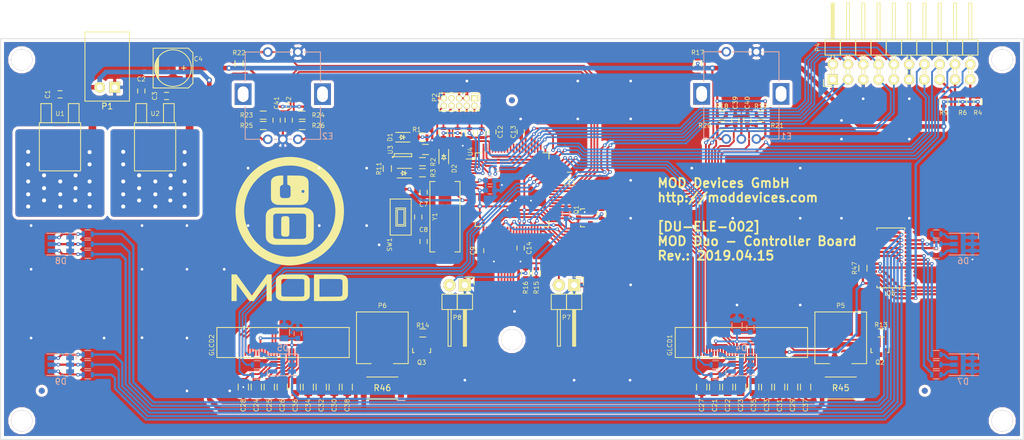
<source format=kicad_pcb>
(kicad_pcb (version 20171130) (host pcbnew 5.0.2-bee76a0~70~ubuntu18.04.1)
  (title_block (title "top board") (company MOD))
  (layers (0 F.Cu signal) (31 B.Cu signal) (34 B.Paste user) (35 F.Paste user) (36 B.SilkS user) (37 F.SilkS user) (38 B.Mask user) (39 F.Mask user) (44 Edge.Cuts user))
  (net 0 "")
  (net 1 GNDD)
  (net 2 +3V3)
  (net 3 "Net-(C5-Pad2)")
  (net 4 "Net-(C8-Pad1)")
  (net 5 "Net-(C21-Pad2)")
  (net 6 "Net-(C22-Pad1)")
  (net 7 "Net-(C23-Pad2)")
  (net 8 "Net-(C24-Pad2)")
  (net 9 "Net-(C26-Pad2)")
  (net 10 ENC1_B)
  (net 11 ENC2_B)
  (net 12 ENC1_A)
  (net 13 ENC2_A)
  (net 14 "Net-(D2-Pad1)")
  (net 15 "Net-(D3-Pad1)")
  (net 16 "Net-(D4-Pad1)")
  (net 17 "Net-(D4-Pad2)")
  (net 18 "Net-(D4-Pad3)")
  (net 19 "Net-(D5-Pad1)")
  (net 20 "Net-(D5-Pad2)")
  (net 21 "Net-(D5-Pad3)")
  (net 22 GLCD1_CS)
  (net 23 GLCD_A0)
  (net 24 GLCD_SCL)
  (net 25 GLCD_SI)
  (net 26 GLCD2_CS)
  (net 27 "Net-(E1-Pad5)")
  (net 28 ENC1_SW)
  (net 29 "Net-(E1-Pad3)")
  (net 30 "Net-(E2-Pad5)")
  (net 31 ENC2_SW)
  (net 32 "Net-(E2-Pad3)")
  (net 33 SPI0_MISO_HMI)
  (net 34 SPI0_MOSI_HMI)
  (net 35 SPI0_CLK_HMI)
  (net 36 SPI0_CS0_HMI)
  (net 37 POWER_BUTTON)
  (net 38 PM_LEDS_OE)
  (net 39 PM_LEDS_SCL)
  (net 40 HMI_RESET)
  (net 41 PM_LEDS_SDA)
  (net 42 HMI_ISP_ENABLE)
  (net 43 "Net-(P5-Pad1)")
  (net 44 JTAG_TCK_SWDCLK)
  (net 45 JTAG_TDO_SWO)
  (net 46 JTAG_TDI)
  (net 47 JTAG_TMS_SDWIO)
  (net 48 FS1)
  (net 49 FS2)
  (net 50 GLCD1_BL)
  (net 51 GLCD2_BL)
  (net 52 FS1_LED_R)
  (net 53 FS1_LED_G)
  (net 54 FS1_LED_B)
  (net 55 FS2_LED_R)
  (net 56 FS2_LED_G)
  (net 57 "Net-(R33-Pad2)")
  (net 58 FS2_LED_B)
  (net 59 "Net-(R35-Pad2)")
  (net 60 "Net-(R36-Pad2)")
  (net 61 "Net-(R37-Pad2)")
  (net 62 "Net-(R38-Pad2)")
  (net 63 "Net-(R39-Pad2)")
  (net 64 "Net-(R40-Pad2)")
  (net 65 "Net-(R41-Pad2)")
  (net 66 "HMI_RFU_02(TX)")
  (net 67 "HMI_RFU_01(RX)")
  (net 68 CLI_UART_TX)
  (net 69 CLI_UART_RX)
  (net 70 HMI_UART_TX)
  (net 71 HMI_UART_RX)
  (net 72 "Net-(C2-Pad1)")
  (net 73 "Net-(C7-Pad1)")
  (net 74 "Net-(C21-Pad1)")
  (net 75 "Net-(C23-Pad1)")
  (net 76 "Net-(C24-Pad1)")
  (net 77 "Net-(C25-Pad1)")
  (net 78 "Net-(C26-Pad1)")
  (net 79 "Net-(C27-Pad2)")
  (net 80 "Net-(C28-Pad2)")
  (net 81 "Net-(C29-Pad2)")
  (net 82 "Net-(C30-Pad2)")
  (net 83 "Net-(C31-Pad2)")
  (net 84 "Net-(C32-Pad2)")
  (net 85 "Net-(C33-Pad2)")
  (net 86 "Net-(C34-Pad2)")
  (net 87 "Net-(C35-Pad2)")
  (net 88 "Net-(C36-Pad2)")
  (net 89 "Net-(C37-Pad2)")
  (net 90 "Net-(C38-Pad2)")
  (net 91 GLCD1_RESET)
  (net 92 GLCD2_RESET)
  (net 93 "Net-(P6-Pad1)")
  (net 94 "Net-(Q1-Pad3)")
  (net 95 "Net-(R2-Pad2)")
  (net 96 "Net-(R34-Pad2)")
  (net 97 "Net-(R42-Pad2)")
  (net 98 "Net-(R43-Pad2)")
  (net 99 "Net-(R44-Pad2)")
  (net 100 JTAG_RESET)
  (net 101 +12V)
  (net 102 "Net-(P5-Pad2)")
  (net 103 "Net-(P6-Pad2)")
  (net 104 "Net-(Q2-Pad1)")
  (net 105 "Net-(Q3-Pad1)")
  (net 106 "Net-(D6-Pad4)")
  (net 107 "Net-(D6-Pad5)")
  (net 108 "Net-(D6-Pad6)")
  (net 109 "Net-(D7-Pad4)")
  (net 110 "Net-(D7-Pad5)")
  (net 111 "Net-(D7-Pad6)")
  (net 112 "Net-(D8-Pad4)")
  (net 113 "Net-(D8-Pad5)")
  (net 114 "Net-(D8-Pad6)")
  (net 115 "Net-(D9-Pad4)")
  (net 116 "Net-(D9-Pad5)")
  (net 117 "Net-(D9-Pad6)")
  (module Capacitors_SMD:C_0603 (layer F.Cu) (at 81.53594 48.303)
    (fp_text reference C1 (at -2.0574 0 90) (layer F.SilkS) (effects (font (size 0.75 0.75) (thickness 0.1))))
    (fp_text value 100nF hide)
    (pad 1 smd rect (at -0.75 0) (size 0.8 0.75) (layers F.Cu F.Paste F.Mask) (net 101 +12V))
    (pad 2 smd rect (at 0.75 0) (size 0.8 0.75) (layers F.Cu F.Paste F.Mask) (net 1 GNDD))
  )
  (module Capacitors_SMD:C_0603 (layer F.Cu) (at 99.2505 48.5775 180)
    (fp_text reference C3 (at 1.9685 0 270) (layer F.SilkS) (effects (font (size 0.75 0.75) (thickness 0.1))))
    (fp_text value 100nF hide)
    (pad 1 smd rect (at -0.75 0 180) (size 0.8 0.75) (layers F.Cu F.Paste F.Mask) (net 2 +3V3))
    (pad 2 smd rect (at 0.75 0 180) (size 0.8 0.75) (layers F.Cu F.Paste F.Mask) (net 1 GNDD))
  )
  (module Capacitors_SMD:c_elec_6.3x5.3 (layer F.Cu) (at 100.33 43.942)
    (fp_text reference C4 (at 4.191 -1.524) (layer F.SilkS) (effects (font (size 0.75 0.75) (thickness 0.1))))
    (fp_text value 100uF hide)
    (pad 1 smd rect (at 2.75082 0) (size 3.59918 1.6002) (layers F.Cu F.Paste F.Mask) (net 2 +3V3))
    (pad 2 smd rect (at -2.75082 0) (size 3.59918 1.6002) (layers F.Cu F.Paste F.Mask) (net 1 GNDD))
  )
  (module Capacitors_SMD:C_0805 (layer F.Cu) (at 190.373 96.9645 270)
    (fp_text reference C21 (at 3.048 0 270) (layer F.SilkS) (effects (font (size 0.75 0.75) (thickness 0.1))))
    (fp_text value 1uF hide)
    (pad 1 smd rect (at -1 0 270) (size 1 1.25) (layers F.Cu F.Paste F.Mask) (net 74 "Net-(C21-Pad1)"))
    (pad 2 smd rect (at 1 0 270) (size 1 1.25) (layers F.Cu F.Paste F.Mask) (net 5 "Net-(C21-Pad2)"))
  )
  (module Capacitors_SMD:C_0603 (layer B.Cu) (at 196.3091 87.0926 270)
    (fp_text reference C17 hide)
    (fp_text value 100nF hide)
    (pad 1 smd rect (at -0.75 0 270) (size 0.8 0.75) (layers B.Cu B.Paste B.Mask) (net 1 GNDD))
    (pad 2 smd rect (at 0.75 0 270) (size 0.8 0.75) (layers B.Cu B.Paste B.Mask) (net 2 +3V3))
  )
  (module Capacitors_SMD:C_0805 (layer B.Cu) (at 194.0866 86.7751 270)
    (fp_text reference C19 hide)
    (fp_text value 10uF hide)
    (pad 1 smd rect (at -1 0 270) (size 1 1.25) (layers B.Cu B.Paste B.Mask) (net 1 GNDD))
    (pad 2 smd rect (at 1 0 270) (size 1 1.25) (layers B.Cu B.Paste B.Mask) (net 2 +3V3))
  )
  (module Capacitors_SMD:C_0805 (layer F.Cu) (at 192.532 96.9645 90)
    (fp_text reference C22 (at -3.048 0 90) (layer F.SilkS) (effects (font (size 0.75 0.75) (thickness 0.1))))
    (fp_text value 1uF hide)
    (pad 1 smd rect (at -1 0 90) (size 1 1.25) (layers F.Cu F.Paste F.Mask) (net 6 "Net-(C22-Pad1)"))
    (pad 2 smd rect (at 1 0 90) (size 1 1.25) (layers F.Cu F.Paste F.Mask) (net 5 "Net-(C21-Pad2)"))
  )
  (module Capacitors_SMD:C_0805 (layer F.Cu) (at 205.486 96.9645 90)
    (fp_text reference C37 (at -3.048 0 90) (layer F.SilkS) (effects (font (size 0.75 0.75) (thickness 0.1))))
    (fp_text value 1uF hide)
    (pad 1 smd rect (at -1 0 90) (size 1 1.25) (layers F.Cu F.Paste F.Mask) (net 1 GNDD))
    (pad 2 smd rect (at 1 0 90) (size 1 1.25) (layers F.Cu F.Paste F.Mask) (net 89 "Net-(C37-Pad2)"))
  )
  (module Capacitors_SMD:C_0805 (layer F.Cu) (at 196.85 96.9645 90)
    (fp_text reference C35 (at -3.048 0 90) (layer F.SilkS) (effects (font (size 0.75 0.75) (thickness 0.1))))
    (fp_text value 1uF hide)
    (pad 1 smd rect (at -1 0 90) (size 1 1.25) (layers F.Cu F.Paste F.Mask) (net 1 GNDD))
    (pad 2 smd rect (at 1 0 90) (size 1 1.25) (layers F.Cu F.Paste F.Mask) (net 87 "Net-(C35-Pad2)"))
  )
  (module Capacitors_SMD:C_0805 (layer F.Cu) (at 194.691 96.9645 90)
    (fp_text reference C23 (at -3.048 0 90) (layer F.SilkS) (effects (font (size 0.75 0.75) (thickness 0.1))))
    (fp_text value 1uF hide)
    (pad 1 smd rect (at -1 0 90) (size 1 1.25) (layers F.Cu F.Paste F.Mask) (net 75 "Net-(C23-Pad1)"))
    (pad 2 smd rect (at 1 0 90) (size 1 1.25) (layers F.Cu F.Paste F.Mask) (net 7 "Net-(C23-Pad2)"))
  )
  (module Capacitors_SMD:C_0805 (layer F.Cu) (at 199.009 96.9645 90)
    (fp_text reference C33 (at -3.048 0.0127 90) (layer F.SilkS) (effects (font (size 0.75 0.75) (thickness 0.1))))
    (fp_text value 1uF hide)
    (pad 1 smd rect (at -1 0 90) (size 1 1.25) (layers F.Cu F.Paste F.Mask) (net 1 GNDD))
    (pad 2 smd rect (at 1 0 90) (size 1 1.25) (layers F.Cu F.Paste F.Mask) (net 85 "Net-(C33-Pad2)"))
  )
  (module Capacitors_SMD:C_0805 (layer F.Cu) (at 201.168 96.9645 90)
    (fp_text reference C31 (at -3.048 0 90) (layer F.SilkS) (effects (font (size 0.75 0.75) (thickness 0.1))))
    (fp_text value 1uF hide)
    (pad 1 smd rect (at -1 0 90) (size 1 1.25) (layers F.Cu F.Paste F.Mask) (net 1 GNDD))
    (pad 2 smd rect (at 1 0 90) (size 1 1.25) (layers F.Cu F.Paste F.Mask) (net 83 "Net-(C31-Pad2)"))
  )
  (module Capacitors_SMD:C_0805 (layer F.Cu) (at 203.327 96.9645 90)
    (fp_text reference C29 (at -3.048 0 90) (layer F.SilkS) (effects (font (size 0.75 0.75) (thickness 0.1))))
    (fp_text value 1uF hide)
    (pad 1 smd rect (at -1 0 90) (size 1 1.25) (layers F.Cu F.Paste F.Mask) (net 1 GNDD))
    (pad 2 smd rect (at 1 0 90) (size 1 1.25) (layers F.Cu F.Paste F.Mask) (net 81 "Net-(C29-Pad2)"))
  )
  (module Capacitors_SMD:C_0805 (layer F.Cu) (at 188.214 96.9645 90)
    (fp_text reference C27 (at -3.048 0 90) (layer F.SilkS) (effects (font (size 0.75 0.75) (thickness 0.1))))
    (fp_text value 1uF hide)
    (pad 1 smd rect (at -1 0 90) (size 1 1.25) (layers F.Cu F.Paste F.Mask) (net 1 GNDD))
    (pad 2 smd rect (at 1 0 90) (size 1 1.25) (layers F.Cu F.Paste F.Mask) (net 79 "Net-(C27-Pad2)"))
  )
  (module Capacitors_SMD:C_0805 (layer F.Cu) (at 114.173 96.9645 270)
    (fp_text reference C24 (at 3.048 0 270) (layer F.SilkS) (effects (font (size 0.75 0.75) (thickness 0.1))))
    (fp_text value 1uF hide)
    (pad 1 smd rect (at -1 0 270) (size 1 1.25) (layers F.Cu F.Paste F.Mask) (net 76 "Net-(C24-Pad1)"))
    (pad 2 smd rect (at 1 0 270) (size 1 1.25) (layers F.Cu F.Paste F.Mask) (net 8 "Net-(C24-Pad2)"))
  )
  (module Capacitors_SMD:C_0603 (layer B.Cu) (at 121.0616 88.1086 270)
    (fp_text reference C18 hide)
    (fp_text value 100nF hide)
    (pad 1 smd rect (at -0.75 0 270) (size 0.8 0.75) (layers B.Cu B.Paste B.Mask) (net 1 GNDD))
    (pad 2 smd rect (at 0.75 0 270) (size 0.8 0.75) (layers B.Cu B.Paste B.Mask) (net 2 +3V3))
  )
  (module Capacitors_SMD:C_0805 (layer B.Cu) (at 118.8391 87.8546 270)
    (fp_text reference C20 hide)
    (fp_text value 10uF hide)
    (pad 1 smd rect (at -1 0 270) (size 1 1.25) (layers B.Cu B.Paste B.Mask) (net 1 GNDD))
    (pad 2 smd rect (at 1 0 270) (size 1 1.25) (layers B.Cu B.Paste B.Mask) (net 2 +3V3))
  )
  (module Capacitors_SMD:C_0805 (layer F.Cu) (at 116.332 96.9645 90)
    (fp_text reference C25 (at -3.048 0 90) (layer F.SilkS) (effects (font (size 0.75 0.75) (thickness 0.1))))
    (fp_text value 1uF hide)
    (pad 1 smd rect (at -1 0 90) (size 1 1.25) (layers F.Cu F.Paste F.Mask) (net 77 "Net-(C25-Pad1)"))
    (pad 2 smd rect (at 1 0 90) (size 1 1.25) (layers F.Cu F.Paste F.Mask) (net 8 "Net-(C24-Pad2)"))
  )
  (module Capacitors_SMD:C_0805 (layer F.Cu) (at 129.286 96.9645 90)
    (fp_text reference C38 (at -3.048 0 90) (layer F.SilkS) (effects (font (size 0.75 0.75) (thickness 0.1))))
    (fp_text value 1uF hide)
    (pad 1 smd rect (at -1 0 90) (size 1 1.25) (layers F.Cu F.Paste F.Mask) (net 1 GNDD))
    (pad 2 smd rect (at 1 0 90) (size 1 1.25) (layers F.Cu F.Paste F.Mask) (net 90 "Net-(C38-Pad2)"))
  )
  (module Capacitors_SMD:C_0805 (layer F.Cu) (at 120.65 96.9645 90)
    (fp_text reference C36 (at -3.048 0 90) (layer F.SilkS) (effects (font (size 0.75 0.75) (thickness 0.1))))
    (fp_text value 1uF hide)
    (pad 1 smd rect (at -1 0 90) (size 1 1.25) (layers F.Cu F.Paste F.Mask) (net 1 GNDD))
    (pad 2 smd rect (at 1 0 90) (size 1 1.25) (layers F.Cu F.Paste F.Mask) (net 88 "Net-(C36-Pad2)"))
  )
  (module Capacitors_SMD:C_0805 (layer F.Cu) (at 118.491 96.9645 90)
    (fp_text reference C26 (at -3.048 0 90) (layer F.SilkS) (effects (font (size 0.75 0.75) (thickness 0.1))))
    (fp_text value 1uF hide)
    (pad 1 smd rect (at -1 0 90) (size 1 1.25) (layers F.Cu F.Paste F.Mask) (net 78 "Net-(C26-Pad1)"))
    (pad 2 smd rect (at 1 0 90) (size 1 1.25) (layers F.Cu F.Paste F.Mask) (net 9 "Net-(C26-Pad2)"))
  )
  (module Capacitors_SMD:C_0805 (layer F.Cu) (at 122.809 96.9645 90)
    (fp_text reference C34 (at -3.048 0 90) (layer F.SilkS) (effects (font (size 0.75 0.75) (thickness 0.1))))
    (fp_text value 1uF hide)
    (pad 1 smd rect (at -1 0 90) (size 1 1.25) (layers F.Cu F.Paste F.Mask) (net 1 GNDD))
    (pad 2 smd rect (at 1 0 90) (size 1 1.25) (layers F.Cu F.Paste F.Mask) (net 86 "Net-(C34-Pad2)"))
  )
  (module Capacitors_SMD:C_0805 (layer F.Cu) (at 124.968 96.9645 90)
    (fp_text reference C32 (at -3.048 0 90) (layer F.SilkS) (effects (font (size 0.75 0.75) (thickness 0.1))))
    (fp_text value 1uF hide)
    (pad 1 smd rect (at -1 0 90) (size 1 1.25) (layers F.Cu F.Paste F.Mask) (net 1 GNDD))
    (pad 2 smd rect (at 1 0 90) (size 1 1.25) (layers F.Cu F.Paste F.Mask) (net 84 "Net-(C32-Pad2)"))
  )
  (module Capacitors_SMD:C_0805 (layer F.Cu) (at 127.127 96.9645 90)
    (fp_text reference C30 (at -3.048 0 90) (layer F.SilkS) (effects (font (size 0.75 0.75) (thickness 0.1))))
    (fp_text value 1uF hide)
    (pad 1 smd rect (at -1 0 90) (size 1 1.25) (layers F.Cu F.Paste F.Mask) (net 1 GNDD))
    (pad 2 smd rect (at 1 0 90) (size 1 1.25) (layers F.Cu F.Paste F.Mask) (net 82 "Net-(C30-Pad2)"))
  )
  (module Capacitors_SMD:C_0805 (layer F.Cu) (at 112.014 96.9645 90)
    (fp_text reference C28 (at -3.048 0 90) (layer F.SilkS) (effects (font (size 0.75 0.75) (thickness 0.1))))
    (fp_text value 1uF hide)
    (pad 1 smd rect (at -1 0 90) (size 1 1.25) (layers F.Cu F.Paste F.Mask) (net 1 GNDD))
    (pad 2 smd rect (at 1 0 90) (size 1 1.25) (layers F.Cu F.Paste F.Mask) (net 80 "Net-(C28-Pad2)"))
  )
  (module Capacitors_SMD:C_0603 (layer F.Cu) (at 151.384 74.295 270)
    (fp_text reference C9 (at 0 1.2065 270) (layer F.SilkS) (effects (font (size 0.75 0.75) (thickness 0.1))))
    (fp_text value 100nF hide)
    (pad 1 smd rect (at -0.75 0 270) (size 0.8 0.75) (layers F.Cu F.Paste F.Mask) (net 2 +3V3))
    (pad 2 smd rect (at 0.75 0 270) (size 0.8 0.75) (layers F.Cu F.Paste F.Mask) (net 1 GNDD))
  )
  (module Capacitors_SMD:C_0603 (layer B.Cu) (at 165.6715 68.199 90)
    (fp_text reference C10 hide)
    (fp_text value 100nF hide)
    (pad 1 smd rect (at -0.75 0 90) (size 0.8 0.75) (layers B.Cu B.Paste B.Mask) (net 2 +3V3))
    (pad 2 smd rect (at 0.75 0 90) (size 0.8 0.75) (layers B.Cu B.Paste B.Mask) (net 1 GNDD))
  )
  (module Capacitors_SMD:C_0603 (layer F.Cu) (at 166.231 61.849)
    (fp_text reference C11 (at 0 1.2065) (layer F.SilkS) (effects (font (size 0.75 0.75) (thickness 0.1))))
    (fp_text value 100nF hide)
    (pad 1 smd rect (at -0.75 0) (size 0.8 0.75) (layers F.Cu F.Paste F.Mask) (net 2 +3V3))
    (pad 2 smd rect (at 0.75 0) (size 0.8 0.75) (layers F.Cu F.Paste F.Mask) (net 1 GNDD))
  )
  (module Capacitors_SMD:C_0603 (layer F.Cu) (at 153.416 54.5465 90)
    (fp_text reference C12 (at 0 1.3208 90) (layer F.SilkS) (effects (font (size 0.75 0.75) (thickness 0.1))))
    (fp_text value 100nF hide)
    (pad 1 smd rect (at -0.75 0 90) (size 0.8 0.75) (layers F.Cu F.Paste F.Mask) (net 2 +3V3))
    (pad 2 smd rect (at 0.75 0 90) (size 0.8 0.75) (layers F.Cu F.Paste F.Mask) (net 1 GNDD))
  )
  (module Capacitors_SMD:C_0603 (layer F.Cu) (at 158.1284 54.5338 90)
    (fp_text reference C13 (at -0.0254 -1.2312 90) (layer F.SilkS) (effects (font (size 0.75 0.75) (thickness 0.1))))
    (fp_text value 100nF hide)
    (pad 1 smd rect (at -0.75 0 90) (size 0.8 0.75) (layers F.Cu F.Paste F.Mask) (net 2 +3V3))
    (pad 2 smd rect (at 0.75 0 90) (size 0.8 0.75) (layers F.Cu F.Paste F.Mask) (net 1 GNDD))
  )
  (module Capacitors_SMD:C_0603 (layer F.Cu) (at 158.115 73.8505 270)
    (fp_text reference C14 (at 0.0127 -1.397 90) (layer F.SilkS) (effects (font (size 0.75 0.75) (thickness 0.1))))
    (fp_text value 100nF hide)
    (pad 1 smd rect (at -0.75 0 270) (size 0.8 0.75) (layers F.Cu F.Paste F.Mask) (net 2 +3V3))
    (pad 2 smd rect (at 0.75 0 270) (size 0.8 0.75) (layers F.Cu F.Paste F.Mask) (net 1 GNDD))
  )
  (module Capacitors_SMD:C_0603 (layer B.Cu) (at 153.035 62.611)
    (fp_text reference C15 hide)
    (fp_text value 100nF hide)
    (pad 1 smd rect (at -0.75 0) (size 0.8 0.75) (layers B.Cu B.Paste B.Mask) (net 2 +3V3))
    (pad 2 smd rect (at 0.75 0) (size 0.8 0.75) (layers B.Cu B.Paste B.Mask) (net 1 GNDD))
  )
  (module Capacitors_SMD:C_0603 (layer F.Cu) (at 141.986 64.5795 270)
    (fp_text reference C7 (at 2.032 0) (layer F.SilkS) (effects (font (size 0.75 0.75) (thickness 0.1))))
    (fp_text value 39pF hide)
    (pad 1 smd rect (at -0.75 0 270) (size 0.8 0.75) (layers F.Cu F.Paste F.Mask) (net 73 "Net-(C7-Pad1)"))
    (pad 2 smd rect (at 0.75 0 270) (size 0.8 0.75) (layers F.Cu F.Paste F.Mask) (net 1 GNDD))
  )
  (module Capacitors_SMD:C_0603 (layer F.Cu) (at 141.986 72.771 90)
    (fp_text reference C8 (at 1.9685 0 180) (layer F.SilkS) (effects (font (size 0.75 0.75) (thickness 0.1))))
    (fp_text value 39pF hide)
    (pad 1 smd rect (at -0.75 0 90) (size 0.8 0.75) (layers F.Cu F.Paste F.Mask) (net 4 "Net-(C8-Pad1)"))
    (pad 2 smd rect (at 0.75 0 90) (size 0.8 0.75) (layers F.Cu F.Paste F.Mask) (net 1 GNDD))
  )
  (module Capacitors_SMD:C_0603 (layer B.Cu) (at 153.035 64.262)
    (fp_text reference C16 hide)
    (fp_text value 100nF hide)
    (pad 1 smd rect (at -0.75 0) (size 0.8 0.75) (layers B.Cu B.Paste B.Mask) (net 2 +3V3))
    (pad 2 smd rect (at 0.75 0) (size 0.8 0.75) (layers B.Cu B.Paste B.Mask) (net 1 GNDD))
  )
  (module Capacitors_SMD:C_0603 (layer F.Cu) (at 193.802 52.6034 90)
    (fp_text reference C39 (at 2.8956 0 90) (layer F.SilkS) (effects (font (size 0.75 0.75) (thickness 0.1))))
    (fp_text value 0.01uF hide)
    (pad 1 smd rect (at -0.75 0 90) (size 0.8 0.75) (layers F.Cu F.Paste F.Mask) (net 10 ENC1_B))
    (pad 2 smd rect (at 0.75 0 90) (size 0.8 0.75) (layers F.Cu F.Paste F.Mask) (net 1 GNDD))
  )
  (module Capacitors_SMD:C_0603 (layer F.Cu) (at 117.5512 52.6034 90)
    (fp_text reference C41 (at 2.8702 0 90) (layer F.SilkS) (effects (font (size 0.75 0.75) (thickness 0.1))))
    (fp_text value 0.01uF hide)
    (pad 1 smd rect (at -0.75 0 90) (size 0.8 0.75) (layers F.Cu F.Paste F.Mask) (net 11 ENC2_B))
    (pad 2 smd rect (at 0.75 0 90) (size 0.8 0.75) (layers F.Cu F.Paste F.Mask) (net 1 GNDD))
  )
  (module Capacitors_SMD:C_0603 (layer F.Cu) (at 195.8086 52.6034 90)
    (fp_text reference C40 (at 2.8956 0 90) (layer F.SilkS) (effects (font (size 0.75 0.75) (thickness 0.1))))
    (fp_text value 0.01uF hide)
    (pad 1 smd rect (at -0.75 0 90) (size 0.8 0.75) (layers F.Cu F.Paste F.Mask) (net 12 ENC1_A))
    (pad 2 smd rect (at 0.75 0 90) (size 0.8 0.75) (layers F.Cu F.Paste F.Mask) (net 1 GNDD))
  )
  (module Capacitors_SMD:C_0603 (layer F.Cu) (at 119.5578 52.6034 90)
    (fp_text reference C42 (at 2.8702 0 90) (layer F.SilkS) (effects (font (size 0.75 0.75) (thickness 0.1))))
    (fp_text value 0.01uF hide)
    (pad 1 smd rect (at -0.75 0 90) (size 0.8 0.75) (layers F.Cu F.Paste F.Mask) (net 13 ENC2_A))
    (pad 2 smd rect (at 0.75 0 90) (size 0.8 0.75) (layers F.Cu F.Paste F.Mask) (net 1 GNDD))
  )
  (module LEDs:LED_RGB_PLLC-6 (layer B.Cu) (at 194.7799 93.2688)
    (fp_text reference D4 (at 0 -2.8) (layer B.SilkS) (effects (justify mirror)))
    (fp_text value LED_RGB hide)
    (pad 1 smd rect (at -1.55 1.1 270) (size 0.7 1.3) (layers B.Cu B.Paste B.Mask) (net 16 "Net-(D4-Pad1)"))
    (pad 2 smd rect (at -1.55 0 270) (size 0.7 1.3) (layers B.Cu B.Paste B.Mask) (net 17 "Net-(D4-Pad2)"))
    (pad 3 smd rect (at -1.55 -1.1 270) (size 0.7 1.3) (layers B.Cu B.Paste B.Mask) (net 18 "Net-(D4-Pad3)"))
    (pad 4 smd rect (at 1.55 -1.1 270) (size 0.7 1.3) (layers B.Cu B.Paste B.Mask) (net 2 +3V3))
    (pad 5 smd rect (at 1.55 0 270) (size 0.7 1.3) (layers B.Cu B.Paste B.Mask) (net 2 +3V3))
    (pad 6 smd rect (at 1.55 1.1 270) (size 0.7 1.3) (layers B.Cu B.Paste B.Mask) (net 2 +3V3))
  )
  (module LEDs:LED_RGB_PLLC-6 (layer B.Cu) (at 231.6734 73.2028 180)
    (fp_text reference D6 (at -0.0254 -2.8 180) (layer B.SilkS) (effects (justify mirror)))
    (fp_text value LED_RGB hide)
    (pad 1 smd rect (at -1.55 1.1 90) (size 0.7 1.3) (layers B.Cu B.Paste B.Mask) (net 1 GNDD))
    (pad 2 smd rect (at -1.55 0 90) (size 0.7 1.3) (layers B.Cu B.Paste B.Mask) (net 1 GNDD))
    (pad 3 smd rect (at -1.55 -1.1 90) (size 0.7 1.3) (layers B.Cu B.Paste B.Mask) (net 1 GNDD))
    (pad 4 smd rect (at 1.55 -1.1 90) (size 0.7 1.3) (layers B.Cu B.Paste B.Mask) (net 106 "Net-(D6-Pad4)"))
    (pad 5 smd rect (at 1.55 0 90) (size 0.7 1.3) (layers B.Cu B.Paste B.Mask) (net 107 "Net-(D6-Pad5)"))
    (pad 6 smd rect (at 1.55 1.1 90) (size 0.7 1.3) (layers B.Cu B.Paste B.Mask) (net 108 "Net-(D6-Pad6)"))
  )
  (module LEDs:LED_RGB_PLLC-6 (layer B.Cu) (at 118.5672 93.2688)
    (fp_text reference D5 (at 0 -2.8) (layer B.SilkS) (effects (justify mirror)))
    (fp_text value LED_RGB hide)
    (pad 1 smd rect (at -1.55 1.1 270) (size 0.7 1.3) (layers B.Cu B.Paste B.Mask) (net 19 "Net-(D5-Pad1)"))
    (pad 2 smd rect (at -1.55 0 270) (size 0.7 1.3) (layers B.Cu B.Paste B.Mask) (net 20 "Net-(D5-Pad2)"))
    (pad 3 smd rect (at -1.55 -1.1 270) (size 0.7 1.3) (layers B.Cu B.Paste B.Mask) (net 21 "Net-(D5-Pad3)"))
    (pad 4 smd rect (at 1.55 -1.1 270) (size 0.7 1.3) (layers B.Cu B.Paste B.Mask) (net 2 +3V3))
    (pad 5 smd rect (at 1.55 0 270) (size 0.7 1.3) (layers B.Cu B.Paste B.Mask) (net 2 +3V3))
    (pad 6 smd rect (at 1.55 1.1 270) (size 0.7 1.3) (layers B.Cu B.Paste B.Mask) (net 2 +3V3))
  )
  (module LEDs:LED_RGB_PLLC-6 (layer B.Cu) (at 231.6734 93.2561 180)
    (fp_text reference D7 (at 0 -2.8 180) (layer B.SilkS) (effects (justify mirror)))
    (fp_text value LED_RGB hide)
    (pad 1 smd rect (at -1.55 1.1 90) (size 0.7 1.3) (layers B.Cu B.Paste B.Mask) (net 1 GNDD))
    (pad 2 smd rect (at -1.55 0 90) (size 0.7 1.3) (layers B.Cu B.Paste B.Mask) (net 1 GNDD))
    (pad 3 smd rect (at -1.55 -1.1 90) (size 0.7 1.3) (layers B.Cu B.Paste B.Mask) (net 1 GNDD))
    (pad 4 smd rect (at 1.55 -1.1 90) (size 0.7 1.3) (layers B.Cu B.Paste B.Mask) (net 109 "Net-(D7-Pad4)"))
    (pad 5 smd rect (at 1.55 0 90) (size 0.7 1.3) (layers B.Cu B.Paste B.Mask) (net 110 "Net-(D7-Pad5)"))
    (pad 6 smd rect (at 1.55 1.1 90) (size 0.7 1.3) (layers B.Cu B.Paste B.Mask) (net 111 "Net-(D7-Pad6)"))
  )
  (module LEDs:LED_RGB_PLLC-6 (layer B.Cu) (at 81.6864 73.2028 180)
    (fp_text reference D8 (at 0 -2.8 180) (layer B.SilkS) (effects (justify mirror)))
    (fp_text value LED_RGB hide)
    (pad 1 smd rect (at -1.55 1.1 90) (size 0.7 1.3) (layers B.Cu B.Paste B.Mask) (net 1 GNDD))
    (pad 2 smd rect (at -1.55 0 90) (size 0.7 1.3) (layers B.Cu B.Paste B.Mask) (net 1 GNDD))
    (pad 3 smd rect (at -1.55 -1.1 90) (size 0.7 1.3) (layers B.Cu B.Paste B.Mask) (net 1 GNDD))
    (pad 4 smd rect (at 1.55 -1.1 90) (size 0.7 1.3) (layers B.Cu B.Paste B.Mask) (net 112 "Net-(D8-Pad4)"))
    (pad 5 smd rect (at 1.55 0 90) (size 0.7 1.3) (layers B.Cu B.Paste B.Mask) (net 113 "Net-(D8-Pad5)"))
    (pad 6 smd rect (at 1.55 1.1 90) (size 0.7 1.3) (layers B.Cu B.Paste B.Mask) (net 114 "Net-(D8-Pad6)"))
  )
  (module LEDs:LED_RGB_PLLC-6 (layer B.Cu) (at 81.6737 93.2561 180)
    (fp_text reference D9 (at 0 -2.8 180) (layer B.SilkS) (effects (justify mirror)))
    (fp_text value LED_RGB hide)
    (pad 1 smd rect (at -1.55 1.1 90) (size 0.7 1.3) (layers B.Cu B.Paste B.Mask) (net 1 GNDD))
    (pad 2 smd rect (at -1.55 0 90) (size 0.7 1.3) (layers B.Cu B.Paste B.Mask) (net 1 GNDD))
    (pad 3 smd rect (at -1.55 -1.1 90) (size 0.7 1.3) (layers B.Cu B.Paste B.Mask) (net 1 GNDD))
    (pad 4 smd rect (at 1.55 -1.1 90) (size 0.7 1.3) (layers B.Cu B.Paste B.Mask) (net 115 "Net-(D9-Pad4)"))
    (pad 5 smd rect (at 1.55 0 90) (size 0.7 1.3) (layers B.Cu B.Paste B.Mask) (net 116 "Net-(D9-Pad5)"))
    (pad 6 smd rect (at 1.55 1.1 90) (size 0.7 1.3) (layers B.Cu B.Paste B.Mask) (net 117 "Net-(D9-Pad6)"))
  )
  (module footprints:PEC11R-4xxxF-Sxxxx (layer B.Cu) (at 197.3072 41.2276 180)
    (fp_text reference E1 (at -4.953 -14.0428 180) (layer B.SilkS) (effects (justify mirror)))
    (fp_text value PEC11R hide)
    (pad 5 thru_hole circle (at 5 -14.5 180) (size 1.6 1.6) (drill 1) (layers *.Cu *.Mask) (net 27 "Net-(E1-Pad5)"))
    (pad 2 thru_hole circle (at 5 0 180) (size 1.6 1.6) (drill 1) (layers *.Cu *.Mask) (net 28 ENC1_SW))
    (pad 3 thru_hole circle (at 0 -14.5 180) (size 1.6 1.6) (drill 1) (layers *.Cu *.Mask) (net 29 "Net-(E1-Pad3)"))
    (pad 1 thru_hole circle (at 0 0 180) (size 1.6 1.6) (drill 1) (layers *.Cu *.Mask) (net 1 GNDD))
    (pad 4 thru_hole circle (at 2.5 -14.5 180) (size 1.6 1.6) (drill 1) (layers *.Cu *.Mask) (net 1 GNDD))
    (pad "" thru_hole rect (at 9.1 -7 180) (size 2.8 3.6) (drill oval 1.8 2.6) (layers *.Cu *.Mask))
    (pad "" thru_hole rect (at -4.1 -7 180) (size 2.8 3.6) (drill oval 1.8 2.6) (layers *.Cu *.Mask))
  )
  (module footprints:PEC11R-4xxxF-Sxxxx (layer B.Cu) (at 121.0818 41.2784 180)
    (fp_text reference E2 (at -4.953 -13.992 180) (layer B.SilkS) (effects (justify mirror)))
    (fp_text value PEC11R hide)
    (pad 5 thru_hole circle (at 5 -14.5 180) (size 1.6 1.6) (drill 1) (layers *.Cu *.Mask) (net 30 "Net-(E2-Pad5)"))
    (pad 2 thru_hole circle (at 5 0 180) (size 1.6 1.6) (drill 1) (layers *.Cu *.Mask) (net 31 ENC2_SW))
    (pad 3 thru_hole circle (at 0 -14.5 180) (size 1.6 1.6) (drill 1) (layers *.Cu *.Mask) (net 32 "Net-(E2-Pad3)"))
    (pad 1 thru_hole circle (at 0 0 180) (size 1.6 1.6) (drill 1) (layers *.Cu *.Mask) (net 1 GNDD))
    (pad 4 thru_hole circle (at 2.5 -14.5 180) (size 1.6 1.6) (drill 1) (layers *.Cu *.Mask) (net 1 GNDD))
    (pad "" thru_hole rect (at 9.1 -7 180) (size 2.8 3.6) (drill oval 1.8 2.6) (layers *.Cu *.Mask))
    (pad "" thru_hole rect (at -4.1 -7 180) (size 2.8 3.6) (drill oval 1.8 2.6) (layers *.Cu *.Mask))
  )
  (module Pin_Headers:SMD_Pin_Header_Angled_2x01_Pitch2.00mm (layer F.Cu) (at 211.328 88.773 90)
    (fp_text reference P5 (at 5.35 0 180) (layer F.SilkS) (effects (font (size 0.75 0.75) (thickness 0.1))))
    (fp_text value BACKLIGHT hide)
    (pad 1 smd rect (at -4.3 -1) (size 1 2.85) (layers F.Cu F.Paste F.Mask) (net 43 "Net-(P5-Pad1)"))
    (pad 2 smd rect (at -4.3 1) (size 1 2.85) (layers F.Cu F.Paste F.Mask) (net 102 "Net-(P5-Pad2)"))
    (pad "" smd rect (at 2.075 -3.25) (size 1.4 3.8) (layers F.Cu F.Paste F.Mask))
    (pad "" smd rect (at 2.075 3.25) (size 1.4 3.8) (layers F.Cu F.Paste F.Mask))
  )
  (module Pin_Headers:SMD_Pin_Header_Angled_2x01_Pitch2.00mm (layer F.Cu) (at 135.128 88.773 90)
    (fp_text reference P6 (at 5.35 0 180) (layer F.SilkS) (effects (font (size 0.75 0.75) (thickness 0.1))))
    (fp_text value BACKLIGHT hide)
    (pad 1 smd rect (at -4.3 -1) (size 1 2.85) (layers F.Cu F.Paste F.Mask) (net 93 "Net-(P6-Pad1)"))
    (pad 2 smd rect (at -4.3 1) (size 1 2.85) (layers F.Cu F.Paste F.Mask) (net 103 "Net-(P6-Pad2)"))
    (pad "" smd rect (at 2.075 -3.25) (size 1.4 3.8) (layers F.Cu F.Paste F.Mask))
    (pad "" smd rect (at 2.075 3.25) (size 1.4 3.8) (layers F.Cu F.Paste F.Mask))
  )
  (module Pin_Headers:Pin_Header_Straight_2x05_Pitch1.27mm (layer F.Cu) (at 150.4315 48.9585 270)
    (fp_text reference P2 (at -0.127 6.604 90) (layer F.SilkS) (effects (font (size 0.75 0.75) (thickness 0.1))))
    (fp_text value ISP hide)
    (pad 1 thru_hole rect (at 0 0 270) (size 1.05 1.05) (drill 0.65) (layers *.Cu *.Mask F.SilkS))
    (pad 3 thru_hole circle (at 0 1.27 270) (size 1.05 1.05) (drill 0.65) (layers *.Cu *.Mask F.SilkS) (net 1 GNDD))
    (pad 5 thru_hole circle (at 0 2.54 270) (size 1.05 1.05) (drill 0.65) (layers *.Cu *.Mask F.SilkS) (net 1 GNDD))
    (pad 7 thru_hole circle (at 0 3.81 270) (size 1.05 1.05) (drill 0.65) (layers *.Cu *.Mask F.SilkS))
    (pad 9 thru_hole circle (at 0 5.08 270) (size 1.05 1.05) (drill 0.65) (layers *.Cu *.Mask F.SilkS) (net 1 GNDD))
    (pad 4 thru_hole circle (at 1.27 1.27 270) (size 1.05 1.05) (drill 0.65) (layers *.Cu *.Mask F.SilkS) (net 44 JTAG_TCK_SWDCLK))
    (pad 6 thru_hole circle (at 1.27 2.54 270) (size 1.05 1.05) (drill 0.65) (layers *.Cu *.Mask F.SilkS) (net 45 JTAG_TDO_SWO))
    (pad 8 thru_hole circle (at 1.27 3.81 270) (size 1.05 1.05) (drill 0.65) (layers *.Cu *.Mask F.SilkS) (net 46 JTAG_TDI))
    (pad 10 thru_hole circle (at 1.27 5.08 270) (size 1.05 1.05) (drill 0.65) (layers *.Cu *.Mask F.SilkS) (net 14 "Net-(D2-Pad1)"))
    (pad 2 thru_hole circle (at 1.27 0 270) (size 1.05 1.05) (drill 0.65) (layers *.Cu *.Mask F.SilkS) (net 47 JTAG_TMS_SDWIO))
  )
  (module Housings_SOT-23_SOT-143_TSOT-6:SOT-23 (layer F.Cu) (at 217.84504 90.5813 180)
    (fp_text reference Q2 (at 0 -2.2733 180) (layer F.SilkS) (effects (font (size 0.75 0.75) (thickness 0.1))))
    (fp_text value MMBT2222A hide)
    (pad 1 smd rect (at -0.95 1.00076 180) (size 0.8001 0.8001) (layers F.Cu F.Paste F.Mask) (net 104 "Net-(Q2-Pad1)"))
    (pad 2 smd rect (at 0.95 1.00076 180) (size 0.8001 0.8001) (layers F.Cu F.Paste F.Mask) (net 1 GNDD))
    (pad 3 smd rect (at 0 -0.99822 180) (size 0.8001 0.8001) (layers F.Cu F.Paste F.Mask) (net 43 "Net-(P5-Pad1)"))
  )
  (module Housings_SOT-23_SOT-143_TSOT-6:SOT-23 (layer F.Cu) (at 141.65774 90.594 180)
    (fp_text reference Q3 (at 0 -2.2733 180) (layer F.SilkS) (effects (font (size 0.75 0.75) (thickness 0.1))))
    (fp_text value MMBT2222A hide)
    (pad 1 smd rect (at -0.95 1.00076 180) (size 0.8001 0.8001) (layers F.Cu F.Paste F.Mask) (net 105 "Net-(Q3-Pad1)"))
    (pad 2 smd rect (at 0.95 1.00076 180) (size 0.8001 0.8001) (layers F.Cu F.Paste F.Mask) (net 1 GNDD))
    (pad 3 smd rect (at 0 -0.99822 180) (size 0.8001 0.8001) (layers F.Cu F.Paste F.Mask) (net 93 "Net-(P6-Pad1)"))
  )
  (module Resistors_SMD:R_0603 (layer F.Cu) (at 218.03554 87.9778)
    (fp_text reference R13 (at 0 -1.3462) (layer F.SilkS) (effects (font (size 0.75 0.75) (thickness 0.1))))
    (fp_text value 3K3 hide)
    (pad 1 smd rect (at -0.75 0) (size 0.5 0.9) (layers F.Cu F.Paste F.Mask) (net 50 GLCD1_BL))
    (pad 2 smd rect (at 0.75 0) (size 0.5 0.9) (layers F.Cu F.Paste F.Mask) (net 104 "Net-(Q2-Pad1)"))
  )
  (module Resistors_SMD:R_0603 (layer F.Cu) (at 141.84824 87.9778)
    (fp_text reference R14 (at 0 -1.27) (layer F.SilkS) (effects (font (size 0.75 0.75) (thickness 0.1))))
    (fp_text value 3K3 hide)
    (pad 1 smd rect (at -0.75 0) (size 0.5 0.9) (layers F.Cu F.Paste F.Mask) (net 51 GLCD2_BL))
    (pad 2 smd rect (at 0.75 0) (size 0.5 0.9) (layers F.Cu F.Paste F.Mask) (net 105 "Net-(Q3-Pad1)"))
  )
  (module Resistors_SMD:R_0603 (layer F.Cu) (at 171.577 68.199 90)
    (fp_text reference R12 hide)
    (fp_text value 10K hide)
    (pad 1 smd rect (at -0.75 0 90) (size 0.5 0.9) (layers F.Cu F.Paste F.Mask) (net 2 +3V3))
    (pad 2 smd rect (at 0.75 0 90) (size 0.5 0.9) (layers F.Cu F.Paste F.Mask) (net 94 "Net-(Q1-Pad3)"))
  )
  (module Resistors_SMD:R_0603 (layer F.Cu) (at 151.638 54.737 90)
    (fp_text reference R5 hide)
    (fp_text value 10K hide)
    (pad 1 smd rect (at -0.75 0 90) (size 0.5 0.9) (layers F.Cu F.Paste F.Mask) (net 2 +3V3))
    (pad 2 smd rect (at 0.75 0 90) (size 0.5 0.9) (layers F.Cu F.Paste F.Mask) (net 47 JTAG_TMS_SDWIO))
  )
  (module Resistors_SMD:R_0603 (layer F.Cu) (at 149.606 54.737 90)
    (fp_text reference R7 hide)
    (fp_text value 10K hide)
    (pad 1 smd rect (at -0.75 0 90) (size 0.5 0.9) (layers F.Cu F.Paste F.Mask) (net 2 +3V3))
    (pad 2 smd rect (at 0.75 0 90) (size 0.5 0.9) (layers F.Cu F.Paste F.Mask) (net 44 JTAG_TCK_SWDCLK))
  )
  (module Resistors_SMD:R_0603 (layer F.Cu) (at 147.6375 54.737 90)
    (fp_text reference R10 hide)
    (fp_text value 10K hide)
    (pad 1 smd rect (at -0.75 0 90) (size 0.5 0.9) (layers F.Cu F.Paste F.Mask) (net 1 GNDD))
    (pad 2 smd rect (at 0.75 0 90) (size 0.5 0.9) (layers F.Cu F.Paste F.Mask) (net 45 JTAG_TDO_SWO))
  )
  (module Resistors_SMD:R_0603 (layer F.Cu) (at 145.288 54.737 90)
    (fp_text reference R8 hide)
    (fp_text value 10K hide)
    (pad 1 smd rect (at -0.75 0 90) (size 0.5 0.9) (layers F.Cu F.Paste F.Mask) (net 2 +3V3))
    (pad 2 smd rect (at 0.75 0 90) (size 0.5 0.9) (layers F.Cu F.Paste F.Mask) (net 46 JTAG_TDI))
  )
  (module Resistors_SMD:R_0603 (layer F.Cu) (at 160.7185 78.0415 90)
    (fp_text reference R15 (at -2.413 0 90) (layer F.SilkS) (effects (font (size 0.75 0.75) (thickness 0.1))))
    (fp_text value 10K hide)
    (pad 1 smd rect (at -0.75 0 90) (size 0.5 0.9) (layers F.Cu F.Paste F.Mask) (net 2 +3V3))
    (pad 2 smd rect (at 0.75 0 90) (size 0.5 0.9) (layers F.Cu F.Paste F.Mask) (net 48 FS1))
  )
  (module Resistors_SMD:R_0603 (layer F.Cu) (at 187.5536 43.18 90)
    (fp_text reference R17 (at 1.8288 0) (layer F.SilkS) (effects (font (size 0.75 0.75) (thickness 0.1))))
    (fp_text value 10K hide)
    (pad 1 smd rect (at -0.75 0 90) (size 0.5 0.9) (layers F.Cu F.Paste F.Mask) (net 2 +3V3))
    (pad 2 smd rect (at 0.75 0 90) (size 0.5 0.9) (layers F.Cu F.Paste F.Mask) (net 28 ENC1_SW))
  )
  (module Resistors_SMD:R_0603 (layer F.Cu) (at 111.3028 43.18 90)
    (fp_text reference R22 (at 1.778 0 180) (layer F.SilkS) (effects (font (size 0.75 0.75) (thickness 0.1))))
    (fp_text value 10K hide)
    (pad 1 smd rect (at -0.75 0 90) (size 0.5 0.9) (layers F.Cu F.Paste F.Mask) (net 2 +3V3))
    (pad 2 smd rect (at 0.75 0 90) (size 0.5 0.9) (layers F.Cu F.Paste F.Mask) (net 31 ENC2_SW))
  )
  (module Resistors_SMD:R_0603 (layer F.Cu) (at 191.5668 51.7652)
    (fp_text reference R18 (at 0 -1.4605 180) (layer F.SilkS) (effects (font (size 0.75 0.75) (thickness 0.1))))
    (fp_text value 10K hide)
    (pad 1 smd rect (at -0.75 0) (size 0.5 0.9) (layers F.Cu F.Paste F.Mask) (net 2 +3V3))
    (pad 2 smd rect (at 0.75 0) (size 0.5 0.9) (layers F.Cu F.Paste F.Mask) (net 27 "Net-(E1-Pad5)"))
  )
  (module Resistors_SMD:R_0603 (layer F.Cu) (at 115.316 51.7652)
    (fp_text reference R23 (at -2.7686 0) (layer F.SilkS) (effects (font (size 0.75 0.75) (thickness 0.1))))
    (fp_text value 10K hide)
    (pad 1 smd rect (at -0.75 0) (size 0.5 0.9) (layers F.Cu F.Paste F.Mask) (net 2 +3V3))
    (pad 2 smd rect (at 0.75 0) (size 0.5 0.9) (layers F.Cu F.Paste F.Mask) (net 30 "Net-(E2-Pad5)"))
  )
  (module Resistors_SMD:R_0603 (layer F.Cu) (at 191.5668 53.4924 180)
    (fp_text reference R20 (at 2.8194 0) (layer F.SilkS) (effects (font (size 0.75 0.75) (thickness 0.1))))
    (fp_text value 10K hide)
    (pad 1 smd rect (at -0.75 0 180) (size 0.5 0.9) (layers F.Cu F.Paste F.Mask) (net 10 ENC1_B))
    (pad 2 smd rect (at 0.75 0 180) (size 0.5 0.9) (layers F.Cu F.Paste F.Mask) (net 27 "Net-(E1-Pad5)"))
  )
  (module Resistors_SMD:R_0603 (layer F.Cu) (at 115.316 53.4924 180)
    (fp_text reference R25 (at 2.7686 0 180) (layer F.SilkS) (effects (font (size 0.75 0.75) (thickness 0.1))))
    (fp_text value 10K hide)
    (pad 1 smd rect (at -0.75 0 180) (size 0.5 0.9) (layers F.Cu F.Paste F.Mask) (net 11 ENC2_B))
    (pad 2 smd rect (at 0.75 0 180) (size 0.5 0.9) (layers F.Cu F.Paste F.Mask) (net 30 "Net-(E2-Pad5)"))
  )
  (module Resistors_SMD:R_0603 (layer F.Cu) (at 158.9405 78.0415 90)
    (fp_text reference R16 (at -2.413 0 270) (layer F.SilkS) (effects (font (size 0.75 0.75) (thickness 0.1))))
    (fp_text value 10K hide)
    (pad 1 smd rect (at -0.75 0 90) (size 0.5 0.9) (layers F.Cu F.Paste F.Mask) (net 2 +3V3))
    (pad 2 smd rect (at 0.75 0 90) (size 0.5 0.9) (layers F.Cu F.Paste F.Mask) (net 49 FS2))
  )
  (module Resistors_SMD:R_0603 (layer F.Cu) (at 198.0438 51.7652 180)
    (fp_text reference R19 (at 0.0127 1.4605 180) (layer F.SilkS) (effects (font (size 0.75 0.75) (thickness 0.1))))
    (fp_text value 10K hide)
    (pad 1 smd rect (at -0.75 0 180) (size 0.5 0.9) (layers F.Cu F.Paste F.Mask) (net 2 +3V3))
    (pad 2 smd rect (at 0.75 0 180) (size 0.5 0.9) (layers F.Cu F.Paste F.Mask) (net 29 "Net-(E1-Pad3)"))
  )
  (module Resistors_SMD:R_0603 (layer F.Cu) (at 121.793 51.7652 180)
    (fp_text reference R24 (at -2.6924 0 180) (layer F.SilkS) (effects (font (size 0.75 0.75) (thickness 0.1))))
    (fp_text value 10K hide)
    (pad 1 smd rect (at -0.75 0 180) (size 0.5 0.9) (layers F.Cu F.Paste F.Mask) (net 2 +3V3))
    (pad 2 smd rect (at 0.75 0 180) (size 0.5 0.9) (layers F.Cu F.Paste F.Mask) (net 32 "Net-(E2-Pad3)"))
  )
  (module Resistors_SMD:R_0603 (layer F.Cu) (at 198.0438 53.4924)
    (fp_text reference R21 (at 2.7178 0) (layer F.SilkS) (effects (font (size 0.75 0.75) (thickness 0.1))))
    (fp_text value 10K hide)
    (pad 1 smd rect (at -0.75 0) (size 0.5 0.9) (layers F.Cu F.Paste F.Mask) (net 12 ENC1_A))
    (pad 2 smd rect (at 0.75 0) (size 0.5 0.9) (layers F.Cu F.Paste F.Mask) (net 29 "Net-(E1-Pad3)"))
  )
  (module Resistors_SMD:R_0603 (layer F.Cu) (at 121.793 53.4924)
    (fp_text reference R26 (at 2.6924 0) (layer F.SilkS) (effects (font (size 0.75 0.75) (thickness 0.1))))
    (fp_text value 10K hide)
    (pad 1 smd rect (at -0.75 0) (size 0.5 0.9) (layers F.Cu F.Paste F.Mask) (net 13 ENC2_A))
    (pad 2 smd rect (at 0.75 0) (size 0.5 0.9) (layers F.Cu F.Paste F.Mask) (net 32 "Net-(E2-Pad3)"))
  )
  (module Resistors_SMD:R_0603 (layer B.Cu) (at 190.5254 94.9706 180)
    (fp_text reference R27 hide)
    (fp_text value 220R hide)
    (pad 1 smd rect (at -0.75 0 180) (size 0.5 0.9) (layers B.Cu B.Paste B.Mask) (net 16 "Net-(D4-Pad1)"))
    (pad 2 smd rect (at 0.75 0 180) (size 0.5 0.9) (layers B.Cu B.Paste B.Mask) (net 54 FS1_LED_B))
  )
  (module Resistors_SMD:R_0603 (layer B.Cu) (at 227.2157 74.8792 180)
    (fp_text reference R33 hide)
    (fp_text value 220R hide)
    (pad 1 smd rect (at -0.75 0 180) (size 0.5 0.9) (layers B.Cu B.Paste B.Mask) (net 106 "Net-(D6-Pad4)"))
    (pad 2 smd rect (at 0.75 0 180) (size 0.5 0.9) (layers B.Cu B.Paste B.Mask) (net 57 "Net-(R33-Pad2)"))
  )
  (module Resistors_SMD:R_0603 (layer B.Cu) (at 190.5254 93.2688 180)
    (fp_text reference R28 hide)
    (fp_text value 220R hide)
    (pad 1 smd rect (at -0.75 0 180) (size 0.5 0.9) (layers B.Cu B.Paste B.Mask) (net 17 "Net-(D4-Pad2)"))
    (pad 2 smd rect (at 0.75 0 180) (size 0.5 0.9) (layers B.Cu B.Paste B.Mask) (net 52 FS1_LED_R))
  )
  (module Resistors_SMD:R_0603 (layer B.Cu) (at 227.2157 73.2028 180)
    (fp_text reference R34 hide)
    (fp_text value 220R hide)
    (pad 1 smd rect (at -0.75 0 180) (size 0.5 0.9) (layers B.Cu B.Paste B.Mask) (net 107 "Net-(D6-Pad5)"))
    (pad 2 smd rect (at 0.75 0 180) (size 0.5 0.9) (layers B.Cu B.Paste B.Mask) (net 96 "Net-(R34-Pad2)"))
  )
  (module Resistors_SMD:R_0603 (layer B.Cu) (at 190.5254 91.5924 180)
    (fp_text reference R29 hide)
    (fp_text value 220R hide)
    (pad 1 smd rect (at -0.75 0 180) (size 0.5 0.9) (layers B.Cu B.Paste B.Mask) (net 18 "Net-(D4-Pad3)"))
    (pad 2 smd rect (at 0.75 0 180) (size 0.5 0.9) (layers B.Cu B.Paste B.Mask) (net 53 FS1_LED_G))
  )
  (module Resistors_SMD:R_0603 (layer B.Cu) (at 227.2157 71.5264 180)
    (fp_text reference R35 hide)
    (fp_text value 220R hide)
    (pad 1 smd rect (at -0.75 0 180) (size 0.5 0.9) (layers B.Cu B.Paste B.Mask) (net 108 "Net-(D6-Pad6)"))
    (pad 2 smd rect (at 0.75 0 180) (size 0.5 0.9) (layers B.Cu B.Paste B.Mask) (net 59 "Net-(R35-Pad2)"))
  )
  (module Resistors_SMD:R_0603 (layer B.Cu) (at 114.3 94.9706 180)
    (fp_text reference R30 hide)
    (fp_text value 220R hide)
    (pad 1 smd rect (at -0.75 0 180) (size 0.5 0.9) (layers B.Cu B.Paste B.Mask) (net 19 "Net-(D5-Pad1)"))
    (pad 2 smd rect (at 0.75 0 180) (size 0.5 0.9) (layers B.Cu B.Paste B.Mask) (net 58 FS2_LED_B))
  )
  (module Resistors_SMD:R_0603 (layer B.Cu) (at 227.2157 94.9198 180)
    (fp_text reference R36 hide)
    (fp_text value 220R hide)
    (pad 1 smd rect (at -0.75 0 180) (size 0.5 0.9) (layers B.Cu B.Paste B.Mask) (net 109 "Net-(D7-Pad4)"))
    (pad 2 smd rect (at 0.75 0 180) (size 0.5 0.9) (layers B.Cu B.Paste B.Mask) (net 60 "Net-(R36-Pad2)"))
  )
  (module Resistors_SMD:R_0603 (layer B.Cu) (at 114.3 93.2688 180)
    (fp_text reference R31 hide)
    (fp_text value 220R hide)
    (pad 1 smd rect (at -0.75 0 180) (size 0.5 0.9) (layers B.Cu B.Paste B.Mask) (net 20 "Net-(D5-Pad2)"))
    (pad 2 smd rect (at 0.75 0 180) (size 0.5 0.9) (layers B.Cu B.Paste B.Mask) (net 55 FS2_LED_R))
  )
  (module Resistors_SMD:R_0603 (layer B.Cu) (at 227.2157 93.2434 180)
    (fp_text reference R37 hide)
    (fp_text value 220R hide)
    (pad 1 smd rect (at -0.75 0 180) (size 0.5 0.9) (layers B.Cu B.Paste B.Mask) (net 110 "Net-(D7-Pad5)"))
    (pad 2 smd rect (at 0.75 0 180) (size 0.5 0.9) (layers B.Cu B.Paste B.Mask) (net 61 "Net-(R37-Pad2)"))
  )
  (module Resistors_SMD:R_0603 (layer B.Cu) (at 114.3 91.567 180)
    (fp_text reference R32 hide)
    (fp_text value 220R hide)
    (pad 1 smd rect (at -0.75 0 180) (size 0.5 0.9) (layers B.Cu B.Paste B.Mask) (net 21 "Net-(D5-Pad3)"))
    (pad 2 smd rect (at 0.75 0 180) (size 0.5 0.9) (layers B.Cu B.Paste B.Mask) (net 56 FS2_LED_G))
  )
  (module Resistors_SMD:R_0603 (layer B.Cu) (at 227.2157 91.567 180)
    (fp_text reference R38 hide)
    (fp_text value 220R hide)
    (pad 1 smd rect (at -0.75 0 180) (size 0.5 0.9) (layers B.Cu B.Paste B.Mask) (net 111 "Net-(D7-Pad6)"))
    (pad 2 smd rect (at 0.75 0 180) (size 0.5 0.9) (layers B.Cu B.Paste B.Mask) (net 62 "Net-(R38-Pad2)"))
  )
  (module Resistors_SMD:R_0603 (layer B.Cu) (at 86.1441 71.5264)
    (fp_text reference R39 hide)
    (fp_text value 220R hide)
    (pad 1 smd rect (at -0.75 0) (size 0.5 0.9) (layers B.Cu B.Paste B.Mask) (net 114 "Net-(D8-Pad6)"))
    (pad 2 smd rect (at 0.75 0) (size 0.5 0.9) (layers B.Cu B.Paste B.Mask) (net 63 "Net-(R39-Pad2)"))
  )
  (module Resistors_SMD:R_0603 (layer B.Cu) (at 86.1441 73.2028)
    (fp_text reference R40 hide)
    (fp_text value 220R hide)
    (pad 1 smd rect (at -0.75 0) (size 0.5 0.9) (layers B.Cu B.Paste B.Mask) (net 113 "Net-(D8-Pad5)"))
    (pad 2 smd rect (at 0.75 0) (size 0.5 0.9) (layers B.Cu B.Paste B.Mask) (net 64 "Net-(R40-Pad2)"))
  )
  (module Resistors_SMD:R_0603 (layer B.Cu) (at 86.1441 74.8792)
    (fp_text reference R41 hide)
    (fp_text value 220R hide)
    (pad 1 smd rect (at -0.75 0) (size 0.5 0.9) (layers B.Cu B.Paste B.Mask) (net 112 "Net-(D8-Pad4)"))
    (pad 2 smd rect (at 0.75 0) (size 0.5 0.9) (layers B.Cu B.Paste B.Mask) (net 65 "Net-(R41-Pad2)"))
  )
  (module Resistors_SMD:R_0603 (layer B.Cu) (at 86.1441 91.567)
    (fp_text reference R42 hide)
    (fp_text value 220R hide)
    (pad 1 smd rect (at -0.75 0) (size 0.5 0.9) (layers B.Cu B.Paste B.Mask) (net 117 "Net-(D9-Pad6)"))
    (pad 2 smd rect (at 0.75 0) (size 0.5 0.9) (layers B.Cu B.Paste B.Mask) (net 97 "Net-(R42-Pad2)"))
  )
  (module Resistors_SMD:R_0603 (layer B.Cu) (at 86.1441 93.2434)
    (fp_text reference R43 hide)
    (fp_text value 220R hide)
    (pad 1 smd rect (at -0.75 0) (size 0.5 0.9) (layers B.Cu B.Paste B.Mask) (net 116 "Net-(D9-Pad5)"))
    (pad 2 smd rect (at 0.75 0) (size 0.5 0.9) (layers B.Cu B.Paste B.Mask) (net 98 "Net-(R43-Pad2)"))
  )
  (module Resistors_SMD:R_0603 (layer B.Cu) (at 86.1441 94.9198)
    (fp_text reference R44 hide)
    (fp_text value 220R hide)
    (pad 1 smd rect (at -0.75 0) (size 0.5 0.9) (layers B.Cu B.Paste B.Mask) (net 115 "Net-(D9-Pad4)"))
    (pad 2 smd rect (at 0.75 0) (size 0.5 0.9) (layers B.Cu B.Paste B.Mask) (net 99 "Net-(R44-Pad2)"))
  )
  (module Buttons_Switches_SMD:SW_SPST_FSMSM (layer F.Cu) (at 138.176 68.707 270)
    (fp_text reference SW1 (at 4.572 1.8415 270) (layer F.SilkS) (effects (font (size 0.75 0.75) (thickness 0.1))))
    (fp_text value BT_RESET hide)
    (pad 1 smd rect (at -4.61254 -0.0021 270) (size 2.18 1.6) (layers F.Cu F.Paste F.Mask) (net 100 JTAG_RESET))
    (pad 2 smd rect (at 4.59232 0.00254 270) (size 2.18 1.6) (layers F.Cu F.Paste F.Mask) (net 1 GNDD))
  )
  (module SMD_Packages:DPAK-2 (layer F.Cu) (at 97.3455 51.4985 180)
    (fp_text reference U2 (at -0.0134 -0.0127 180) (layer F.SilkS) (effects (font (size 0.75 0.75) (thickness 0.1))))
    (fp_text value NCP1117DT33G hide)
    (pad 1 smd rect (at -2.286 0 180) (size 1.651 3.048) (layers F.Cu F.Paste F.Mask) (net 1 GNDD))
    (pad 2 smd rect (at 0 -6.35 180) (size 6.096 6.096) (layers F.Cu F.Paste F.Mask) (net 2 +3V3))
    (pad 3 smd rect (at 2.286 0 180) (size 1.651 3.048) (layers F.Cu F.Paste F.Mask) (net 72 "Net-(C2-Pad1)"))
  )
  (module Housings_QFP:LQFP-80_12x12mm_Pitch0.5mm (layer F.Cu) (at 156.6926 64.1604)
    (fp_text reference U4 (at -6.9342 -6.35 90) (layer F.SilkS) (effects (font (size 0.75 0.75) (thickness 0.1))))
    (fp_text value LPC1759FBD80 hide)
    (pad 1 smd rect (at -6.9 -4.75) (size 1.5 0.28) (layers F.Cu F.Paste F.Mask) (net 45 JTAG_TDO_SWO))
    (pad 2 smd rect (at -6.9 -4.25) (size 1.5 0.28) (layers F.Cu F.Paste F.Mask) (net 46 JTAG_TDI))
    (pad 3 smd rect (at -6.9 -3.75) (size 1.5 0.28) (layers F.Cu F.Paste F.Mask) (net 47 JTAG_TMS_SDWIO))
    (pad 4 smd rect (at -6.9 -3.25) (size 1.5 0.28) (layers F.Cu F.Paste F.Mask))
    (pad 5 smd rect (at -6.9 -2.75) (size 1.5 0.28) (layers F.Cu F.Paste F.Mask) (net 44 JTAG_TCK_SWDCLK))
    (pad 6 smd rect (at -6.9 -2.25) (size 1.5 0.28) (layers F.Cu F.Paste F.Mask))
    (pad 7 smd rect (at -6.9 -1.75) (size 1.5 0.28) (layers F.Cu F.Paste F.Mask))
    (pad 8 smd rect (at -6.9 -1.25) (size 1.5 0.28) (layers F.Cu F.Paste F.Mask) (net 2 +3V3))
    (pad 9 smd rect (at -6.9 -0.75) (size 1.5 0.28) (layers F.Cu F.Paste F.Mask) (net 1 GNDD))
    (pad 10 smd rect (at -6.9 -0.25) (size 1.5 0.28) (layers F.Cu F.Paste F.Mask) (net 2 +3V3))
    (pad 11 smd rect (at -6.9 0.25) (size 1.5 0.28) (layers F.Cu F.Paste F.Mask))
    (pad 12 smd rect (at -6.9 0.75) (size 1.5 0.28) (layers F.Cu F.Paste F.Mask) (net 1 GNDD))
    (pad 13 smd rect (at -6.9 1.25) (size 1.5 0.28) (layers F.Cu F.Paste F.Mask))
    (pad 14 smd rect (at -6.9 1.75) (size 1.5 0.28) (layers F.Cu F.Paste F.Mask) (net 100 JTAG_RESET))
    (pad 15 smd rect (at -6.9 2.25) (size 1.5 0.28) (layers F.Cu F.Paste F.Mask))
    (pad 16 smd rect (at -6.9 2.75) (size 1.5 0.28) (layers F.Cu F.Paste F.Mask) (net 2 +3V3))
    (pad 17 smd rect (at -6.9 3.25) (size 1.5 0.28) (layers F.Cu F.Paste F.Mask))
    (pad 18 smd rect (at -6.9 3.75) (size 1.5 0.28) (layers F.Cu F.Paste F.Mask))
    (pad 19 smd rect (at -6.9 4.25) (size 1.5 0.28) (layers F.Cu F.Paste F.Mask) (net 73 "Net-(C7-Pad1)"))
    (pad 20 smd rect (at -6.9 4.75) (size 1.5 0.28) (layers F.Cu F.Paste F.Mask) (net 4 "Net-(C8-Pad1)"))
    (pad 21 smd rect (at -4.75 6.9 90) (size 1.5 0.28) (layers F.Cu F.Paste F.Mask) (net 2 +3V3))
    (pad 22 smd rect (at -4.25 6.9 90) (size 1.5 0.28) (layers F.Cu F.Paste F.Mask) (net 26 GLCD2_CS))
    (pad 23 smd rect (at -3.75 6.9 90) (size 1.5 0.28) (layers F.Cu F.Paste F.Mask) (net 92 GLCD2_RESET))
    (pad 24 smd rect (at -3.25 6.9 90) (size 1.5 0.28) (layers F.Cu F.Paste F.Mask) (net 1 GNDD))
    (pad 25 smd rect (at -2.75 6.9 90) (size 1.5 0.28) (layers F.Cu F.Paste F.Mask) (net 50 GLCD1_BL))
    (pad 26 smd rect (at -2.25 6.9 90) (size 1.5 0.28) (layers F.Cu F.Paste F.Mask) (net 23 GLCD_A0))
    (pad 27 smd rect (at -1.75 6.9 90) (size 1.5 0.28) (layers F.Cu F.Paste F.Mask) (net 24 GLCD_SCL))
    (pad 28 smd rect (at -1.25 6.9 90) (size 1.5 0.28) (layers F.Cu F.Paste F.Mask))
    (pad 29 smd rect (at -0.75 6.9 90) (size 1.5 0.28) (layers F.Cu F.Paste F.Mask))
    (pad 30 smd rect (at -0.25 6.9 90) (size 1.5 0.28) (layers F.Cu F.Paste F.Mask) (net 25 GLCD_SI))
    (pad 31 smd rect (at 0.25 6.9 90) (size 1.5 0.28) (layers F.Cu F.Paste F.Mask))
    (pad 32 smd rect (at 0.75 6.9 90) (size 1.5 0.28) (layers F.Cu F.Paste F.Mask) (net 51 GLCD2_BL))
    (pad 33 smd rect (at 1.25 6.9 90) (size 1.5 0.28) (layers F.Cu F.Paste F.Mask) (net 1 GNDD))
    (pad 34 smd rect (at 1.75 6.9 90) (size 1.5 0.28) (layers F.Cu F.Paste F.Mask) (net 2 +3V3))
    (pad 35 smd rect (at 2.25 6.9 90) (size 1.5 0.28) (layers F.Cu F.Paste F.Mask) (net 49 FS2))
    (pad 36 smd rect (at 2.75 6.9 90) (size 1.5 0.28) (layers F.Cu F.Paste F.Mask) (net 48 FS1))
    (pad 37 smd rect (at 3.25 6.9 90) (size 1.5 0.28) (layers F.Cu F.Paste F.Mask) (net 67 "HMI_RFU_01(RX)"))
    (pad 38 smd rect (at 3.75 6.9 90) (size 1.5 0.28) (layers F.Cu F.Paste F.Mask) (net 66 "HMI_RFU_02(TX)"))
    (pad 39 smd rect (at 4.25 6.9 90) (size 1.5 0.28) (layers F.Cu F.Paste F.Mask) (net 91 GLCD1_RESET))
    (pad 40 smd rect (at 4.75 6.9 90) (size 1.5 0.28) (layers F.Cu F.Paste F.Mask) (net 22 GLCD1_CS))
    (pad 41 smd rect (at 6.9 4.75) (size 1.5 0.28) (layers F.Cu F.Paste F.Mask) (net 94 "Net-(Q1-Pad3)"))
    (pad 42 smd rect (at 6.9 4.25) (size 1.5 0.28) (layers F.Cu F.Paste F.Mask) (net 2 +3V3))
    (pad 43 smd rect (at 6.9 3.75) (size 1.5 0.28) (layers F.Cu F.Paste F.Mask) (net 1 GNDD))
    (pad 44 smd rect (at 6.9 3.25) (size 1.5 0.28) (layers F.Cu F.Paste F.Mask) (net 12 ENC1_A))
    (pad 45 smd rect (at 6.9 2.75) (size 1.5 0.28) (layers F.Cu F.Paste F.Mask) (net 10 ENC1_B))
    (pad 46 smd rect (at 6.9 2.25) (size 1.5 0.28) (layers F.Cu F.Paste F.Mask) (net 28 ENC1_SW))
    (pad 47 smd rect (at 6.9 1.75) (size 1.5 0.28) (layers F.Cu F.Paste F.Mask) (net 69 CLI_UART_RX))
    (pad 48 smd rect (at 6.9 1.25) (size 1.5 0.28) (layers F.Cu F.Paste F.Mask) (net 68 CLI_UART_TX))
    (pad 49 smd rect (at 6.9 0.75) (size 1.5 0.28) (layers F.Cu F.Paste F.Mask))
    (pad 50 smd rect (at 6.9 0.25) (size 1.5 0.28) (layers F.Cu F.Paste F.Mask) (net 31 ENC2_SW))
    (pad 51 smd rect (at 6.9 -0.25) (size 1.5 0.28) (layers F.Cu F.Paste F.Mask) (net 11 ENC2_B))
    (pad 52 smd rect (at 6.9 -0.75) (size 1.5 0.28) (layers F.Cu F.Paste F.Mask) (net 13 ENC2_A))
    (pad 53 smd rect (at 6.9 -1.25) (size 1.5 0.28) (layers F.Cu F.Paste F.Mask) (net 56 FS2_LED_G))
    (pad 54 smd rect (at 6.9 -1.75) (size 1.5 0.28) (layers F.Cu F.Paste F.Mask) (net 55 FS2_LED_R))
    (pad 55 smd rect (at 6.9 -2.25) (size 1.5 0.28) (layers F.Cu F.Paste F.Mask) (net 58 FS2_LED_B))
    (pad 56 smd rect (at 6.9 -2.75) (size 1.5 0.28) (layers F.Cu F.Paste F.Mask) (net 2 +3V3))
    (pad 57 smd rect (at 6.9 -3.25) (size 1.5 0.28) (layers F.Cu F.Paste F.Mask) (net 1 GNDD))
    (pad 58 smd rect (at 6.9 -3.75) (size 1.5 0.28) (layers F.Cu F.Paste F.Mask) (net 53 FS1_LED_G))
    (pad 59 smd rect (at 6.9 -4.25) (size 1.5 0.28) (layers F.Cu F.Paste F.Mask) (net 52 FS1_LED_R))
    (pad 60 smd rect (at 6.9 -4.75) (size 1.5 0.28) (layers F.Cu F.Paste F.Mask) (net 54 FS1_LED_B))
    (pad 61 smd rect (at 4.75 -6.9 90) (size 1.5 0.28) (layers F.Cu F.Paste F.Mask) (net 33 SPI0_MISO_HMI))
    (pad 62 smd rect (at 4.25 -6.9 90) (size 1.5 0.28) (layers F.Cu F.Paste F.Mask) (net 34 SPI0_MOSI_HMI))
    (pad 63 smd rect (at 3.75 -6.9 90) (size 1.5 0.28) (layers F.Cu F.Paste F.Mask) (net 35 SPI0_CLK_HMI))
    (pad 64 smd rect (at 3.25 -6.9 90) (size 1.5 0.28) (layers F.Cu F.Paste F.Mask) (net 36 SPI0_CS0_HMI))
    (pad 65 smd rect (at 2.75 -6.9 90) (size 1.5 0.28) (layers F.Cu F.Paste F.Mask) (net 37 POWER_BUTTON))
    (pad 66 smd rect (at 2.25 -6.9 90) (size 1.5 0.28) (layers F.Cu F.Paste F.Mask) (net 1 GNDD))
    (pad 67 smd rect (at 1.75 -6.9 90) (size 1.5 0.28) (layers F.Cu F.Paste F.Mask) (net 2 +3V3))
    (pad 68 smd rect (at 1.25 -6.9 90) (size 1.5 0.28) (layers F.Cu F.Paste F.Mask))
    (pad 69 smd rect (at 0.75 -6.9 90) (size 1.5 0.28) (layers F.Cu F.Paste F.Mask))
    (pad 70 smd rect (at 0.25 -6.9 90) (size 1.5 0.28) (layers F.Cu F.Paste F.Mask))
    (pad 71 smd rect (at -0.25 -6.9 90) (size 1.5 0.28) (layers F.Cu F.Paste F.Mask))
    (pad 72 smd rect (at -0.75 -6.9 90) (size 1.5 0.28) (layers F.Cu F.Paste F.Mask))
    (pad 73 smd rect (at -1.25 -6.9 90) (size 1.5 0.28) (layers F.Cu F.Paste F.Mask))
    (pad 74 smd rect (at -1.75 -6.9 90) (size 1.5 0.28) (layers F.Cu F.Paste F.Mask))
    (pad 75 smd rect (at -2.25 -6.9 90) (size 1.5 0.28) (layers F.Cu F.Paste F.Mask))
    (pad 76 smd rect (at -2.75 -6.9 90) (size 1.5 0.28) (layers F.Cu F.Paste F.Mask))
    (pad 77 smd rect (at -3.25 -6.9 90) (size 1.5 0.28) (layers F.Cu F.Paste F.Mask) (net 2 +3V3))
    (pad 78 smd rect (at -3.75 -6.9 90) (size 1.5 0.28) (layers F.Cu F.Paste F.Mask) (net 1 GNDD))
    (pad 79 smd rect (at -4.25 -6.9 90) (size 1.5 0.28) (layers F.Cu F.Paste F.Mask) (net 71 HMI_UART_RX))
    (pad 80 smd rect (at -4.75 -6.9 90) (size 1.5 0.28) (layers F.Cu F.Paste F.Mask) (net 70 HMI_UART_TX))
  )
  (module Housings_SSOP:TSSOP-28_4.4x9.7mm_Pitch0.65mm (layer F.Cu) (at 219.6592 75.4888 180)
    (fp_text reference U5 (at 0 -5.9 180) (layer F.SilkS) (effects (font (size 0.75 0.75) (thickness 0.1))))
    (fp_text value PCA9685 hide)
    (pad 1 smd rect (at -2.85 -4.225 180) (size 1.1 0.4) (layers F.Cu F.Paste F.Mask) (net 2 +3V3))
    (pad 2 smd rect (at -2.85 -3.575 180) (size 1.1 0.4) (layers F.Cu F.Paste F.Mask) (net 1 GNDD))
    (pad 3 smd rect (at -2.85 -2.925 180) (size 1.1 0.4) (layers F.Cu F.Paste F.Mask) (net 1 GNDD))
    (pad 4 smd rect (at -2.85 -2.275 180) (size 1.1 0.4) (layers F.Cu F.Paste F.Mask) (net 1 GNDD))
    (pad 5 smd rect (at -2.85 -1.625 180) (size 1.1 0.4) (layers F.Cu F.Paste F.Mask) (net 1 GNDD))
    (pad 6 smd rect (at -2.85 -0.975 180) (size 1.1 0.4) (layers F.Cu F.Paste F.Mask) (net 62 "Net-(R38-Pad2)"))
    (pad 7 smd rect (at -2.85 -0.325 180) (size 1.1 0.4) (layers F.Cu F.Paste F.Mask) (net 61 "Net-(R37-Pad2)"))
    (pad 8 smd rect (at -2.85 0.325 180) (size 1.1 0.4) (layers F.Cu F.Paste F.Mask) (net 60 "Net-(R36-Pad2)"))
    (pad 9 smd rect (at -2.85 0.975 180) (size 1.1 0.4) (layers F.Cu F.Paste F.Mask))
    (pad 10 smd rect (at -2.85 1.625 180) (size 1.1 0.4) (layers F.Cu F.Paste F.Mask) (net 59 "Net-(R35-Pad2)"))
    (pad 11 smd rect (at -2.85 2.275 180) (size 1.1 0.4) (layers F.Cu F.Paste F.Mask) (net 96 "Net-(R34-Pad2)"))
    (pad 12 smd rect (at -2.85 2.925 180) (size 1.1 0.4) (layers F.Cu F.Paste F.Mask) (net 57 "Net-(R33-Pad2)"))
    (pad 13 smd rect (at -2.85 3.575 180) (size 1.1 0.4) (layers F.Cu F.Paste F.Mask))
    (pad 14 smd rect (at -2.85 4.225 180) (size 1.1 0.4) (layers F.Cu F.Paste F.Mask) (net 1 GNDD))
    (pad 15 smd rect (at 2.85 4.225 180) (size 1.1 0.4) (layers F.Cu F.Paste F.Mask) (net 63 "Net-(R39-Pad2)"))
    (pad 16 smd rect (at 2.85 3.575 180) (size 1.1 0.4) (layers F.Cu F.Paste F.Mask) (net 64 "Net-(R40-Pad2)"))
    (pad 17 smd rect (at 2.85 2.925 180) (size 1.1 0.4) (layers F.Cu F.Paste F.Mask) (net 65 "Net-(R41-Pad2)"))
    (pad 18 smd rect (at 2.85 2.275 180) (size 1.1 0.4) (layers F.Cu F.Paste F.Mask))
    (pad 19 smd rect (at 2.85 1.625 180) (size 1.1 0.4) (layers F.Cu F.Paste F.Mask) (net 97 "Net-(R42-Pad2)"))
    (pad 20 smd rect (at 2.85 0.975 180) (size 1.1 0.4) (layers F.Cu F.Paste F.Mask) (net 98 "Net-(R43-Pad2)"))
    (pad 21 smd rect (at 2.85 0.325 180) (size 1.1 0.4) (layers F.Cu F.Paste F.Mask) (net 99 "Net-(R44-Pad2)"))
    (pad 22 smd rect (at 2.85 -0.325 180) (size 1.1 0.4) (layers F.Cu F.Paste F.Mask))
    (pad 23 smd rect (at 2.85 -0.975 180) (size 1.1 0.4) (layers F.Cu F.Paste F.Mask) (net 38 PM_LEDS_OE))
    (pad 24 smd rect (at 2.85 -1.625 180) (size 1.1 0.4) (layers F.Cu F.Paste F.Mask) (net 1 GNDD))
    (pad 25 smd rect (at 2.85 -2.275 180) (size 1.1 0.4) (layers F.Cu F.Paste F.Mask) (net 1 GNDD))
    (pad 26 smd rect (at 2.85 -2.925 180) (size 1.1 0.4) (layers F.Cu F.Paste F.Mask) (net 39 PM_LEDS_SCL))
    (pad 27 smd rect (at 2.85 -3.575 180) (size 1.1 0.4) (layers F.Cu F.Paste F.Mask) (net 41 PM_LEDS_SDA))
    (pad 28 smd rect (at 2.85 -4.225 180) (size 1.1 0.4) (layers F.Cu F.Paste F.Mask) (net 2 +3V3))
  )
  (module Crystals:Crystal_HC49-SD_SMD (layer F.Cu) (at 145.5293 68.6435 270)
    (fp_text reference Y1 (at -0.0127 1.6891 270) (layer F.SilkS) (effects (font (size 0.75 0.75) (thickness 0.1))))
    (fp_text value 10MHz hide)
    (pad 1 smd rect (at -4.84886 0 270) (size 5.6007 2.10058) (layers F.Cu F.Paste F.Mask) (net 73 "Net-(C7-Pad1)"))
    (pad 2 smd rect (at 4.84886 0 270) (size 5.6007 2.10058) (layers F.Cu F.Paste F.Mask) (net 4 "Net-(C8-Pad1)"))
  )
  (module Pin_Headers:Pin_Header_Angled_1x02 (layer F.Cu) (at 167.0105 80.01 270)
    (fp_text reference P7 (at 5.3975 1.2755 180) (layer F.SilkS) (effects (font (size 0.75 0.75) (thickness 0.1))))
    (fp_text value FOOTSWITCH hide)
    (pad 1 thru_hole rect (at 0 0 270) (size 2.032 2.032) (drill 1.016) (layers *.Cu *.Mask F.SilkS) (net 1 GNDD))
    (pad 2 thru_hole oval (at 0 2.54 270) (size 2.032 2.032) (drill 1.016) (layers *.Cu *.Mask F.SilkS) (net 48 FS1))
  )
  (module Pin_Headers:Pin_Header_Angled_1x02 (layer F.Cu) (at 148.8495 80.01 270)
    (fp_text reference P8 (at 5.3975 1.2755 180) (layer F.SilkS) (effects (font (size 0.75 0.75) (thickness 0.1))))
    (fp_text value FOOTSWITCH hide)
    (pad 1 thru_hole rect (at 0 0 270) (size 2.032 2.032) (drill 1.016) (layers *.Cu *.Mask F.SilkS) (net 1 GNDD))
    (pad 2 thru_hole oval (at 0 2.54 270) (size 2.032 2.032) (drill 1.016) (layers *.Cu *.Mask F.SilkS) (net 49 FS2))
  )
  (module Capacitors_SMD:C_0603 (layer F.Cu) (at 95.04874 47.7442 90)
    (fp_text reference C2 (at 1.9685 0 180) (layer F.SilkS) (effects (font (size 0.75 0.75) (thickness 0.1))))
    (fp_text value 100nF hide)
    (pad 1 smd rect (at -0.75 0 90) (size 0.8 0.75) (layers F.Cu F.Paste F.Mask) (net 72 "Net-(C2-Pad1)"))
    (pad 2 smd rect (at 0.75 0 90) (size 0.8 0.75) (layers F.Cu F.Paste F.Mask) (net 1 GNDD))
  )
  (module Capacitors_SMD:C_0805 (layer F.Cu) (at 142.3035 57.4675 180)
    (fp_text reference C5 hide)
    (fp_text value 10uF hide)
    (pad 1 smd rect (at -1 0 180) (size 1 1.25) (layers F.Cu F.Paste F.Mask) (net 1 GNDD))
    (pad 2 smd rect (at 1 0 180) (size 1 1.25) (layers F.Cu F.Paste F.Mask) (net 3 "Net-(C5-Pad2)"))
  )
  (module Capacitors_SMD:C_0603 (layer F.Cu) (at 141.097 68.707 270)
    (fp_text reference C6 hide)
    (fp_text value 100nF hide)
    (pad 1 smd rect (at -0.75 0 270) (size 0.8 0.75) (layers F.Cu F.Paste F.Mask) (net 100 JTAG_RESET))
    (pad 2 smd rect (at 0.75 0 270) (size 0.8 0.75) (layers F.Cu F.Paste F.Mask) (net 1 GNDD))
  )
  (module Diodes_SMD:SOD-323 (layer F.Cu) (at 138.43 55.4355 180)
    (fp_text reference D1 (at 2.032 0 270) (layer F.SilkS) (effects (font (size 0.75 0.75) (thickness 0.1))))
    (fp_text value 1N4148 hide)
    (pad 1 smd rect (at -1.055 0 180) (size 0.59 0.45) (layers F.Cu F.Paste F.Mask) (net 40 HMI_RESET))
    (pad 2 smd rect (at 1.055 0 180) (size 0.59 0.45) (layers F.Cu F.Paste F.Mask) (net 3 "Net-(C5-Pad2)"))
  )
  (module Diodes_SMD:SOD-323 (layer F.Cu) (at 145.3388 58.7502 270)
    (fp_text reference D2 (at 1.905 -1.7392 90) (layer F.SilkS) (effects (font (size 0.75 0.75) (thickness 0.1))))
    (fp_text value 1N4148 hide)
    (pad 1 smd rect (at -1.055 0 270) (size 0.59 0.45) (layers F.Cu F.Paste F.Mask) (net 14 "Net-(D2-Pad1)"))
    (pad 2 smd rect (at 1.055 0 270) (size 0.59 0.45) (layers F.Cu F.Paste F.Mask) (net 100 JTAG_RESET))
  )
  (module Diodes_SMD:SOD-323 (layer F.Cu) (at 138.684 61.4045 180)
    (fp_text reference D3 hide)
    (fp_text value 1N4148 hide)
    (pad 1 smd rect (at -1.055 0 180) (size 0.59 0.45) (layers F.Cu F.Paste F.Mask) (net 15 "Net-(D3-Pad1)"))
    (pad 2 smd rect (at 1.055 0 180) (size 0.59 0.45) (layers F.Cu F.Paste F.Mask) (net 100 JTAG_RESET))
  )
  (module Housings_SOT-23_SOT-143_TSOT-6:SOT-23 (layer F.Cu) (at 168.7075 68.834 90)
    (fp_text reference Q1 (at 1.3335 -1.3335 270) (layer F.SilkS) (effects (font (size 0.75 0.75) (thickness 0.1))))
    (fp_text value 2N7002 hide)
    (pad 1 smd rect (at -0.95 1.00076 90) (size 0.8001 0.8001) (layers F.Cu F.Paste F.Mask) (net 42 HMI_ISP_ENABLE))
    (pad 2 smd rect (at 0.95 1.00076 90) (size 0.8001 0.8001) (layers F.Cu F.Paste F.Mask) (net 1 GNDD))
    (pad 3 smd rect (at 0 -0.99822 90) (size 0.8001 0.8001) (layers F.Cu F.Paste F.Mask) (net 94 "Net-(Q1-Pad3)"))
  )
  (module Resistors_SMD:R_0603 (layer F.Cu) (at 141.7955 55.4355 180)
    (fp_text reference R1 (at 0.9525 1.27 180) (layer F.SilkS) (effects (font (size 0.75 0.75) (thickness 0.1))))
    (fp_text value 160K hide)
    (pad 1 smd rect (at -0.75 0 180) (size 0.5 0.9) (layers F.Cu F.Paste F.Mask) (net 3 "Net-(C5-Pad2)"))
    (pad 2 smd rect (at 0.75 0 180) (size 0.5 0.9) (layers F.Cu F.Paste F.Mask) (net 40 HMI_RESET))
  )
  (module Resistors_SMD:R_0603 (layer F.Cu) (at 141.7955 59.4995 180)
    (fp_text reference R2 (at -1.778 -0.0635 270) (layer F.SilkS) (effects (font (size 0.75 0.75) (thickness 0.1))))
    (fp_text value 10K hide)
    (pad 1 smd rect (at -0.75 0 180) (size 0.5 0.9) (layers F.Cu F.Paste F.Mask) (net 2 +3V3))
    (pad 2 smd rect (at 0.75 0 180) (size 0.5 0.9) (layers F.Cu F.Paste F.Mask) (net 95 "Net-(R2-Pad2)"))
  )
  (module Resistors_SMD:R_0603 (layer F.Cu) (at 141.7955 61.341)
    (fp_text reference R3 (at 1.778 0.0635 90) (layer F.SilkS) (effects (font (size 0.75 0.75) (thickness 0.1))))
    (fp_text value 10K hide)
    (pad 1 smd rect (at -0.75 0) (size 0.5 0.9) (layers F.Cu F.Paste F.Mask) (net 95 "Net-(R2-Pad2)"))
    (pad 2 smd rect (at 0.75 0) (size 0.5 0.9) (layers F.Cu F.Paste F.Mask) (net 1 GNDD))
  )
  (module Resistors_SMD:R_0603 (layer F.Cu) (at 234.1245 49.53 90)
    (fp_text reference R4 (at -1.8288 0 180) (layer F.SilkS) (effects (font (size 0.75 0.75) (thickness 0.1))))
    (fp_text value 100K hide)
    (pad 1 smd rect (at -0.75 0 90) (size 0.5 0.9) (layers F.Cu F.Paste F.Mask) (net 2 +3V3))
    (pad 2 smd rect (at 0.75 0 90) (size 0.5 0.9) (layers F.Cu F.Paste F.Mask) (net 41 PM_LEDS_SDA))
  )
  (module Resistors_SMD:R_0603 (layer F.Cu) (at 231.5972 49.53 90)
    (fp_text reference R6 (at -1.8288 0 180) (layer F.SilkS) (effects (font (size 0.75 0.75) (thickness 0.1))))
    (fp_text value 100K hide)
    (pad 1 smd rect (at -0.75 0 90) (size 0.5 0.9) (layers F.Cu F.Paste F.Mask) (net 2 +3V3))
    (pad 2 smd rect (at 0.75 0 90) (size 0.5 0.9) (layers F.Cu F.Paste F.Mask) (net 39 PM_LEDS_SCL))
  )
  (module Resistors_SMD:R_0603 (layer F.Cu) (at 228.4476 49.53 90)
    (fp_text reference R9 (at -1.8288 0 180) (layer F.SilkS) (effects (font (size 0.75 0.75) (thickness 0.1))))
    (fp_text value 100K hide)
    (pad 1 smd rect (at -0.75 0 90) (size 0.5 0.9) (layers F.Cu F.Paste F.Mask) (net 2 +3V3))
    (pad 2 smd rect (at 0.75 0 90) (size 0.5 0.9) (layers F.Cu F.Paste F.Mask) (net 38 PM_LEDS_OE))
  )
  (module Resistors_SMD:R_0603 (layer F.Cu) (at 135.9535 60.6425 270)
    (fp_text reference R11 (at 0 1.397 270) (layer F.SilkS) (effects (font (size 0.75 0.75) (thickness 0.1))))
    (fp_text value 10K hide)
    (pad 1 smd rect (at -0.75 0 270) (size 0.5 0.9) (layers F.Cu F.Paste F.Mask) (net 2 +3V3))
    (pad 2 smd rect (at 0.75 0 270) (size 0.5 0.9) (layers F.Cu F.Paste F.Mask) (net 100 JTAG_RESET))
  )
  (module SMD_Packages:DPAK-2 (layer F.Cu) (at 81.534 51.4985 180)
    (fp_text reference U1 (at -0.0134 -0.0127 180) (layer F.SilkS) (effects (font (size 0.75 0.75) (thickness 0.1))))
    (fp_text value NCP1117DT50G hide)
    (pad 1 smd rect (at -2.286 0 180) (size 1.651 3.048) (layers F.Cu F.Paste F.Mask) (net 1 GNDD))
    (pad 2 smd rect (at 0 -6.35 180) (size 6.096 6.096) (layers F.Cu F.Paste F.Mask) (net 72 "Net-(C2-Pad1)"))
    (pad 3 smd rect (at 2.286 0 180) (size 1.651 3.048) (layers F.Cu F.Paste F.Mask) (net 101 +12V))
  )
  (module Housings_SOT-23_SOT-143_TSOT-6:SOT-23-5 (layer F.Cu) (at 138.557 58.42 90)
    (fp_text reference U3 (at 0.889 -2.0955 90) (layer F.SilkS) (effects (font (size 0.75 0.75) (thickness 0.1))))
    (fp_text value MCP6001 hide)
    (pad 1 smd rect (at -1.1 -0.95 90) (size 1.06 0.65) (layers F.Cu F.Paste F.Mask) (net 15 "Net-(D3-Pad1)"))
    (pad 2 smd rect (at -1.1 0 90) (size 1.06 0.65) (layers F.Cu F.Paste F.Mask) (net 1 GNDD))
    (pad 3 smd rect (at -1.1 0.95 90) (size 1.06 0.65) (layers F.Cu F.Paste F.Mask) (net 95 "Net-(R2-Pad2)"))
    (pad 4 smd rect (at 1.1 0.95 90) (size 1.06 0.65) (layers F.Cu F.Paste F.Mask) (net 3 "Net-(C5-Pad2)"))
    (pad 5 smd rect (at 1.1 -0.95 90) (size 1.06 0.65) (layers F.Cu F.Paste F.Mask) (net 2 +3V3))
  )
  (module Pin_Headers:Pin_Header_Angled_2x10 (layer F.Cu) (at 210 45.847 90)
    (fp_text reference P4 (at 5.3721 -2.5146 90) (layer F.SilkS) (effects (font (size 0.75 0.75) (thickness 0.1))))
    (fp_text value BOTTOM_CONN hide)
    (pad 1 thru_hole rect (at 0 0 90) (size 1.7272 1.7272) (drill 1.016) (layers *.Cu *.Mask F.SilkS) (net 67 "HMI_RFU_01(RX)"))
    (pad 2 thru_hole oval (at 2.54 0 90) (size 1.7272 1.7272) (drill 1.016) (layers *.Cu *.Mask F.SilkS) (net 1 GNDD))
    (pad 3 thru_hole oval (at 0 2.54 90) (size 1.7272 1.7272) (drill 1.016) (layers *.Cu *.Mask F.SilkS) (net 66 "HMI_RFU_02(TX)"))
    (pad 4 thru_hole oval (at 2.54 2.54 90) (size 1.7272 1.7272) (drill 1.016) (layers *.Cu *.Mask F.SilkS) (net 33 SPI0_MISO_HMI))
    (pad 5 thru_hole oval (at 0 5.08 90) (size 1.7272 1.7272) (drill 1.016) (layers *.Cu *.Mask F.SilkS) (net 1 GNDD))
    (pad 6 thru_hole oval (at 2.54 5.08 90) (size 1.7272 1.7272) (drill 1.016) (layers *.Cu *.Mask F.SilkS) (net 34 SPI0_MOSI_HMI))
    (pad 7 thru_hole oval (at 0 7.62 90) (size 1.7272 1.7272) (drill 1.016) (layers *.Cu *.Mask F.SilkS) (net 68 CLI_UART_TX))
    (pad 8 thru_hole oval (at 2.54 7.62 90) (size 1.7272 1.7272) (drill 1.016) (layers *.Cu *.Mask F.SilkS) (net 35 SPI0_CLK_HMI))
    (pad 9 thru_hole oval (at 0 10.16 90) (size 1.7272 1.7272) (drill 1.016) (layers *.Cu *.Mask F.SilkS) (net 69 CLI_UART_RX))
    (pad 10 thru_hole oval (at 2.54 10.16 90) (size 1.7272 1.7272) (drill 1.016) (layers *.Cu *.Mask F.SilkS) (net 36 SPI0_CS0_HMI))
    (pad 11 thru_hole oval (at 0 12.7 90) (size 1.7272 1.7272) (drill 1.016) (layers *.Cu *.Mask F.SilkS) (net 1 GNDD))
    (pad 12 thru_hole oval (at 2.54 12.7 90) (size 1.7272 1.7272) (drill 1.016) (layers *.Cu *.Mask F.SilkS) (net 1 GNDD))
    (pad 13 thru_hole oval (at 0 15.24 90) (size 1.7272 1.7272) (drill 1.016) (layers *.Cu *.Mask F.SilkS) (net 37 POWER_BUTTON))
    (pad 14 thru_hole oval (at 2.54 15.24 90) (size 1.7272 1.7272) (drill 1.016) (layers *.Cu *.Mask F.SilkS) (net 42 HMI_ISP_ENABLE))
    (pad 15 thru_hole oval (at 0 17.78 90) (size 1.7272 1.7272) (drill 1.016) (layers *.Cu *.Mask F.SilkS) (net 38 PM_LEDS_OE))
    (pad 16 thru_hole oval (at 2.54 17.78 90) (size 1.7272 1.7272) (drill 1.016) (layers *.Cu *.Mask F.SilkS) (net 40 HMI_RESET))
    (pad 17 thru_hole oval (at 0 20.32 90) (size 1.7272 1.7272) (drill 1.016) (layers *.Cu *.Mask F.SilkS) (net 39 PM_LEDS_SCL))
    (pad 18 thru_hole oval (at 2.54 20.32 90) (size 1.7272 1.7272) (drill 1.016) (layers *.Cu *.Mask F.SilkS) (net 70 HMI_UART_TX))
    (pad 19 thru_hole oval (at 0 22.86 90) (size 1.7272 1.7272) (drill 1.016) (layers *.Cu *.Mask F.SilkS) (net 41 PM_LEDS_SDA))
    (pad 20 thru_hole oval (at 2.54 22.86 90) (size 1.7272 1.7272) (drill 1.016) (layers *.Cu *.Mask F.SilkS) (net 71 HMI_UART_RX))
  )
  (module footprints:ER-CON30HB-1 (layer F.Cu) (at 194.818 90 180)
    (fp_text reference GLCD1 (at 11.9132 0 270) (layer F.SilkS) (effects (font (size 0.75 0.75) (thickness 0.1))))
    (fp_text value ERC12864-2 hide)
    (pad "" smd rect (at 9.79 1.1625 180) (size 2 3) (layers F.Cu F.Paste F.Mask))
    (pad "" smd rect (at -9.79 1.1625 180) (size 2 3) (layers F.Cu F.Paste F.Mask))
    (pad 1 smd rect (at -7.25 -1.1625 180) (size 0.3 1.25) (layers F.Cu F.Paste F.Mask) (net 2 +3V3))
    (pad 2 smd rect (at -6.75 -1.1625 180) (size 0.3 1.25) (layers F.Cu F.Paste F.Mask) (net 1 GNDD))
    (pad 3 smd rect (at -6.25 -1.1625 180) (size 0.3 1.25) (layers F.Cu F.Paste F.Mask) (net 1 GNDD))
    (pad 4 smd rect (at -5.75 -1.1625 180) (size 0.3 1.25) (layers F.Cu F.Paste F.Mask))
    (pad 5 smd rect (at -5.25 -1.1625 180) (size 0.3 1.25) (layers F.Cu F.Paste F.Mask) (net 89 "Net-(C37-Pad2)"))
    (pad 6 smd rect (at -4.75 -1.1625 180) (size 0.3 1.25) (layers F.Cu F.Paste F.Mask) (net 81 "Net-(C29-Pad2)"))
    (pad 7 smd rect (at -4.25 -1.1625 180) (size 0.3 1.25) (layers F.Cu F.Paste F.Mask) (net 83 "Net-(C31-Pad2)"))
    (pad 8 smd rect (at -3.75 -1.1625 180) (size 0.3 1.25) (layers F.Cu F.Paste F.Mask) (net 85 "Net-(C33-Pad2)"))
    (pad 9 smd rect (at -3.25 -1.1625 180) (size 0.3 1.25) (layers F.Cu F.Paste F.Mask) (net 87 "Net-(C35-Pad2)"))
    (pad 10 smd rect (at -2.75 -1.1625 180) (size 0.3 1.25) (layers F.Cu F.Paste F.Mask) (net 75 "Net-(C23-Pad1)"))
    (pad 11 smd rect (at -2.25 -1.1625 180) (size 0.3 1.25) (layers F.Cu F.Paste F.Mask) (net 7 "Net-(C23-Pad2)"))
    (pad 12 smd rect (at -1.75 -1.1625 180) (size 0.3 1.25) (layers F.Cu F.Paste F.Mask) (net 6 "Net-(C22-Pad1)"))
    (pad 13 smd rect (at -1.25 -1.1625 180) (size 0.3 1.25) (layers F.Cu F.Paste F.Mask) (net 5 "Net-(C21-Pad2)"))
    (pad 14 smd rect (at -0.75 -1.1625 180) (size 0.3 1.25) (layers F.Cu F.Paste F.Mask) (net 74 "Net-(C21-Pad1)"))
    (pad 15 smd rect (at -0.25 -1.1625 180) (size 0.3 1.25) (layers F.Cu F.Paste F.Mask) (net 79 "Net-(C27-Pad2)"))
    (pad 16 smd rect (at 0.25 -1.1625 180) (size 0.3 1.25) (layers F.Cu F.Paste F.Mask) (net 1 GNDD))
    (pad 17 smd rect (at 0.75 -1.1625 180) (size 0.3 1.25) (layers F.Cu F.Paste F.Mask) (net 2 +3V3))
    (pad 18 smd rect (at 1.25 -1.1625 180) (size 0.3 1.25) (layers F.Cu F.Paste F.Mask) (net 25 GLCD_SI))
    (pad 19 smd rect (at 1.75 -1.1625 180) (size 0.3 1.25) (layers F.Cu F.Paste F.Mask) (net 24 GLCD_SCL))
    (pad 20 smd rect (at 2.25 -1.1625 180) (size 0.3 1.25) (layers F.Cu F.Paste F.Mask) (net 2 +3V3))
    (pad 21 smd rect (at 2.75 -1.1625 180) (size 0.3 1.25) (layers F.Cu F.Paste F.Mask) (net 2 +3V3))
    (pad 22 smd rect (at 3.25 -1.1625 180) (size 0.3 1.25) (layers F.Cu F.Paste F.Mask) (net 2 +3V3))
    (pad 23 smd rect (at 3.75 -1.1625 180) (size 0.3 1.25) (layers F.Cu F.Paste F.Mask) (net 2 +3V3))
    (pad 24 smd rect (at 4.25 -1.1625 180) (size 0.3 1.25) (layers F.Cu F.Paste F.Mask) (net 2 +3V3))
    (pad 25 smd rect (at 4.75 -1.1625 180) (size 0.3 1.25) (layers F.Cu F.Paste F.Mask) (net 2 +3V3))
    (pad 26 smd rect (at 5.25 -1.1625 180) (size 0.3 1.25) (layers F.Cu F.Paste F.Mask) (net 2 +3V3))
    (pad 27 smd rect (at 5.75 -1.1625 180) (size 0.3 1.25) (layers F.Cu F.Paste F.Mask) (net 2 +3V3))
    (pad 28 smd rect (at 6.25 -1.1625 180) (size 0.3 1.25) (layers F.Cu F.Paste F.Mask) (net 23 GLCD_A0))
    (pad 29 smd rect (at 6.75 -1.1625 180) (size 0.3 1.25) (layers F.Cu F.Paste F.Mask) (net 91 GLCD1_RESET))
    (pad 30 smd rect (at 7.25 -1.1625 180) (size 0.3 1.25) (layers F.Cu F.Paste F.Mask) (net 22 GLCD1_CS))
  )
  (module footprints:ER-CON30HB-1 (layer F.Cu) (at 118.618 90 180)
    (fp_text reference GLCD2 (at 11.8624 0 270) (layer F.SilkS) (effects (font (size 0.75 0.75) (thickness 0.1))))
    (fp_text value ERC12864-2 hide)
    (pad "" smd rect (at 9.79 1.1625 180) (size 2 3) (layers F.Cu F.Paste F.Mask))
    (pad "" smd rect (at -9.79 1.1625 180) (size 2 3) (layers F.Cu F.Paste F.Mask))
    (pad 1 smd rect (at -7.25 -1.1625 180) (size 0.3 1.25) (layers F.Cu F.Paste F.Mask) (net 2 +3V3))
    (pad 2 smd rect (at -6.75 -1.1625 180) (size 0.3 1.25) (layers F.Cu F.Paste F.Mask) (net 1 GNDD))
    (pad 3 smd rect (at -6.25 -1.1625 180) (size 0.3 1.25) (layers F.Cu F.Paste F.Mask) (net 1 GNDD))
    (pad 4 smd rect (at -5.75 -1.1625 180) (size 0.3 1.25) (layers F.Cu F.Paste F.Mask))
    (pad 5 smd rect (at -5.25 -1.1625 180) (size 0.3 1.25) (layers F.Cu F.Paste F.Mask) (net 90 "Net-(C38-Pad2)"))
    (pad 6 smd rect (at -4.75 -1.1625 180) (size 0.3 1.25) (layers F.Cu F.Paste F.Mask) (net 82 "Net-(C30-Pad2)"))
    (pad 7 smd rect (at -4.25 -1.1625 180) (size 0.3 1.25) (layers F.Cu F.Paste F.Mask) (net 84 "Net-(C32-Pad2)"))
    (pad 8 smd rect (at -3.75 -1.1625 180) (size 0.3 1.25) (layers F.Cu F.Paste F.Mask) (net 86 "Net-(C34-Pad2)"))
    (pad 9 smd rect (at -3.25 -1.1625 180) (size 0.3 1.25) (layers F.Cu F.Paste F.Mask) (net 88 "Net-(C36-Pad2)"))
    (pad 10 smd rect (at -2.75 -1.1625 180) (size 0.3 1.25) (layers F.Cu F.Paste F.Mask) (net 78 "Net-(C26-Pad1)"))
    (pad 11 smd rect (at -2.25 -1.1625 180) (size 0.3 1.25) (layers F.Cu F.Paste F.Mask) (net 9 "Net-(C26-Pad2)"))
    (pad 12 smd rect (at -1.75 -1.1625 180) (size 0.3 1.25) (layers F.Cu F.Paste F.Mask) (net 77 "Net-(C25-Pad1)"))
    (pad 13 smd rect (at -1.25 -1.1625 180) (size 0.3 1.25) (layers F.Cu F.Paste F.Mask) (net 8 "Net-(C24-Pad2)"))
    (pad 14 smd rect (at -0.75 -1.1625 180) (size 0.3 1.25) (layers F.Cu F.Paste F.Mask) (net 76 "Net-(C24-Pad1)"))
    (pad 15 smd rect (at -0.25 -1.1625 180) (size 0.3 1.25) (layers F.Cu F.Paste F.Mask) (net 80 "Net-(C28-Pad2)"))
    (pad 16 smd rect (at 0.25 -1.1625 180) (size 0.3 1.25) (layers F.Cu F.Paste F.Mask) (net 1 GNDD))
    (pad 17 smd rect (at 0.75 -1.1625 180) (size 0.3 1.25) (layers F.Cu F.Paste F.Mask) (net 2 +3V3))
    (pad 18 smd rect (at 1.25 -1.1625 180) (size 0.3 1.25) (layers F.Cu F.Paste F.Mask) (net 25 GLCD_SI))
    (pad 19 smd rect (at 1.75 -1.1625 180) (size 0.3 1.25) (layers F.Cu F.Paste F.Mask) (net 24 GLCD_SCL))
    (pad 20 smd rect (at 2.25 -1.1625 180) (size 0.3 1.25) (layers F.Cu F.Paste F.Mask) (net 2 +3V3))
    (pad 21 smd rect (at 2.75 -1.1625 180) (size 0.3 1.25) (layers F.Cu F.Paste F.Mask) (net 2 +3V3))
    (pad 22 smd rect (at 3.25 -1.1625 180) (size 0.3 1.25) (layers F.Cu F.Paste F.Mask) (net 2 +3V3))
    (pad 23 smd rect (at 3.75 -1.1625 180) (size 0.3 1.25) (layers F.Cu F.Paste F.Mask) (net 2 +3V3))
    (pad 24 smd rect (at 4.25 -1.1625 180) (size 0.3 1.25) (layers F.Cu F.Paste F.Mask) (net 2 +3V3))
    (pad 25 smd rect (at 4.75 -1.1625 180) (size 0.3 1.25) (layers F.Cu F.Paste F.Mask) (net 2 +3V3))
    (pad 26 smd rect (at 5.25 -1.1625 180) (size 0.3 1.25) (layers F.Cu F.Paste F.Mask) (net 2 +3V3))
    (pad 27 smd rect (at 5.75 -1.1625 180) (size 0.3 1.25) (layers F.Cu F.Paste F.Mask) (net 2 +3V3))
    (pad 28 smd rect (at 6.25 -1.1625 180) (size 0.3 1.25) (layers F.Cu F.Paste F.Mask) (net 23 GLCD_A0))
    (pad 29 smd rect (at 6.75 -1.1625 180) (size 0.3 1.25) (layers F.Cu F.Paste F.Mask) (net 92 GLCD2_RESET))
    (pad 30 smd rect (at 7.25 -1.1625 180) (size 0.3 1.25) (layers F.Cu F.Paste F.Mask) (net 26 GLCD2_CS))
  )
  (module Resistors_SMD:R_Array_Concave_4x0402 (layer B.Cu) (at 154.42 60.0075 180)
    (fp_text reference RP1 hide)
    (fp_text value R_PACK4 hide)
    (pad 1 smd rect (at -0.5 0.75 180) (size 0.5 0.32) (layers B.Cu B.Paste B.Mask) (net 36 SPI0_CS0_HMI))
    (pad 3 smd rect (at -0.5 -0.25 180) (size 0.5 0.32) (layers B.Cu B.Paste B.Mask) (net 34 SPI0_MOSI_HMI))
    (pad 2 smd rect (at -0.5 0.25 180) (size 0.5 0.32) (layers B.Cu B.Paste B.Mask) (net 35 SPI0_CLK_HMI))
    (pad 4 smd rect (at -0.5 -0.75 180) (size 0.5 0.32) (layers B.Cu B.Paste B.Mask) (net 33 SPI0_MISO_HMI))
    (pad 7 smd rect (at 0.5 0.25 180) (size 0.5 0.32) (layers B.Cu B.Paste B.Mask) (net 44 JTAG_TCK_SWDCLK))
    (pad 8 smd rect (at 0.5 0.75 180) (size 0.5 0.32) (layers B.Cu B.Paste B.Mask) (net 47 JTAG_TMS_SDWIO))
    (pad 6 smd rect (at 0.5 -0.25 180) (size 0.5 0.32) (layers B.Cu B.Paste B.Mask) (net 46 JTAG_TDI))
    (pad 5 smd rect (at 0.5 -0.75 180) (size 0.5 0.32) (layers B.Cu B.Paste B.Mask) (net 45 JTAG_TDO_SWO))
  )
  (module footprints:fiducial_in-circuit (layer F.Cu) (at 78.5108 97.579)
    (fp_text reference FID1 hide)
    (fp_text value FIDUCIAL hide)
    (pad "" smd circle (at 0 0) (size 1 1) (layers F.Cu F.Paste F.Mask))
  )
  (module footprints:fiducial_in-circuit (layer F.Cu) (at 156.6666 49.2936)
    (fp_text reference FID2 hide)
    (fp_text value FIDUCIAL hide)
    (pad "" smd circle (at 0 0) (size 1 1) (layers F.Cu F.Paste F.Mask))
  )
  (module footprints:fiducial_in-circuit (layer F.Cu) (at 225.2974 97.579)
    (fp_text reference FID3 hide)
    (fp_text value FIDUCIAL hide)
    (pad "" smd circle (at 0 0) (size 1 1) (layers F.Cu F.Paste F.Mask))
  )
  (module footprints:fiducial_in-circuit (layer B.Cu) (at 78.5108 97.579)
    (fp_text reference FID4 hide)
    (fp_text value FIDUCIAL hide)
    (pad "" smd circle (at 0 0) (size 1 1) (layers B.Cu B.Paste B.Mask))
  )
  (module footprints:fiducial_in-circuit (layer B.Cu) (at 156.6666 49.2936)
    (fp_text reference FID5 hide)
    (fp_text value FIDUCIAL hide)
    (pad "" smd circle (at 0 0) (size 1 1) (layers B.Cu B.Paste B.Mask))
  )
  (module footprints:fiducial_in-circuit (layer B.Cu) (at 225.2974 97.579)
    (fp_text reference FID6 hide)
    (fp_text value FIDUCIAL hide)
    (pad "" smd circle (at 0 0) (size 1 1) (layers B.Cu B.Paste B.Mask))
  )
  (module footprints:Hole_3.5mm (layer F.Cu) (at 75.18594 102.56248)
    (fp_text reference H1 hide)
    (fp_text value HOLE hide)
    (pad "" thru_hole circle (at 0 0) (size 3.5 3.5) (drill 3.5) (layers *.Cu Dwgs.User))
  )
  (module footprints:Hole_3.5mm (layer F.Cu) (at 156.6666 89.07)
    (fp_text reference H2 hide)
    (fp_text value HOLE hide)
    (pad "" thru_hole circle (at 0 0) (size 3.5 3.5) (drill 3.5) (layers *.Cu Dwgs.User))
  )
  (module footprints:Hole_3.5mm (layer F.Cu) (at 238.1752 102.56248)
    (fp_text reference H3 hide)
    (fp_text value HOLE hide)
    (pad "" thru_hole circle (at 0 0) (size 3.5 3.5) (drill 3.5) (layers *.Cu Dwgs.User))
  )
  (module footprints:Hole_3.5mm (layer F.Cu) (at 75.1834 42.5626)
    (fp_text reference H4 hide)
    (fp_text value HOLE hide)
    (pad "" thru_hole circle (at 0 0) (size 3.5 3.5) (drill 3.5) (layers *.Cu Dwgs.User))
  )
  (module footprints:Hole_3.5mm (layer F.Cu) (at 238.1752 42.5626)
    (fp_text reference H5 hide)
    (fp_text value HOLE hide)
    (pad "" thru_hole circle (at 0 0) (size 3.5 3.5) (drill 3.5) (layers *.Cu Dwgs.User))
  )
  (module Resistors_SMD:R_2512 (layer F.Cu) (at 211.32994 97.1218 180)
    (fp_text reference R45 (at 0 0 180) (layer F.SilkS))
    (fp_text value 120R hide)
    (pad 1 smd rect (at -3.1 0 180) (size 1 3.2) (layers F.Cu F.Paste F.Mask) (net 102 "Net-(P5-Pad2)"))
    (pad 2 smd rect (at 3.1 0 180) (size 1 3.2) (layers F.Cu F.Paste F.Mask) (net 101 +12V))
  )
  (module Resistors_SMD:R_2512 (layer F.Cu) (at 135.12994 97.1218 180)
    (fp_text reference R46 (at 0 0 180) (layer F.SilkS))
    (fp_text value 120R hide)
    (pad 1 smd rect (at -3.1 0 180) (size 1 3.2) (layers F.Cu F.Paste F.Mask) (net 103 "Net-(P6-Pad2)"))
    (pad 2 smd rect (at 3.1 0 180) (size 1 3.2) (layers F.Cu F.Paste F.Mask) (net 101 +12V))
  )
  (module footprints:S2B-XH-A (layer F.Cu) (at 90.62914 47.1346 180)
    (fp_text reference P1 (at 1.25 -3.15 180) (layer F.SilkS))
    (fp_text value POWER_CONN hide)
    (pad 2 thru_hole oval (at 2.5 0 180) (size 1.8 1.8) (drill 0.95) (layers *.Cu *.Mask F.SilkS) (net 101 +12V))
    (pad 1 thru_hole rect (at 0 0 180) (size 1.8 1.8) (drill 0.95) (layers *.Cu *.Mask F.SilkS) (net 1 GNDD))
  )
  (module Resistors_SMD:R_0603 (layer F.Cu) (at 215.01294 77.2082 270)
    (fp_text reference R47 (at 0 1.3716 270) (layer F.SilkS) (effects (font (size 0.75 0.75) (thickness 0.1))))
    (fp_text value 10K hide)
    (pad 1 smd rect (at -0.75 0 270) (size 0.5 0.9) (layers F.Cu F.Paste F.Mask) (net 38 PM_LEDS_OE))
    (pad 2 smd rect (at 0.75 0 270) (size 0.5 0.9) (layers F.Cu F.Paste F.Mask) (net 2 +3V3))
  )
  (module footprints:mod-logo (layer F.Cu) (at 119.72334 70.689)
    (fp_text reference G*** hide)
    (fp_text value LOGO hide)
  )
  (gr_text "MOD Devices GmbH\nhttp://moddevices.com\n\n[DU-ELE-002]\nMOD Duo - Controller Board\nRev.: 2019.04.15" (at 180.6956 69.088) (layer F.SilkS) (effects (font (size 1.5 1.5) (thickness 0.3)) (justify left)))
  (gr_line (start 71.674906 39.057698) (end 71.674906 105.656307) (layer Edge.Cuts) (width 0.1))
  (gr_line (start 241.674908 105.656307) (end 241.674908 39.057698) (layer Edge.Cuts) (width 0.1))
  (gr_line (start 241.674908 39.057698) (end 71.674906 39.057698) (layer Edge.Cuts) (width 0.1))
  (gr_line (start 71.674906 105.656307) (end 241.674908 105.656307) (layer Edge.Cuts) (width 0.1))
  (segment (start 222.732 68.9024) (end 222.732 70.13684) (width 0.381) (layer F.Cu) (net 1))
  (segment (start 222.5092 70.35964) (end 222.5092 71.2638) (width 0.381) (layer F.Cu) (net 1))
  (segment (start 222.732 70.13684) (end 222.5092 70.35964) (width 0.381) (layer F.Cu) (net 1))
  (segment (start 233.22474 75.7604) (end 233.22474 92.15476) (width 0.381) (layer B.Cu) (net 1))
  (segment (start 233.22474 92.15476) (end 233.2234 92.1561) (width 0.381) (layer B.Cu) (net 1))
  (segment (start 233.2234 93.2561) (end 233.2234 92.1561) (width 0.381) (layer B.Cu) (net 1))
  (segment (start 233.2234 94.3561) (end 233.2234 93.2561) (width 0.381) (layer B.Cu) (net 1))
  (segment (start 233.2234 73.2028) (end 233.2234 72.1028) (width 0.381) (layer B.Cu) (net 1))
  (segment (start 233.2234 74.3028) (end 233.2234 73.2028) (width 0.381) (layer B.Cu) (net 1))
  (segment (start 222.5092 77.1138) (end 231.87134 77.1138) (width 0.381) (layer F.Cu) (net 1))
  (segment (start 233.2234 75.75906) (end 233.2234 74.3028) (width 0.381) (layer B.Cu) (net 1))
  (segment (start 233.22474 75.7604) (end 233.2234 75.75906) (width 0.381) (layer B.Cu) (net 1))
  (via (at 233.22474 75.7604) (size 0.6) (drill 0.3) (layers F.Cu B.Cu) (net 1))
  (segment (start 231.87134 77.1138) (end 233.22474 75.7604) (width 0.381) (layer F.Cu) (net 1))
  (via (at 88.874 88.816) (size 0.9) (drill 0.45) (layers F.Cu B.Cu) (net 1))
  (segment (start 88.874 97.6044) (end 102.6408 97.6044) (width 0.508) (layer F.Cu) (net 1))
  (via (at 102.6408 97.6044) (size 0.9) (drill 0.45) (layers F.Cu B.Cu) (net 1))
  (segment (start 88.874 97.6044) (end 88.874 88.816) (width 0.508) (layer F.Cu) (net 1))
  (segment (start 118.368 91.1625) (end 118.368 92.062638) (width 0.3048) (layer F.Cu) (net 1))
  (segment (start 109.7534 95.39654) (end 109.7534 97.5995) (width 0.3048) (layer F.Cu) (net 1))
  (segment (start 110.96184 94.1881) (end 109.7534 95.39654) (width 0.3048) (layer F.Cu) (net 1))
  (segment (start 114.41624 94.1881) (end 110.96184 94.1881) (width 0.3048) (layer F.Cu) (net 1))
  (segment (start 116.29584 92.3085) (end 114.41624 94.1881) (width 0.3048) (layer F.Cu) (net 1))
  (segment (start 118.122138 92.3085) (end 116.29584 92.3085) (width 0.3048) (layer F.Cu) (net 1))
  (segment (start 118.368 92.062638) (end 118.122138 92.3085) (width 0.3048) (layer F.Cu) (net 1))
  (segment (start 112.014 97.9645) (end 110.1184 97.9645) (width 0.508) (layer F.Cu) (net 1))
  (segment (start 110.1184 97.9645) (end 109.7534 97.5995) (width 0.508) (layer F.Cu) (net 1))
  (segment (start 102.6408 97.6044) (end 109.7485 97.6044) (width 0.508) (layer B.Cu) (net 1))
  (via (at 109.7534 97.5995) (size 0.9) (drill 0.45) (layers F.Cu B.Cu) (net 1))
  (segment (start 109.7485 97.6044) (end 109.7534 97.5995) (width 0.508) (layer B.Cu) (net 1))
  (segment (start 82.28594 48.303) (end 83.28854 48.303) (width 0.508) (layer F.Cu) (net 1))
  (segment (start 83.28854 48.303) (end 83.82 48.83446) (width 0.508) (layer F.Cu) (net 1))
  (segment (start 83.82 48.83446) (end 83.82 51.4985) (width 0.508) (layer F.Cu) (net 1))
  (segment (start 148.84594 80.01356) (end 148.84594 95.8264) (width 0.508) (layer B.Cu) (net 1))
  (segment (start 148.84594 95.8264) (end 167.0044 95.8264) (width 0.508) (layer B.Cu) (net 1))
  (via (at 148.84594 95.8264) (size 0.9) (drill 0.45) (layers F.Cu B.Cu) (net 1))
  (via (at 167.0044 95.8264) (size 0.9) (drill 0.45) (layers F.Cu B.Cu) (net 1))
  (segment (start 148.84594 80.01356) (end 148.8495 80.01) (width 0.508) (layer B.Cu) (net 1))
  (segment (start 124.868 91.1625) (end 124.868 93.08286) (width 0.3048) (layer F.Cu) (net 1))
  (segment (start 125.60494 93.8198) (end 130.78654 93.8198) (width 0.3048) (layer F.Cu) (net 1))
  (segment (start 124.868 93.08286) (end 125.60494 93.8198) (width 0.3048) (layer F.Cu) (net 1))
  (segment (start 130.78654 93.8198) (end 130.71034 93.8198) (width 0.3048) (layer F.Cu) (net 1))
  (segment (start 120.65 97.9645) (end 122.809 97.9645) (width 0.381) (layer F.Cu) (net 1))
  (segment (start 122.809 97.9645) (end 124.968 97.9645) (width 0.381) (layer F.Cu) (net 1))
  (segment (start 124.968 97.9645) (end 127.127 97.9645) (width 0.381) (layer F.Cu) (net 1))
  (segment (start 127.127 97.9645) (end 129.286 97.9645) (width 0.381) (layer F.Cu) (net 1))
  (segment (start 140.70774 89.59324) (end 138.14238 89.59324) (width 0.381) (layer F.Cu) (net 1))
  (segment (start 138.14238 89.59324) (end 137.66994 89.1208) (width 0.381) (layer F.Cu) (net 1))
  (segment (start 137.66994 89.1208) (end 134.82514 89.1208) (width 0.381) (layer F.Cu) (net 1))
  (segment (start 134.82514 89.1208) (end 130.78654 93.1594) (width 0.381) (layer F.Cu) (net 1))
  (segment (start 130.78654 93.1594) (end 130.78654 93.8198) (width 0.381) (layer F.Cu) (net 1))
  (segment (start 130.24864 97.9645) (end 129.286 97.9645) (width 0.381) (layer F.Cu) (net 1))
  (segment (start 130.78654 93.8198) (end 130.78654 97.4266) (width 0.381) (layer F.Cu) (net 1))
  (segment (start 130.78654 97.4266) (end 130.24864 97.9645) (width 0.381) (layer F.Cu) (net 1))
  (segment (start 201.068 91.1625) (end 201.068 93.46386) (width 0.3048) (layer F.Cu) (net 1))
  (segment (start 206.32164 97.9645) (end 205.486 97.9645) (width 0.3048) (layer F.Cu) (net 1))
  (segment (start 206.60554 97.6806) (end 206.32164 97.9645) (width 0.3048) (layer F.Cu) (net 1))
  (segment (start 206.60554 95.4962) (end 206.60554 97.6806) (width 0.3048) (layer F.Cu) (net 1))
  (segment (start 206.09754 94.9882) (end 206.60554 95.4962) (width 0.3048) (layer F.Cu) (net 1))
  (segment (start 205.18314 94.9882) (end 206.09754 94.9882) (width 0.3048) (layer F.Cu) (net 1))
  (segment (start 204.01474 93.8198) (end 205.18314 94.9882) (width 0.3048) (layer F.Cu) (net 1))
  (segment (start 201.42394 93.8198) (end 204.01474 93.8198) (width 0.3048) (layer F.Cu) (net 1))
  (segment (start 201.068 93.46386) (end 201.42394 93.8198) (width 0.3048) (layer F.Cu) (net 1))
  (segment (start 167.0044 95.8264) (end 167.0044 80.0161) (width 0.508) (layer F.Cu) (net 1))
  (segment (start 167.0044 95.8264) (end 176.3008 95.8264) (width 0.508) (layer F.Cu) (net 1))
  (segment (start 176.4024 95.7248) (end 176.4024 79.9768) (width 0.508) (layer B.Cu) (net 1))
  (segment (start 176.3008 95.8264) (end 176.4024 95.7248) (width 0.508) (layer B.Cu) (net 1))
  (via (at 176.3008 95.8264) (size 0.9) (drill 0.45) (layers F.Cu B.Cu) (net 1))
  (segment (start 95.1224 88.816) (end 76.7328 88.816) (width 0.508) (layer F.Cu) (net 1))
  (via (at 76.7328 88.816) (size 0.9) (drill 0.45) (layers F.Cu B.Cu) (net 1))
  (segment (start 76.7328 88.816) (end 76.7328 77.386) (width 0.508) (layer B.Cu) (net 1))
  (segment (start 95.1556 77.3684) (end 76.7504 77.3684) (width 0.508) (layer F.Cu) (net 1))
  (segment (start 76.7504 77.3684) (end 76.7328 77.386) (width 0.508) (layer F.Cu) (net 1))
  (via (at 76.7328 77.386) (size 0.9) (drill 0.45) (layers F.Cu B.Cu) (net 1))
  (segment (start 76.7328 77.386) (end 76.7328 70.1216) (width 0.508) (layer B.Cu) (net 1))
  (via (at 76.7328 70.1216) (size 0.9) (drill 0.45) (layers F.Cu B.Cu) (net 1))
  (segment (start 76.7328 70.1216) (end 95.1732 70.1216) (width 0.508) (layer F.Cu) (net 1))
  (segment (start 149.7926 64.9104) (end 152.5136 64.9104) (width 0.3048) (layer F.Cu) (net 1))
  (segment (start 153.035 64.389) (end 153.035 63.4104) (width 0.3048) (layer F.Cu) (net 1))
  (segment (start 152.5136 64.9104) (end 153.035 64.389) (width 0.3048) (layer F.Cu) (net 1))
  (segment (start 155.0035 63.881) (end 155.0035 63.373) (width 0.3048) (layer B.Cu) (net 1))
  (segment (start 153.785 64.262) (end 154.6225 64.262) (width 0.3048) (layer B.Cu) (net 1))
  (segment (start 154.6225 64.262) (end 155.0035 63.881) (width 0.3048) (layer B.Cu) (net 1))
  (segment (start 149.7926 63.4104) (end 153.035 63.4104) (width 0.3048) (layer F.Cu) (net 1))
  (segment (start 153.035 63.4104) (end 154.9661 63.4104) (width 0.3048) (layer F.Cu) (net 1))
  (segment (start 155.0035 62.992) (end 154.6225 62.611) (width 0.3048) (layer B.Cu) (net 1))
  (segment (start 154.6225 62.611) (end 153.785 62.611) (width 0.3048) (layer B.Cu) (net 1))
  (segment (start 155.0035 63.373) (end 155.0035 62.992) (width 0.3048) (layer B.Cu) (net 1))
  (via (at 155.0035 63.373) (size 0.6) (drill 0.3) (layers F.Cu B.Cu) (net 1))
  (segment (start 155.067 63.3095) (end 155.0035 63.373) (width 0.3048) (layer F.Cu) (net 1))
  (segment (start 154.9661 63.4104) (end 155.067 63.3095) (width 0.3048) (layer F.Cu) (net 1))
  (segment (start 138.557 59.52) (end 138.557 59.944) (width 0.381) (layer F.Cu) (net 1))
  (segment (start 140.3985 61.976) (end 140.589 62.1665) (width 0.381) (layer F.Cu) (net 1))
  (segment (start 140.3985 60.8965) (end 140.3985 61.976) (width 0.381) (layer F.Cu) (net 1))
  (segment (start 139.954 60.452) (end 140.3985 60.8965) (width 0.381) (layer F.Cu) (net 1))
  (segment (start 139.065 60.452) (end 139.954 60.452) (width 0.381) (layer F.Cu) (net 1))
  (segment (start 138.557 59.944) (end 139.065 60.452) (width 0.381) (layer F.Cu) (net 1))
  (segment (start 140.589 62.1665) (end 140.9192 62.1665) (width 0.381) (layer F.Cu) (net 1))
  (segment (start 140.9192 62.1665) (end 141.72 62.1665) (width 0.381) (layer F.Cu) (net 1))
  (segment (start 141.72 62.1665) (end 142.5455 61.341) (width 0.381) (layer F.Cu) (net 1))
  (segment (start 158.9426 57.2604) (end 158.9426 54.6368) (width 0.3048) (layer F.Cu) (net 1))
  (segment (start 158.9426 54.6368) (end 158.1284 53.8226) (width 0.3048) (layer F.Cu) (net 1))
  (segment (start 158.1284 53.8226) (end 158.1284 53.7838) (width 0.3048) (layer F.Cu) (net 1))
  (segment (start 168.771 67.8815) (end 169.70576 67.8815) (width 0.3048) (layer F.Cu) (net 1))
  (segment (start 169.70576 67.8815) (end 169.70826 67.884) (width 0.3048) (layer F.Cu) (net 1))
  (segment (start 163.5926 67.9104) (end 168.7421 67.9104) (width 0.3048) (layer F.Cu) (net 1))
  (segment (start 166.751 67.449) (end 165.6715 67.449) (width 0.3048) (layer B.Cu) (net 1))
  (segment (start 167.1835 67.8815) (end 166.751 67.449) (width 0.3048) (layer B.Cu) (net 1))
  (segment (start 168.771 67.8815) (end 167.1835 67.8815) (width 0.3048) (layer B.Cu) (net 1))
  (via (at 168.771 67.8815) (size 0.6) (drill 0.3) (layers F.Cu B.Cu) (net 1))
  (segment (start 168.7421 67.9104) (end 168.771 67.8815) (width 0.3048) (layer F.Cu) (net 1))
  (segment (start 163.5926 60.9104) (end 166.0424 60.9104) (width 0.3048) (layer F.Cu) (net 1))
  (segment (start 166.0424 60.9104) (end 166.981 61.849) (width 0.3048) (layer F.Cu) (net 1))
  (segment (start 118.5545 51.8534) (end 119.5578 51.8534) (width 0.381) (layer F.Cu) (net 1))
  (segment (start 117.5512 51.8534) (end 118.5545 51.8534) (width 0.381) (layer F.Cu) (net 1))
  (segment (start 118.5818 51.8534) (end 118.5557 51.8795) (width 0.381) (layer F.Cu) (net 1))
  (segment (start 118.5557 51.8795) (end 118.5545 51.8795) (width 0.381) (layer F.Cu) (net 1))
  (segment (start 118.5545 51.8795) (end 118.5545 51.8534) (width 0.381) (layer F.Cu) (net 1))
  (segment (start 118.5818 55.7784) (end 118.5818 51.8534) (width 0.381) (layer F.Cu) (net 1))
  (segment (start 194.818 51.8534) (end 195.8086 51.8534) (width 0.381) (layer F.Cu) (net 1))
  (segment (start 193.802 51.8534) (end 194.818 51.8534) (width 0.381) (layer F.Cu) (net 1))
  (segment (start 194.8072 51.8534) (end 194.818 51.8642) (width 0.381) (layer F.Cu) (net 1))
  (segment (start 194.818 51.8642) (end 194.818 51.8534) (width 0.381) (layer F.Cu) (net 1))
  (segment (start 194.8072 55.7276) (end 194.8072 51.8534) (width 0.381) (layer F.Cu) (net 1))
  (segment (start 157.9426 72.035302) (end 157.4165 72.561402) (width 0.3048) (layer F.Cu) (net 1))
  (segment (start 157.9426 71.0604) (end 157.9426 72.035302) (width 0.3048) (layer F.Cu) (net 1))
  (segment (start 157.4165 73.902) (end 158.115 74.6005) (width 0.3048) (layer F.Cu) (net 1))
  (segment (start 157.4165 72.561402) (end 157.4165 73.902) (width 0.3048) (layer F.Cu) (net 1))
  (segment (start 83.808 51.4865) (end 83.82 51.4985) (width 0.508) (layer F.Cu) (net 1))
  (segment (start 157.4661 60.9104) (end 163.5926 60.9104) (width 0.3048) (layer F.Cu) (net 1))
  (segment (start 155.067 63.3095) (end 157.4661 60.9104) (width 0.3048) (layer F.Cu) (net 1))
  (segment (start 162.7159 67.9104) (end 160.782 65.9765) (width 0.3048) (layer F.Cu) (net 1))
  (segment (start 160.782 65.9765) (end 159.8295 65.9765) (width 0.3048) (layer F.Cu) (net 1))
  (via (at 159.8295 65.9765) (size 0.6) (layers F.Cu B.Cu) (net 1))
  (segment (start 159.8295 65.9765) (end 157.2895 65.9765) (width 0.3048) (layer B.Cu) (net 1))
  (via (at 157.2895 65.9765) (size 0.6) (layers F.Cu B.Cu) (net 1))
  (segment (start 163.5926 67.9104) (end 162.7159 67.9104) (width 0.3048) (layer F.Cu) (net 1))
  (segment (start 155.956 67.564) (end 157.2895 66.2305) (width 0.3048) (layer B.Cu) (net 1))
  (segment (start 157.2895 66.2305) (end 157.2895 65.9765) (width 0.3048) (layer B.Cu) (net 1))
  (via (at 155.956 67.564) (size 0.6) (layers F.Cu B.Cu) (net 1))
  (segment (start 155.2575 67.564) (end 155.956 67.564) (width 0.3048) (layer F.Cu) (net 1))
  (segment (start 153.4426 69.3789) (end 155.2575 67.564) (width 0.3048) (layer F.Cu) (net 1))
  (segment (start 153.4426 71.0604) (end 153.4426 69.3789) (width 0.3048) (layer F.Cu) (net 1))
  (segment (start 151.384 77.4755) (end 151.384 75.045) (width 0.3048) (layer F.Cu) (net 1))
  (segment (start 148.8495 80.01) (end 151.384 77.4755) (width 0.3048) (layer F.Cu) (net 1))
  (segment (start 157.9426 69.3601) (end 157.9245 69.342) (width 0.3048) (layer F.Cu) (net 1))
  (via (at 157.9245 69.342) (size 0.6) (layers F.Cu B.Cu) (net 1))
  (segment (start 157.9245 69.342) (end 157.9245 67.945) (width 0.3048) (layer B.Cu) (net 1))
  (segment (start 157.9245 67.945) (end 157.5435 67.564) (width 0.3048) (layer B.Cu) (net 1))
  (segment (start 157.5435 67.564) (end 155.956 67.564) (width 0.3048) (layer B.Cu) (net 1))
  (segment (start 157.9426 71.0604) (end 157.9426 69.3601) (width 0.3048) (layer F.Cu) (net 1))
  (segment (start 156.337 63.373) (end 157.2895 64.3255) (width 0.3048) (layer F.Cu) (net 1))
  (segment (start 157.2895 64.3255) (end 157.2895 65.9765) (width 0.3048) (layer F.Cu) (net 1))
  (segment (start 155.0035 63.373) (end 156.337 63.373) (width 0.3048) (layer F.Cu) (net 1))
  (segment (start 158.115 76.073) (end 158.0896 76.0984) (width 0.3048) (layer F.Cu) (net 1))
  (via (at 158.0896 76.0984) (size 0.6) (layers F.Cu B.Cu) (net 1))
  (segment (start 158.0896 76.0984) (end 153.67 76.0984) (width 0.3048) (layer B.Cu) (net 1))
  (via (at 153.67 76.0984) (size 0.6) (layers F.Cu B.Cu) (net 1))
  (segment (start 153.67 76.0984) (end 153.67 75.5904) (width 0.3048) (layer F.Cu) (net 1))
  (segment (start 153.67 75.5904) (end 153.1246 75.045) (width 0.3048) (layer F.Cu) (net 1))
  (segment (start 153.1246 75.045) (end 151.384 75.045) (width 0.3048) (layer F.Cu) (net 1))
  (segment (start 158.115 74.6005) (end 158.115 76.073) (width 0.3048) (layer F.Cu) (net 1))
  (segment (start 216.8092 77.1138) (end 216.8092 77.7638) (width 0.381) (layer F.Cu) (net 1))
  (segment (start 222.5092 79.0638) (end 222.5092 78.4138) (width 0.381) (layer F.Cu) (net 1))
  (segment (start 222.5092 78.4138) (end 222.5092 77.7638) (width 0.381) (layer F.Cu) (net 1))
  (segment (start 222.5092 77.7638) (end 222.5092 77.1138) (width 0.381) (layer F.Cu) (net 1))
  (segment (start 201.568 90.1636) (end 201.2696 89.8652) (width 0.3048) (layer F.Cu) (net 1))
  (segment (start 201.2696 89.8652) (end 194.818 89.8652) (width 0.3048) (layer F.Cu) (net 1))
  (segment (start 194.818 89.8652) (end 194.568 90.1152) (width 0.3048) (layer F.Cu) (net 1))
  (segment (start 194.568 90.1152) (end 194.568 91.1625) (width 0.3048) (layer F.Cu) (net 1))
  (segment (start 201.568 91.1625) (end 201.568 90.1636) (width 0.3048) (layer F.Cu) (net 1))
  (segment (start 201.568 91.1625) (end 201.068 91.1625) (width 0.3048) (layer F.Cu) (net 1))
  (segment (start 167.0105 80.01) (end 176.4024 80.01) (width 0.762) (layer F.Cu) (net 1))
  (segment (start 195.7416 85.7751) (end 196.3091 86.3426) (width 0.381) (layer B.Cu) (net 1))
  (segment (start 194.0866 85.7751) (end 195.7416 85.7751) (width 0.381) (layer B.Cu) (net 1))
  (segment (start 141.0342 72.021) (end 139.75588 73.29932) (width 0.381) (layer F.Cu) (net 1))
  (segment (start 139.75588 73.29932) (end 138.17346 73.29932) (width 0.381) (layer F.Cu) (net 1))
  (segment (start 141.986 72.021) (end 141.0342 72.021) (width 0.381) (layer F.Cu) (net 1))
  (segment (start 141.986 69.4944) (end 141.986 72.021) (width 0.381) (layer F.Cu) (net 1))
  (segment (start 141.986 65.3295) (end 141.986 69.4944) (width 0.381) (layer F.Cu) (net 1))
  (segment (start 141.9486 69.4944) (end 141.986 69.4944) (width 0.381) (layer F.Cu) (net 1))
  (segment (start 141.986 69.457) (end 141.9486 69.4944) (width 0.381) (layer F.Cu) (net 1))
  (segment (start 141.097 69.457) (end 141.986 69.457) (width 0.381) (layer F.Cu) (net 1))
  (segment (start 141.2755 65.3295) (end 140.9192 64.9732) (width 0.381) (layer F.Cu) (net 1))
  (segment (start 140.9192 64.9732) (end 140.9192 62.1665) (width 0.381) (layer F.Cu) (net 1))
  (segment (start 141.986 65.3295) (end 141.2755 65.3295) (width 0.381) (layer F.Cu) (net 1))
  (segment (start 147.8915 48.9585) (end 149.1615 48.9585) (width 0.381) (layer F.Cu) (net 1))
  (segment (start 147.8915 47.9679) (end 147.8915 48.9585) (width 0.381) (layer F.Cu) (net 1))
  (segment (start 147.574 47.6504) (end 147.8915 47.9679) (width 0.381) (layer F.Cu) (net 1))
  (segment (start 145.796 47.6504) (end 147.574 47.6504) (width 0.381) (layer F.Cu) (net 1))
  (segment (start 145.3515 48.0949) (end 145.796 47.6504) (width 0.381) (layer F.Cu) (net 1))
  (segment (start 145.3515 48.9585) (end 145.3515 48.0949) (width 0.381) (layer F.Cu) (net 1))
  (segment (start 153.4668 58.674) (end 158.4452 58.674) (width 0.3048) (layer F.Cu) (net 1))
  (segment (start 158.9426 58.1766) (end 158.4452 58.674) (width 0.3048) (layer F.Cu) (net 1))
  (segment (start 158.9426 57.2604) (end 158.9426 58.1766) (width 0.3048) (layer F.Cu) (net 1))
  (segment (start 152.9426 58.1498) (end 153.4668 58.674) (width 0.3048) (layer F.Cu) (net 1))
  (segment (start 152.9426 57.2604) (end 152.9426 58.1498) (width 0.3048) (layer F.Cu) (net 1))
  (segment (start 153.4287 53.7838) (end 153.416 53.7965) (width 0.3048) (layer F.Cu) (net 1))
  (segment (start 158.1284 53.7838) (end 153.4287 53.7838) (width 0.3048) (layer F.Cu) (net 1))
  (segment (start 112.5982 96.393) (end 112.014 96.9772) (width 0.381) (layer B.Cu) (net 1))
  (via (at 112.014 96.9772) (size 0.6) (layers F.Cu B.Cu) (net 1))
  (segment (start 112.014 96.9772) (end 112.014 97.9645) (width 0.381) (layer F.Cu) (net 1))
  (segment (start 117.0425 96.393) (end 112.5982 96.393) (width 0.381) (layer B.Cu) (net 1))
  (segment (start 125.368 91.1625) (end 124.868 91.1625) (width 0.3048) (layer F.Cu) (net 1))
  (segment (start 119.7222 86.8546) (end 120.2262 87.3586) (width 0.381) (layer B.Cu) (net 1))
  (segment (start 120.2262 87.3586) (end 121.0616 87.3586) (width 0.381) (layer B.Cu) (net 1))
  (segment (start 118.8391 86.8546) (end 119.7222 86.8546) (width 0.381) (layer B.Cu) (net 1))
  (segment (start 143.4084 57.3626) (end 143.3035 57.4675) (width 0.381) (layer F.Cu) (net 1))
  (segment (start 143.4084 56.0324) (end 143.4084 57.3626) (width 0.381) (layer F.Cu) (net 1))
  (via (at 143.4084 55.9816) (size 0.6) (drill 0.3) (layers F.Cu B.Cu) (net 1))
  (segment (start 144.272 56.8452) (end 143.4084 55.9816) (width 0.381) (layer B.Cu) (net 1))
  (segment (start 148.4884 56.8452) (end 144.272 56.8452) (width 0.381) (layer B.Cu) (net 1))
  (via (at 148.4884 56.8452) (size 0.6) (drill 0.3) (layers F.Cu B.Cu) (net 1))
  (segment (start 143.4084 55.9816) (end 143.4084 56.0324) (width 0.381) (layer F.Cu) (net 1))
  (segment (start 147.6375 55.9943) (end 148.4884 56.8452) (width 0.381) (layer F.Cu) (net 1))
  (segment (start 147.6375 55.487) (end 147.6375 55.9943) (width 0.381) (layer F.Cu) (net 1))
  (segment (start 143.4084 49.6824) (end 144.1323 48.9585) (width 0.381) (layer F.Cu) (net 1))
  (segment (start 144.1323 48.9585) (end 145.3515 48.9585) (width 0.381) (layer F.Cu) (net 1))
  (segment (start 143.4084 56.0324) (end 143.4084 49.6824) (width 0.381) (layer F.Cu) (net 1))
  (segment (start 152.9426 56.2702) (end 152.7556 56.0832) (width 0.3048) (layer F.Cu) (net 1))
  (segment (start 152.7556 56.0832) (end 149.2504 56.0832) (width 0.3048) (layer F.Cu) (net 1))
  (segment (start 149.2504 56.0832) (end 148.4884 56.8452) (width 0.3048) (layer F.Cu) (net 1))
  (segment (start 152.9426 57.2604) (end 152.9426 56.2702) (width 0.3048) (layer F.Cu) (net 1))
  (segment (start 216.8092 77.1138) (end 222.5092 77.1138) (width 0.381) (layer F.Cu) (net 1))
  (segment (start 95.1732 88.7652) (end 102.6408 88.7652) (width 0.508) (layer F.Cu) (net 1))
  (via (at 95.1732 88.7652) (size 0.9) (drill 0.45) (layers F.Cu B.Cu) (net 1))
  (segment (start 95.1732 77.386) (end 95.1732 88.7652) (width 0.508) (layer B.Cu) (net 1))
  (via (at 95.1732 77.386) (size 0.9) (drill 0.45) (layers F.Cu B.Cu) (net 1))
  (segment (start 95.1556 77.3684) (end 95.1732 77.386) (width 0.508) (layer F.Cu) (net 1))
  (segment (start 95.1732 70.1216) (end 95.1732 77.386) (width 0.508) (layer F.Cu) (net 1))
  (via (at 95.1732 70.1216) (size 0.9) (drill 0.45) (layers F.Cu B.Cu) (net 1))
  (segment (start 95.1224 88.816) (end 95.1732 88.7652) (width 0.508) (layer F.Cu) (net 1))
  (segment (start 102.6408 88.816) (end 102.6408 88.7652) (width 0.508) (layer F.Cu) (net 1))
  (segment (start 102.6408 88.7652) (end 102.6408 88.816) (width 0.508) (layer F.Cu) (net 1))
  (segment (start 102.6408 88.816) (end 102.6408 88.7652) (width 0.508) (layer F.Cu) (net 1))
  (via (at 102.6408 88.816) (size 0.9) (drill 0.45) (layers F.Cu B.Cu) (net 1))
  (segment (start 102.6408 97.6044) (end 102.6408 88.816) (width 0.508) (layer B.Cu) (net 1))
  (segment (start 102.6408 70.1216) (end 95.1732 70.1216) (width 0.508) (layer B.Cu) (net 1))
  (via (at 102.6408 70.1216) (size 0.9) (drill 0.45) (layers F.Cu B.Cu) (net 1))
  (segment (start 102.6408 77.386) (end 102.6408 70.1216) (width 0.508) (layer F.Cu) (net 1))
  (segment (start 102.6408 88.816) (end 102.6408 77.386) (width 0.508) (layer F.Cu) (net 1))
  (via (at 102.6408 77.386) (size 0.9) (drill 0.45) (layers F.Cu B.Cu) (net 1))
  (segment (start 95.1732 77.386) (end 102.6408 77.386) (width 0.508) (layer B.Cu) (net 1))
  (segment (start 108.8384 77.386) (end 102.6408 77.386) (width 0.508) (layer B.Cu) (net 1))
  (via (at 108.8384 77.386) (size 0.9) (drill 0.45) (layers F.Cu B.Cu) (net 1))
  (segment (start 108.828 77.3964) (end 108.8384 77.386) (width 0.508) (layer F.Cu) (net 1))
  (segment (start 138.15078 73.322) (end 138.17346 73.29932) (width 0.508) (layer F.Cu) (net 1))
  (segment (start 134.594 73.322) (end 138.15078 73.322) (width 0.508) (layer F.Cu) (net 1))
  (via (at 124.6372 70.1216) (size 0.9) (drill 0.45) (layers F.Cu B.Cu) (net 1))
  (segment (start 112.8008 70.1216) (end 124.6372 70.1216) (width 0.508) (layer F.Cu) (net 1))
  (via (at 112.8008 70.1216) (size 0.9) (drill 0.45) (layers F.Cu B.Cu) (net 1))
  (segment (start 102.6408 70.1216) (end 112.8008 70.1216) (width 0.508) (layer B.Cu) (net 1))
  (segment (start 124.6372 60.5712) (end 124.6372 70.1216) (width 0.508) (layer F.Cu) (net 1))
  (via (at 124.6372 60.5712) (size 0.9) (drill 0.45) (layers F.Cu B.Cu) (net 1))
  (segment (start 118.592 60.5712) (end 124.6372 60.5712) (width 0.508) (layer B.Cu) (net 1))
  (segment (start 112.8008 60.5712) (end 118.592 60.5712) (width 0.508) (layer B.Cu) (net 1))
  (via (at 112.8008 60.5712) (size 0.9) (drill 0.45) (layers F.Cu B.Cu) (net 1))
  (segment (start 112.8008 70.1216) (end 112.8008 60.5712) (width 0.508) (layer F.Cu) (net 1))
  (segment (start 118.592 55.7886) (end 118.5818 55.7784) (width 0.508) (layer B.Cu) (net 1))
  (segment (start 118.592 60.5712) (end 118.592 55.7886) (width 0.508) (layer B.Cu) (net 1))
  (segment (start 134.594 73.9316) (end 134.594 77.2336) (width 0.508) (layer F.Cu) (net 1))
  (segment (start 134.594 73.322) (end 134.594 73.9316) (width 0.508) (layer F.Cu) (net 1))
  (segment (start 108.9908 77.2336) (end 134.594 77.2336) (width 0.508) (layer F.Cu) (net 1))
  (segment (start 108.8384 77.386) (end 108.9908 77.2336) (width 0.508) (layer F.Cu) (net 1))
  (segment (start 132.5112 70.1216) (end 124.6372 70.1216) (width 0.508) (layer B.Cu) (net 1))
  (via (at 132.5112 70.1216) (size 0.9) (drill 0.45) (layers F.Cu B.Cu) (net 1))
  (segment (start 132.5112 60.5712) (end 132.5112 70.1216) (width 0.508) (layer F.Cu) (net 1))
  (via (at 132.5112 60.5712) (size 0.9) (drill 0.45) (layers F.Cu B.Cu) (net 1))
  (segment (start 124.6372 60.5712) (end 132.5112 60.5712) (width 0.508) (layer B.Cu) (net 1))
  (segment (start 134.594 72.2044) (end 132.5112 70.1216) (width 0.508) (layer B.Cu) (net 1))
  (segment (start 134.594 73.322) (end 134.594 72.2044) (width 0.508) (layer B.Cu) (net 1))
  (via (at 134.594 73.322) (size 0.9) (drill 0.45) (layers F.Cu B.Cu) (net 1))
  (segment (start 134.594 73.9316) (end 134.594 73.322) (width 0.508) (layer F.Cu) (net 1))
  (segment (start 158.1144 53.7698) (end 158.1284 53.7838) (width 0.508) (layer F.Cu) (net 1))
  (segment (start 158.1144 52.3924) (end 158.1144 53.7698) (width 0.508) (layer F.Cu) (net 1))
  (via (at 158.1144 52.3924) (size 0.9) (drill 0.45) (layers F.Cu B.Cu) (net 1))
  (segment (start 167.614 52.3924) (end 158.1144 52.3924) (width 0.508) (layer B.Cu) (net 1))
  (via (at 167.614 52.3924) (size 0.9) (drill 0.45) (layers F.Cu B.Cu) (net 1))
  (segment (start 167.614 46.0932) (end 167.614 52.3924) (width 0.508) (layer F.Cu) (net 1))
  (via (at 167.614 46.0932) (size 0.9) (drill 0.45) (layers F.Cu B.Cu) (net 1))
  (segment (start 149.1736 46.0932) (end 167.614 46.0932) (width 0.508) (layer B.Cu) (net 1))
  (via (at 149.1736 46.0932) (size 0.9) (drill 0.45) (layers F.Cu B.Cu) (net 1))
  (segment (start 149.1615 46.1053) (end 149.1736 46.0932) (width 0.508) (layer F.Cu) (net 1))
  (segment (start 149.1615 48.9585) (end 149.1615 46.1053) (width 0.508) (layer F.Cu) (net 1))
  (segment (start 176.4024 52.3924) (end 167.614 52.3924) (width 0.508) (layer B.Cu) (net 1))
  (via (at 176.4024 52.3924) (size 0.9) (drill 0.45) (layers F.Cu B.Cu) (net 1))
  (segment (start 176.4024 46.0932) (end 176.4024 52.3924) (width 0.508) (layer F.Cu) (net 1))
  (via (at 176.4024 46.0932) (size 0.9) (drill 0.45) (layers F.Cu B.Cu) (net 1))
  (segment (start 167.614 46.0932) (end 176.4024 46.0932) (width 0.508) (layer B.Cu) (net 1))
  (via (at 176.4024 68.9024) (size 0.9) (drill 0.45) (layers F.Cu B.Cu) (net 1))
  (segment (start 176.4024 62.6032) (end 176.4024 68.9024) (width 0.508) (layer B.Cu) (net 1))
  (via (at 176.4024 62.6032) (size 0.9) (drill 0.45) (layers F.Cu B.Cu) (net 1))
  (segment (start 176.4024 52.3924) (end 176.4024 62.6032) (width 0.508) (layer F.Cu) (net 1))
  (segment (start 176.4024 79.9768) (end 176.4024 80.01) (width 0.508) (layer F.Cu) (net 1))
  (segment (start 176.4024 80.01) (end 176.4024 79.9768) (width 0.508) (layer F.Cu) (net 1))
  (segment (start 176.4024 79.9768) (end 176.4024 80.01) (width 0.508) (layer F.Cu) (net 1))
  (via (at 176.4024 79.9768) (size 0.9) (drill 0.45) (layers F.Cu B.Cu) (net 1))
  (segment (start 176.4024 68.9024) (end 176.4024 79.9768) (width 0.508) (layer B.Cu) (net 1))
  (via (at 211.4544 55.7452) (size 0.9) (drill 0.45) (layers F.Cu B.Cu) (net 1))
  (segment (start 211.4544 68.9024) (end 211.4544 55.7452) (width 0.508) (layer F.Cu) (net 1))
  (via (at 211.4544 68.9024) (size 0.9) (drill 0.45) (layers F.Cu B.Cu) (net 1))
  (segment (start 193.3696 68.9024) (end 211.4544 68.9024) (width 0.508) (layer B.Cu) (net 1))
  (via (at 193.3696 68.9024) (size 0.9) (drill 0.45) (layers F.Cu B.Cu) (net 1))
  (segment (start 176.4024 68.9024) (end 193.3696 68.9024) (width 0.508) (layer F.Cu) (net 1))
  (segment (start 215.08 49.0208) (end 215.08 45.847) (width 0.508) (layer F.Cu) (net 1))
  (segment (start 215.0612 49.0396) (end 215.08 49.0208) (width 0.508) (layer F.Cu) (net 1))
  (via (at 215.0612 49.0396) (size 0.9) (drill 0.45) (layers F.Cu B.Cu) (net 1))
  (segment (start 211.4544 52.6464) (end 215.0612 49.0396) (width 0.508) (layer B.Cu) (net 1))
  (via (at 211.4544 52.6464) (size 0.9) (drill 0.45) (layers F.Cu B.Cu) (net 1))
  (segment (start 211.4544 55.7452) (end 211.4544 52.6464) (width 0.508) (layer F.Cu) (net 1))
  (segment (start 222.732 45.879) (end 222.7 45.847) (width 0.508) (layer F.Cu) (net 1))
  (segment (start 222.732 49.0396) (end 222.732 45.879) (width 0.508) (layer F.Cu) (net 1))
  (via (at 222.732 49.0396) (size 0.9) (drill 0.45) (layers F.Cu B.Cu) (net 1))
  (segment (start 222.732 55.7452) (end 222.732 49.0396) (width 0.508) (layer B.Cu) (net 1))
  (via (at 222.732 55.7452) (size 0.9) (drill 0.45) (layers F.Cu B.Cu) (net 1))
  (segment (start 211.4544 55.7452) (end 222.732 55.7452) (width 0.508) (layer F.Cu) (net 1))
  (segment (start 222.732 68.9024) (end 211.4544 68.9024) (width 0.508) (layer B.Cu) (net 1))
  (via (at 222.732 68.9024) (size 0.9) (drill 0.45) (layers F.Cu B.Cu) (net 1))
  (segment (start 222.732 55.7452) (end 222.732 68.9024) (width 0.508) (layer F.Cu) (net 1))
  (segment (start 167.0044 80.0161) (end 167.0105 80.01) (width 0.508) (layer F.Cu) (net 1))
  (via (at 204.5964 83.3296) (size 0.9) (drill 0.45) (layers F.Cu B.Cu) (net 1))
  (segment (start 194.0866 83.3354) (end 194.0866 85.7751) (width 0.508) (layer B.Cu) (net 1))
  (segment (start 194.0808 83.3296) (end 194.0866 83.3354) (width 0.508) (layer B.Cu) (net 1))
  (via (at 194.0808 83.3296) (size 0.9) (drill 0.45) (layers F.Cu B.Cu) (net 1))
  (segment (start 204.5964 83.3296) (end 194.0808 83.3296) (width 0.508) (layer F.Cu) (net 1))
  (via (at 204.5964 68.9024) (size 0.9) (drill 0.45) (layers F.Cu B.Cu) (net 1))
  (segment (start 204.5964 83.3296) (end 204.5964 68.9024) (width 0.508) (layer B.Cu) (net 1))
  (via (at 157.0984 84.3964) (size 0.9) (drill 0.45) (layers F.Cu B.Cu) (net 1))
  (segment (start 153.2359 84.3964) (end 157.0984 84.3964) (width 0.508) (layer B.Cu) (net 1))
  (segment (start 148.8495 80.01) (end 153.2359 84.3964) (width 0.508) (layer B.Cu) (net 1))
  (segment (start 162.6241 84.3964) (end 167.0105 80.01) (width 0.508) (layer B.Cu) (net 1))
  (segment (start 157.0984 84.3964) (end 162.6241 84.3964) (width 0.508) (layer B.Cu) (net 1))
  (segment (start 204.5964 60.5712) (end 204.5964 68.9024) (width 0.508) (layer F.Cu) (net 1))
  (via (at 204.5964 60.5712) (size 0.9) (drill 0.45) (layers F.Cu B.Cu) (net 1))
  (segment (start 186.5624 60.5712) (end 204.5964 60.5712) (width 0.508) (layer B.Cu) (net 1))
  (via (at 186.5624 60.5712) (size 0.9) (drill 0.45) (layers F.Cu B.Cu) (net 1))
  (segment (start 184.5304 62.6032) (end 186.5624 60.5712) (width 0.508) (layer F.Cu) (net 1))
  (segment (start 176.4024 62.6032) (end 184.5304 62.6032) (width 0.508) (layer F.Cu) (net 1))
  (segment (start 121.205622 98.94044) (end 195.14506 98.94044) (width 0.381) (layer B.Cu) (net 2))
  (segment (start 196.3299 97.7556) (end 196.3299 94.3688) (width 0.381) (layer B.Cu) (net 2))
  (segment (start 195.14506 98.94044) (end 196.3299 97.7556) (width 0.381) (layer B.Cu) (net 2))
  (segment (start 120.1172 94.3688) (end 120.1172 97.852018) (width 0.381) (layer B.Cu) (net 2))
  (segment (start 120.1172 97.852018) (end 121.205622 98.94044) (width 0.381) (layer B.Cu) (net 2))
  (segment (start 120.1172 93.2688) (end 120.1172 94.3688) (width 0.381) (layer B.Cu) (net 2))
  (segment (start 120.1172 92.1688) (end 120.1172 93.2688) (width 0.381) (layer B.Cu) (net 2))
  (segment (start 196.3299 93.2688) (end 196.3299 94.3688) (width 0.381) (layer B.Cu) (net 2))
  (segment (start 196.3299 92.1688) (end 196.3299 93.2688) (width 0.381) (layer B.Cu) (net 2))
  (segment (start 223.78864 79.7228) (end 223.78864 59.987) (width 0.381) (layer B.Cu) (net 2))
  (segment (start 228.4476 55.32804) (end 228.4476 53.6448) (width 0.381) (layer B.Cu) (net 2))
  (segment (start 223.78864 59.987) (end 228.4476 55.32804) (width 0.381) (layer B.Cu) (net 2))
  (segment (start 222.5092 79.7138) (end 223.77964 79.7138) (width 0.381) (layer F.Cu) (net 2))
  (segment (start 217.72174 79.7138) (end 216.8092 79.7138) (width 0.381) (layer F.Cu) (net 2))
  (segment (start 220.20724 82.1993) (end 217.72174 79.7138) (width 0.381) (layer F.Cu) (net 2))
  (segment (start 223.78864 82.1993) (end 220.20724 82.1993) (width 0.381) (layer F.Cu) (net 2))
  (via (at 223.78864 82.1993) (size 0.6) (drill 0.3) (layers F.Cu B.Cu) (net 2))
  (segment (start 223.78864 79.7228) (end 223.78864 82.1993) (width 0.381) (layer B.Cu) (net 2))
  (via (at 223.78864 79.7228) (size 0.6) (drill 0.3) (layers F.Cu B.Cu) (net 2))
  (segment (start 223.77964 79.7138) (end 223.78864 79.7228) (width 0.381) (layer F.Cu) (net 2))
  (segment (start 215.01294 79.6974) (end 213.97154 80.7388) (width 0.381) (layer B.Cu) (net 2))
  (segment (start 213.97154 80.7388) (end 213.97154 88.0794) (width 0.381) (layer B.Cu) (net 2))
  (segment (start 215.01294 79.6974) (end 215.01294 77.9582) (width 0.381) (layer F.Cu) (net 2))
  (segment (start 202.068 91.1625) (end 202.81124 91.1625) (width 0.381) (layer F.Cu) (net 2))
  (segment (start 215.02934 79.7138) (end 216.8092 79.7138) (width 0.381) (layer F.Cu) (net 2))
  (segment (start 215.01294 79.6974) (end 215.02934 79.7138) (width 0.381) (layer F.Cu) (net 2))
  (via (at 215.01294 79.6974) (size 0.6) (drill 0.3) (layers F.Cu B.Cu) (net 2))
  (segment (start 210.89814 91.1528) (end 213.97154 88.0794) (width 0.381) (layer B.Cu) (net 2))
  (segment (start 202.82094 91.1528) (end 210.89814 91.1528) (width 0.381) (layer B.Cu) (net 2))
  (via (at 202.82094 91.1528) (size 0.6) (drill 0.3) (layers F.Cu B.Cu) (net 2))
  (segment (start 202.81124 91.1625) (end 202.82094 91.1528) (width 0.381) (layer F.Cu) (net 2))
  (segment (start 153.416 55.2965) (end 158.1284 55.2838) (width 0.3048) (layer F.Cu) (net 2))
  (segment (start 94.6912 63.9064) (end 94.6912 61.7728) (width 0.762) (layer F.Cu) (net 2))
  (via (at 94.6912 61.7728) (size 1.35) (drill 0.675) (layers F.Cu B.Cu) (net 2))
  (segment (start 94.6912 61.7728) (end 99.9236 61.7728) (width 0.762) (layer B.Cu) (net 2))
  (via (at 99.9236 61.7728) (size 1.35) (drill 0.675) (layers F.Cu B.Cu) (net 2))
  (segment (start 99.9236 61.7728) (end 99.9236 63.9064) (width 0.762) (layer F.Cu) (net 2))
  (segment (start 94.6912 63.9064) (end 94.6912 65.9384) (width 0.762) (layer F.Cu) (net 2))
  (via (at 94.6912 65.9384) (size 1.35) (drill 0.675) (layers F.Cu B.Cu) (net 2))
  (segment (start 94.6912 65.9384) (end 99.8728 65.9384) (width 0.762) (layer B.Cu) (net 2))
  (via (at 99.8728 65.9384) (size 1.35) (drill 0.675) (layers F.Cu B.Cu) (net 2))
  (segment (start 99.8728 65.9384) (end 99.8728 63.9572) (width 0.762) (layer F.Cu) (net 2))
  (segment (start 99.8728 63.9572) (end 99.9236 63.9064) (width 0.762) (layer F.Cu) (net 2))
  (segment (start 94.6912 62.7888) (end 94.6912 63.9064) (width 0.762) (layer B.Cu) (net 2))
  (via (at 94.6912 63.9064) (size 1.35) (drill 0.675) (layers F.Cu B.Cu) (net 2))
  (segment (start 94.6912 63.9064) (end 99.9236 63.9064) (width 0.762) (layer F.Cu) (net 2))
  (via (at 99.9236 63.9064) (size 1.35) (drill 0.675) (layers F.Cu B.Cu) (net 2))
  (segment (start 99.9236 63.9064) (end 99.9236 62.7888) (width 0.762) (layer B.Cu) (net 2))
  (segment (start 99.9236 62.7888) (end 99.9236 62.8396) (width 0.762) (layer B.Cu) (net 2))
  (segment (start 97.3836 66.9544) (end 102.2604 66.9544) (width 0.762) (layer B.Cu) (net 2))
  (via (at 102.2604 66.9544) (size 1.35) (drill 0.675) (layers F.Cu B.Cu) (net 2))
  (segment (start 102.2604 66.9544) (end 102.2604 64.9224) (width 0.762) (layer F.Cu) (net 2))
  (segment (start 92.0496 64.9224) (end 92.0496 66.9544) (width 0.762) (layer F.Cu) (net 2))
  (via (at 92.0496 66.9544) (size 1.35) (drill 0.675) (layers F.Cu B.Cu) (net 2))
  (segment (start 92.0496 66.9544) (end 97.3836 66.9544) (width 0.762) (layer B.Cu) (net 2))
  (via (at 97.3836 66.9544) (size 1.35) (drill 0.675) (layers F.Cu B.Cu) (net 2))
  (segment (start 97.3836 66.9544) (end 97.3836 64.9224) (width 0.762) (layer F.Cu) (net 2))
  (segment (start 97.3836 64.9224) (end 102.2604 64.9224) (width 0.762) (layer B.Cu) (net 2))
  (via (at 102.2604 64.9224) (size 1.35) (drill 0.675) (layers F.Cu B.Cu) (net 2))
  (segment (start 102.2604 64.9224) (end 102.2604 62.7888) (width 0.762) (layer F.Cu) (net 2))
  (segment (start 92.0496 62.7888) (end 92.0496 64.9224) (width 0.762) (layer F.Cu) (net 2))
  (via (at 92.0496 64.9224) (size 1.35) (drill 0.675) (layers F.Cu B.Cu) (net 2))
  (segment (start 92.0496 64.9224) (end 97.3836 64.9224) (width 0.762) (layer B.Cu) (net 2))
  (via (at 97.3836 64.9224) (size 1.35) (drill 0.675) (layers F.Cu B.Cu) (net 2))
  (segment (start 97.3836 64.9224) (end 97.3836 62.7888) (width 0.762) (layer F.Cu) (net 2))
  (segment (start 102.2604 59.944) (end 102.2604 62.7888) (width 0.762) (layer F.Cu) (net 2))
  (via (at 102.2604 62.7888) (size 1.35) (drill 0.675) (layers F.Cu B.Cu) (net 2))
  (segment (start 102.2604 62.7888) (end 99.9236 62.7888) (width 0.762) (layer B.Cu) (net 2))
  (segment (start 99.9236 62.7888) (end 97.3836 62.7888) (width 0.762) (layer B.Cu) (net 2))
  (segment (start 97.3328 57.8485) (end 102.1969 57.8485) (width 0.762) (layer F.Cu) (net 2))
  (segment (start 102.1969 57.8485) (end 102.2604 57.912) (width 0.762) (layer F.Cu) (net 2))
  (via (at 102.2604 57.912) (size 1.35) (drill 0.675) (layers F.Cu B.Cu) (net 2))
  (segment (start 102.2604 57.912) (end 102.2604 59.944) (width 0.762) (layer B.Cu) (net 2))
  (via (at 102.2604 59.944) (size 1.35) (drill 0.675) (layers F.Cu B.Cu) (net 2))
  (segment (start 102.2604 59.944) (end 99.4283 59.944) (width 0.762) (layer F.Cu) (net 2))
  (segment (start 99.4283 59.944) (end 97.3328 57.8485) (width 0.762) (layer F.Cu) (net 2))
  (segment (start 92.0496 59.944) (end 92.0496 62.7888) (width 0.762) (layer F.Cu) (net 2))
  (via (at 92.0496 62.7888) (size 1.35) (drill 0.675) (layers F.Cu B.Cu) (net 2))
  (segment (start 92.0496 62.7888) (end 94.6912 62.7888) (width 0.762) (layer B.Cu) (net 2))
  (segment (start 94.6912 62.7888) (end 97.3836 62.7888) (width 0.762) (layer B.Cu) (net 2))
  (via (at 97.3836 62.7888) (size 1.35) (drill 0.675) (layers F.Cu B.Cu) (net 2))
  (segment (start 97.3836 62.7888) (end 97.3836 57.8993) (width 0.762) (layer F.Cu) (net 2))
  (segment (start 97.3836 57.8993) (end 97.3328 57.8485) (width 0.762) (layer F.Cu) (net 2))
  (segment (start 97.3328 57.8485) (end 92.0623 57.8485) (width 0.762) (layer F.Cu) (net 2))
  (segment (start 92.0623 57.8485) (end 92.0496 57.8612) (width 0.762) (layer F.Cu) (net 2))
  (via (at 92.0496 57.8612) (size 1.35) (drill 0.675) (layers F.Cu B.Cu) (net 2))
  (segment (start 92.0496 57.8612) (end 92.0496 59.944) (width 0.762) (layer B.Cu) (net 2))
  (via (at 92.0496 59.944) (size 1.35) (drill 0.675) (layers F.Cu B.Cu) (net 2))
  (segment (start 92.0496 59.944) (end 95.2373 59.944) (width 0.762) (layer F.Cu) (net 2))
  (segment (start 165.6715 68.949) (end 165.6715 70.5231) (width 0.3048) (layer B.Cu) (net 2))
  (segment (start 160.7185 78.0669) (end 160.7185 78.7915) (width 0.3048) (layer F.Cu) (net 2))
  (segment (start 160.7058 78.0542) (end 160.7185 78.0669) (width 0.3048) (layer F.Cu) (net 2))
  (via (at 160.7058 78.0542) (size 0.6) (drill 0.3) (layers F.Cu B.Cu) (net 2))
  (segment (start 160.7058 75.4888) (end 160.7058 78.0542) (width 0.3048) (layer B.Cu) (net 2))
  (segment (start 165.6715 70.5231) (end 160.7058 75.4888) (width 0.3048) (layer B.Cu) (net 2))
  (segment (start 163.5926 61.4104) (end 159.6966 61.4104) (width 0.3048) (layer F.Cu) (net 2))
  (segment (start 158.7246 62.3824) (end 158.7246 67.5386) (width 0.3048) (layer F.Cu) (net 2))
  (segment (start 159.6966 61.4104) (end 158.7246 62.3824) (width 0.3048) (layer F.Cu) (net 2))
  (segment (start 142.5455 59.4995) (end 143.4973 59.4995) (width 0.3048) (layer F.Cu) (net 2))
  (segment (start 144.272 58.7248) (end 147.2946 58.7248) (width 0.3048) (layer F.Cu) (net 2))
  (segment (start 143.4973 59.4995) (end 144.272 58.7248) (width 0.3048) (layer F.Cu) (net 2))
  (segment (start 149.7926 62.9104) (end 148.1582 62.9104) (width 0.3048) (layer F.Cu) (net 2))
  (segment (start 148.1636 62.9158) (end 148.1582 62.9158) (width 0.3048) (layer F.Cu) (net 2))
  (segment (start 148.1582 62.9104) (end 148.1636 62.9158) (width 0.3048) (layer F.Cu) (net 2))
  (segment (start 148.1582 60.1472) (end 148.1582 62.9158) (width 0.3048) (layer F.Cu) (net 2))
  (segment (start 147.2946 59.2836) (end 148.1582 60.1472) (width 0.3048) (layer F.Cu) (net 2))
  (segment (start 147.2946 58.7248) (end 147.2946 59.2836) (width 0.3048) (layer F.Cu) (net 2))
  (segment (start 145.288 56.007) (end 147.2946 58.0136) (width 0.3048) (layer F.Cu) (net 2))
  (segment (start 145.288 55.487) (end 145.288 56.007) (width 0.3048) (layer F.Cu) (net 2))
  (segment (start 147.2946 58.0136) (end 147.2946 58.7248) (width 0.3048) (layer F.Cu) (net 2))
  (segment (start 148.1582 62.9158) (end 148.1582 63.4746) (width 0.3048) (layer F.Cu) (net 2))
  (segment (start 148.1582 63.4746) (end 148.594 63.9104) (width 0.3048) (layer F.Cu) (net 2))
  (segment (start 148.594 63.9104) (end 149.7926 63.9104) (width 0.3048) (layer F.Cu) (net 2))
  (segment (start 163.5926 68.4104) (end 162.4412 68.4104) (width 0.3048) (layer F.Cu) (net 2))
  (segment (start 161.5694 67.5386) (end 158.7246 67.5386) (width 0.3048) (layer F.Cu) (net 2))
  (segment (start 162.4412 68.4104) (end 161.5694 67.5386) (width 0.3048) (layer F.Cu) (net 2))
  (segment (start 158.4426 70.0558) (end 158.4426 71.0604) (width 0.3048) (layer F.Cu) (net 2))
  (segment (start 158.7246 69.7738) (end 158.4426 70.0558) (width 0.3048) (layer F.Cu) (net 2))
  (segment (start 158.7246 69.4182) (end 158.7246 69.7738) (width 0.3048) (layer F.Cu) (net 2))
  (via (at 158.7246 69.4182) (size 0.6) (drill 0.3) (layers F.Cu B.Cu) (net 2))
  (segment (start 158.7246 67.5386) (end 158.7246 69.4182) (width 0.3048) (layer B.Cu) (net 2))
  (via (at 158.7246 67.5386) (size 0.6) (drill 0.3) (layers F.Cu B.Cu) (net 2))
  (segment (start 151.638 55.487) (end 152.412 55.487) (width 0.3048) (layer F.Cu) (net 2))
  (segment (start 152.6025 55.2965) (end 153.416 55.2965) (width 0.3048) (layer F.Cu) (net 2))
  (segment (start 152.412 55.487) (end 152.6025 55.2965) (width 0.3048) (layer F.Cu) (net 2))
  (segment (start 153.4426 57.2604) (end 153.4426 55.3231) (width 0.3048) (layer F.Cu) (net 2))
  (segment (start 153.4426 55.3231) (end 153.416 55.2965) (width 0.3048) (layer F.Cu) (net 2))
  (segment (start 151.638 55.487) (end 149.606 55.487) (width 0.3048) (layer F.Cu) (net 2))
  (segment (start 149.606 55.487) (end 148.8955 55.487) (width 0.3048) (layer F.Cu) (net 2))
  (segment (start 145.288 54.737) (end 145.288 55.487) (width 0.3048) (layer F.Cu) (net 2))
  (via (at 145.288 54.737) (size 0.6) (drill 0.3) (layers F.Cu B.Cu) (net 2))
  (segment (start 147.6375 54.737) (end 145.288 54.737) (width 0.3048) (layer B.Cu) (net 2))
  (via (at 147.6375 54.737) (size 0.6) (drill 0.3) (layers F.Cu B.Cu) (net 2))
  (segment (start 148.1455 54.737) (end 147.6375 54.737) (width 0.3048) (layer F.Cu) (net 2))
  (segment (start 148.8955 55.487) (end 148.1455 54.737) (width 0.3048) (layer F.Cu) (net 2))
  (segment (start 151.3205 66.929) (end 151.3205 68.707) (width 0.3048) (layer F.Cu) (net 2))
  (segment (start 151.9426 69.3291) (end 151.9426 71.0604) (width 0.3048) (layer F.Cu) (net 2))
  (segment (start 151.3205 68.707) (end 151.9426 69.3291) (width 0.3048) (layer F.Cu) (net 2))
  (segment (start 151.3205 64.262) (end 151.3205 66.929) (width 0.3048) (layer B.Cu) (net 2))
  (segment (start 151.3019 66.9104) (end 149.7926 66.9104) (width 0.3048) (layer F.Cu) (net 2))
  (segment (start 151.3205 66.929) (end 151.3019 66.9104) (width 0.3048) (layer F.Cu) (net 2))
  (via (at 151.3205 66.929) (size 0.75) (drill 0.375) (layers F.Cu B.Cu) (net 2))
  (segment (start 194.0866 89.3786) (end 195.7411 89.3786) (width 0.3048) (layer B.Cu) (net 2))
  (segment (start 195.7411 89.3786) (end 196.3299 89.9674) (width 0.3048) (layer B.Cu) (net 2))
  (segment (start 196.3299 89.9674) (end 196.3299 92.1688) (width 0.3048) (layer B.Cu) (net 2))
  (segment (start 120.0785 89.9795) (end 120.0785 92.1301) (width 0.3048) (layer B.Cu) (net 2))
  (segment (start 120.0785 92.1301) (end 120.1172 92.1688) (width 0.381) (layer B.Cu) (net 2))
  (segment (start 194.0866 89.3786) (end 190.5976 89.3786) (width 0.3048) (layer B.Cu) (net 2))
  (segment (start 190.569 89.35) (end 190.569 89.9795) (width 0.3048) (layer F.Cu) (net 2))
  (segment (start 190.5635 89.3445) (end 190.569 89.35) (width 0.3048) (layer F.Cu) (net 2))
  (via (at 190.5635 89.3445) (size 0.6) (drill 0.3) (layers F.Cu B.Cu) (net 2))
  (segment (start 190.5976 89.3786) (end 190.5635 89.3445) (width 0.3048) (layer B.Cu) (net 2))
  (segment (start 198.755 51.7264) (end 198.7938 51.7652) (width 0.381) (layer F.Cu) (net 2))
  (segment (start 122.555 51.7532) (end 122.543 51.7652) (width 0.381) (layer F.Cu) (net 2))
  (segment (start 152.285 62.611) (end 152.285 64.262) (width 0.3048) (layer B.Cu) (net 2))
  (segment (start 149.7926 63.9104) (end 150.9689 63.9104) (width 0.3048) (layer F.Cu) (net 2))
  (via (at 151.3205 64.262) (size 0.6) (drill 0.3) (layers F.Cu B.Cu) (net 2))
  (segment (start 150.9689 63.9104) (end 151.3205 64.262) (width 0.3048) (layer F.Cu) (net 2))
  (segment (start 151.3205 64.262) (end 152.285 64.262) (width 0.3048) (layer B.Cu) (net 2))
  (segment (start 149.7926 62.9104) (end 151.0211 62.9104) (width 0.3048) (layer F.Cu) (net 2))
  (segment (start 151.3205 62.611) (end 152.285 62.611) (width 0.3048) (layer B.Cu) (net 2))
  (via (at 151.3205 62.611) (size 0.6) (drill 0.3) (layers F.Cu B.Cu) (net 2))
  (segment (start 151.0211 62.9104) (end 151.3205 62.611) (width 0.3048) (layer F.Cu) (net 2))
  (segment (start 158.4325 71.0503) (end 158.4426 71.0604) (width 0.3048) (layer F.Cu) (net 2))
  (segment (start 158.9405 78.7915) (end 160.7185 78.7915) (width 0.381) (layer F.Cu) (net 2))
  (segment (start 120.0785 88.8546) (end 120.0785 89.9795) (width 0.3048) (layer B.Cu) (net 2))
  (via (at 120.0785 89.9795) (size 0.6) (drill 0.3) (layers F.Cu B.Cu) (net 2))
  (segment (start 118.8391 88.8546) (end 114.8896 88.8546) (width 0.3048) (layer B.Cu) (net 2))
  (segment (start 114.868 88.84) (end 114.868 89.9795) (width 0.3048) (layer F.Cu) (net 2))
  (segment (start 114.8715 88.8365) (end 114.868 88.84) (width 0.3048) (layer F.Cu) (net 2))
  (via (at 114.8715 88.8365) (size 0.6) (drill 0.3) (layers F.Cu B.Cu) (net 2))
  (segment (start 114.8896 88.8546) (end 114.8715 88.8365) (width 0.3048) (layer B.Cu) (net 2))
  (segment (start 117.868 91.1625) (end 117.868 90.3485) (width 0.3048) (layer F.Cu) (net 2))
  (segment (start 117.868 90.3485) (end 118.237 89.9795) (width 0.3048) (layer F.Cu) (net 2))
  (segment (start 118.237 89.9795) (end 120.0785 89.9795) (width 0.3048) (layer F.Cu) (net 2))
  (segment (start 125.868 90.308) (end 125.868 91.1625) (width 0.3048) (layer F.Cu) (net 2))
  (segment (start 120.0785 89.9795) (end 125.5395 89.9795) (width 0.3048) (layer F.Cu) (net 2))
  (segment (start 125.5395 89.9795) (end 125.868 90.308) (width 0.3048) (layer F.Cu) (net 2))
  (segment (start 202.068 91.1625) (end 202.068 89.9905) (width 0.3048) (layer F.Cu) (net 2))
  (segment (start 201.4561 89.3786) (end 194.0866 89.3786) (width 0.3048) (layer F.Cu) (net 2))
  (segment (start 202.068 89.9905) (end 201.4561 89.3786) (width 0.3048) (layer F.Cu) (net 2))
  (segment (start 231.5845 49.53) (end 234.1245 49.53) (width 0.381) (layer B.Cu) (net 2))
  (segment (start 234.1245 49.53) (end 234.1245 50.28) (width 0.381) (layer F.Cu) (net 2))
  (via (at 234.1245 49.53) (size 0.6) (drill 0.3) (layers F.Cu B.Cu) (net 2))
  (segment (start 231.5845 49.53) (end 231.5845 50.28) (width 0.381) (layer F.Cu) (net 2))
  (via (at 231.5845 49.53) (size 0.6) (drill 0.3) (layers F.Cu B.Cu) (net 2))
  (segment (start 158.1284 55.2838) (end 158.1284 55.8546) (width 0.3048) (layer F.Cu) (net 2))
  (segment (start 158.4426 56.1688) (end 158.4426 57.2604) (width 0.3048) (layer F.Cu) (net 2))
  (segment (start 158.1284 55.8546) (end 158.4426 56.1688) (width 0.3048) (layer F.Cu) (net 2))
  (segment (start 163.5926 61.4104) (end 165.0424 61.4104) (width 0.3048) (layer F.Cu) (net 2))
  (segment (start 165.0424 61.4104) (end 165.481 61.849) (width 0.3048) (layer F.Cu) (net 2))
  (segment (start 166.751 68.961) (end 170.815 68.961) (width 0.3048) (layer B.Cu) (net 2))
  (segment (start 171.577 68.199) (end 171.577 68.949) (width 0.3048) (layer F.Cu) (net 2))
  (via (at 171.577 68.199) (size 0.6) (layers F.Cu B.Cu) (net 2))
  (segment (start 170.815 68.961) (end 171.577 68.199) (width 0.3048) (layer B.Cu) (net 2))
  (segment (start 163.5926 68.4104) (end 166.2004 68.4104) (width 0.3048) (layer F.Cu) (net 2))
  (segment (start 166.739 68.949) (end 165.6715 68.949) (width 0.3048) (layer B.Cu) (net 2))
  (segment (start 166.751 68.961) (end 166.739 68.949) (width 0.3048) (layer B.Cu) (net 2))
  (via (at 166.751 68.961) (size 0.6) (layers F.Cu B.Cu) (net 2))
  (segment (start 166.2004 68.4104) (end 166.751 68.961) (width 0.3048) (layer F.Cu) (net 2))
  (segment (start 97.30232 57.89168) (end 97.3455 57.8485) (width 1.27) (layer F.Cu) (net 2))
  (segment (start 137.607 58.1685) (end 137.922 58.4835) (width 0.381) (layer F.Cu) (net 2))
  (segment (start 137.922 58.4835) (end 142.3035 58.4835) (width 0.381) (layer F.Cu) (net 2))
  (segment (start 142.3035 58.4835) (end 142.5455 58.7255) (width 0.381) (layer F.Cu) (net 2))
  (segment (start 142.5455 58.7255) (end 142.5455 59.4995) (width 0.381) (layer F.Cu) (net 2))
  (segment (start 137.607 57.32) (end 137.607 58.1685) (width 0.381) (layer F.Cu) (net 2))
  (segment (start 189.068 90.147) (end 189.2355 89.9795) (width 0.3048) (layer F.Cu) (net 2))
  (segment (start 192.093 89.9795) (end 192.347 89.9795) (width 0.3048) (layer F.Cu) (net 2))
  (segment (start 191.5215 89.9795) (end 192.093 89.9795) (width 0.3048) (layer F.Cu) (net 2))
  (segment (start 191.077 89.9795) (end 191.5215 89.9795) (width 0.3048) (layer F.Cu) (net 2))
  (segment (start 190.569 89.9795) (end 191.077 89.9795) (width 0.3048) (layer F.Cu) (net 2))
  (segment (start 190.061 89.9795) (end 190.569 89.9795) (width 0.3048) (layer F.Cu) (net 2))
  (segment (start 189.553 89.9795) (end 190.061 89.9795) (width 0.3048) (layer F.Cu) (net 2))
  (segment (start 189.2355 89.9795) (end 189.553 89.9795) (width 0.3048) (layer F.Cu) (net 2))
  (segment (start 192.347 89.9795) (end 192.568 90.2005) (width 0.3048) (layer F.Cu) (net 2))
  (segment (start 192.568 90.2005) (end 192.568 91.1625) (width 0.3048) (layer F.Cu) (net 2))
  (segment (start 189.068 91.1625) (end 189.068 90.147) (width 0.3048) (layer F.Cu) (net 2))
  (segment (start 189.568 89.9795) (end 189.553 89.9795) (width 0.3048) (layer F.Cu) (net 2))
  (segment (start 189.568 91.1625) (end 189.568 89.9795) (width 0.3048) (layer F.Cu) (net 2))
  (segment (start 190.068 89.9795) (end 190.061 89.9795) (width 0.3048) (layer F.Cu) (net 2))
  (segment (start 190.068 91.1625) (end 190.068 89.9795) (width 0.3048) (layer F.Cu) (net 2))
  (segment (start 190.568 89.9795) (end 190.569 89.9805) (width 0.3048) (layer F.Cu) (net 2))
  (segment (start 190.569 89.9805) (end 190.569 89.9795) (width 0.3048) (layer F.Cu) (net 2))
  (segment (start 190.568 91.1625) (end 190.568 89.9795) (width 0.3048) (layer F.Cu) (net 2))
  (segment (start 191.068 89.9795) (end 191.077 89.9795) (width 0.3048) (layer F.Cu) (net 2))
  (segment (start 191.068 91.1625) (end 191.068 89.9795) (width 0.3048) (layer F.Cu) (net 2))
  (segment (start 191.568 89.9795) (end 191.5215 89.9795) (width 0.3048) (layer F.Cu) (net 2))
  (segment (start 191.568 91.1625) (end 191.568 89.9795) (width 0.3048) (layer F.Cu) (net 2))
  (segment (start 192.068 89.9795) (end 192.093 89.9795) (width 0.3048) (layer F.Cu) (net 2))
  (segment (start 192.068 91.1625) (end 192.068 89.9795) (width 0.3048) (layer F.Cu) (net 2))
  (segment (start 115.868 91.1625) (end 115.868 89.9795) (width 0.3048) (layer F.Cu) (net 2))
  (segment (start 115.868 89.9795) (end 115.893 89.9795) (width 0.3048) (layer F.Cu) (net 2))
  (segment (start 115.368 91.1625) (end 115.368 89.9795) (width 0.3048) (layer F.Cu) (net 2))
  (segment (start 115.368 89.9795) (end 115.3215 89.9795) (width 0.3048) (layer F.Cu) (net 2))
  (segment (start 114.868 91.1625) (end 114.868 89.9795) (width 0.3048) (layer F.Cu) (net 2))
  (segment (start 114.868 89.9795) (end 114.877 89.9795) (width 0.3048) (layer F.Cu) (net 2))
  (segment (start 114.368 91.1625) (end 114.368 89.9795) (width 0.3048) (layer F.Cu) (net 2))
  (segment (start 114.369 89.9805) (end 114.369 89.9795) (width 0.3048) (layer F.Cu) (net 2))
  (segment (start 114.368 89.9795) (end 114.369 89.9805) (width 0.3048) (layer F.Cu) (net 2))
  (segment (start 113.868 91.1625) (end 113.868 89.9795) (width 0.3048) (layer F.Cu) (net 2))
  (segment (start 113.868 89.9795) (end 113.861 89.9795) (width 0.3048) (layer F.Cu) (net 2))
  (segment (start 113.368 91.1625) (end 113.368 89.9795) (width 0.3048) (layer F.Cu) (net 2))
  (segment (start 113.368 89.9795) (end 113.353 89.9795) (width 0.3048) (layer F.Cu) (net 2))
  (segment (start 112.868 91.1625) (end 112.868 90.147) (width 0.3048) (layer F.Cu) (net 2))
  (segment (start 116.368 90.2005) (end 116.368 91.1625) (width 0.3048) (layer F.Cu) (net 2))
  (segment (start 116.147 89.9795) (end 116.368 90.2005) (width 0.3048) (layer F.Cu) (net 2))
  (segment (start 113.0355 89.9795) (end 113.353 89.9795) (width 0.3048) (layer F.Cu) (net 2))
  (segment (start 113.353 89.9795) (end 113.861 89.9795) (width 0.3048) (layer F.Cu) (net 2))
  (segment (start 113.861 89.9795) (end 114.369 89.9795) (width 0.3048) (layer F.Cu) (net 2))
  (segment (start 114.369 89.9795) (end 114.877 89.9795) (width 0.3048) (layer F.Cu) (net 2))
  (segment (start 114.877 89.9795) (end 115.3215 89.9795) (width 0.3048) (layer F.Cu) (net 2))
  (segment (start 115.3215 89.9795) (end 115.893 89.9795) (width 0.3048) (layer F.Cu) (net 2))
  (segment (start 115.893 89.9795) (end 116.147 89.9795) (width 0.3048) (layer F.Cu) (net 2))
  (segment (start 112.868 90.147) (end 113.0355 89.9795) (width 0.3048) (layer F.Cu) (net 2))
  (segment (start 158.4426 72.2529) (end 158.115 72.5805) (width 0.3048) (layer F.Cu) (net 2))
  (segment (start 158.4426 71.0604) (end 158.4426 72.2529) (width 0.3048) (layer F.Cu) (net 2))
  (segment (start 158.115 72.5805) (end 158.115 73.1005) (width 0.3048) (layer F.Cu) (net 2))
  (segment (start 151.9426 72.1489) (end 151.384 72.7075) (width 0.3048) (layer F.Cu) (net 2))
  (segment (start 151.9426 71.0604) (end 151.9426 72.1489) (width 0.3048) (layer F.Cu) (net 2))
  (segment (start 151.384 72.7075) (end 151.384 73.545) (width 0.3048) (layer F.Cu) (net 2))
  (segment (start 194.068 89.3972) (end 194.0866 89.3786) (width 0.3048) (layer F.Cu) (net 2))
  (via (at 194.0866 89.3786) (size 0.6) (drill 0.3) (layers F.Cu B.Cu) (net 2))
  (segment (start 194.0866 89.3786) (end 194.0866 87.7751) (width 0.3048) (layer B.Cu) (net 2))
  (segment (start 194.068 91.1625) (end 194.068 89.3972) (width 0.3048) (layer F.Cu) (net 2))
  (segment (start 194.1541 87.8426) (end 194.0866 87.7751) (width 0.3048) (layer B.Cu) (net 2))
  (segment (start 196.3091 87.8426) (end 194.1541 87.8426) (width 0.3048) (layer B.Cu) (net 2))
  (segment (start 121.0576 88.8546) (end 121.0616 88.8586) (width 0.3048) (layer B.Cu) (net 2))
  (segment (start 118.8391 88.8546) (end 120.0785 88.8546) (width 0.3048) (layer B.Cu) (net 2))
  (segment (start 120.0785 88.8546) (end 121.0576 88.8546) (width 0.3048) (layer B.Cu) (net 2))
  (segment (start 101.6 57.8485) (end 97.3455 57.8485) (width 1.27) (layer F.Cu) (net 2))
  (segment (start 103.08082 56.36768) (end 101.6 57.8485) (width 1.27) (layer F.Cu) (net 2))
  (segment (start 103.08082 48.641) (end 103.08082 56.36768) (width 1.27) (layer F.Cu) (net 2))
  (segment (start 103.08082 43.942) (end 103.08082 48.641) (width 1.27) (layer F.Cu) (net 2))
  (segment (start 103.08082 48.5775) (end 103.0605 48.59782) (width 0.508) (layer F.Cu) (net 2))
  (segment (start 103.0605 48.59782) (end 103.0605 48.641) (width 0.508) (layer F.Cu) (net 2))
  (segment (start 103.0605 48.641) (end 103.08082 48.641) (width 0.508) (layer F.Cu) (net 2))
  (segment (start 100.0005 48.5775) (end 103.08082 48.5775) (width 0.508) (layer F.Cu) (net 2))
  (segment (start 156.3624 66.929) (end 156.972 67.5386) (width 0.3048) (layer F.Cu) (net 2))
  (segment (start 151.3205 66.929) (end 156.3624 66.929) (width 0.3048) (layer F.Cu) (net 2))
  (segment (start 156.972 67.5386) (end 158.7246 67.5386) (width 0.3048) (layer F.Cu) (net 2))
  (segment (start 135.9535 57.3532) (end 135.9535 59.8925) (width 0.381) (layer F.Cu) (net 2))
  (segment (start 135.9535 54.1655) (end 135.9535 57.3532) (width 0.381) (layer F.Cu) (net 2))
  (segment (start 133.5532 51.7652) (end 135.9535 54.1655) (width 0.381) (layer F.Cu) (net 2))
  (segment (start 122.543 51.7652) (end 133.5532 51.7652) (width 0.381) (layer F.Cu) (net 2))
  (segment (start 137.5738 57.3532) (end 137.607 57.32) (width 0.381) (layer F.Cu) (net 2))
  (segment (start 135.9535 57.3532) (end 137.5738 57.3532) (width 0.381) (layer F.Cu) (net 2))
  (via (at 228.4476 49.53) (size 0.6) (drill 0.3) (layers F.Cu B.Cu) (net 2))
  (segment (start 228.4476 49.53) (end 231.5845 49.53) (width 0.381) (layer B.Cu) (net 2))
  (segment (start 228.4476 50.28) (end 228.4476 49.53) (width 0.381) (layer F.Cu) (net 2))
  (segment (start 114.554 51.7532) (end 114.566 51.7652) (width 0.381) (layer F.Cu) (net 2))
  (segment (start 190.8048 51.7532) (end 190.8168 51.7652) (width 0.381) (layer F.Cu) (net 2))
  (segment (start 198.7938 49.4418) (end 198.7804 49.4284) (width 0.381) (layer F.Cu) (net 2))
  (via (at 198.7804 49.4284) (size 0.6) (drill 0.3) (layers F.Cu B.Cu) (net 2))
  (segment (start 198.7804 49.4284) (end 190.8048 49.4284) (width 0.381) (layer B.Cu) (net 2))
  (via (at 190.8048 49.4284) (size 0.6) (drill 0.3) (layers F.Cu B.Cu) (net 2))
  (segment (start 190.8048 49.4284) (end 190.8048 51.7532) (width 0.381) (layer F.Cu) (net 2))
  (segment (start 198.7938 51.7652) (end 198.7938 49.4418) (width 0.381) (layer F.Cu) (net 2))
  (segment (start 214.5284 53.6448) (end 228.4476 53.6448) (width 0.762) (layer F.Cu) (net 2))
  (via (at 228.4476 53.6448) (size 0.9) (drill 0.45) (layers F.Cu B.Cu) (net 2))
  (segment (start 189.992 43.942) (end 204.8256 43.942) (width 0.762) (layer F.Cu) (net 2))
  (segment (start 204.8256 43.942) (end 214.5284 53.6448) (width 0.762) (layer F.Cu) (net 2))
  (segment (start 103.08082 43.942) (end 109.6264 43.942) (width 0.762) (layer F.Cu) (net 2))
  (via (at 189.992 43.942) (size 0.9) (drill 0.45) (layers F.Cu B.Cu) (net 2))
  (segment (start 187.5536 43.942) (end 189.992 43.942) (width 0.762) (layer B.Cu) (net 2))
  (segment (start 109.6264 43.942) (end 187.5536 43.942) (width 0.762) (layer B.Cu) (net 2))
  (via (at 109.6264 43.942) (size 0.9) (drill 0.45) (layers F.Cu B.Cu) (net 2))
  (segment (start 228.4476 49.53) (end 228.4476 53.6448) (width 0.508) (layer B.Cu) (net 2))
  (segment (start 109.6384 43.93) (end 109.6264 43.942) (width 0.508) (layer F.Cu) (net 2))
  (segment (start 111.3028 43.93) (end 109.6384 43.93) (width 0.508) (layer F.Cu) (net 2))
  (segment (start 190.8048 45.8724) (end 189.992 45.0596) (width 0.381) (layer F.Cu) (net 2))
  (segment (start 189.992 45.0596) (end 189.992 43.942) (width 0.381) (layer F.Cu) (net 2))
  (segment (start 190.8048 49.4284) (end 190.8048 45.8724) (width 0.381) (layer F.Cu) (net 2))
  (via (at 187.5536 43.18) (size 0.6) (drill 0.3) (layers F.Cu B.Cu) (net 2))
  (segment (start 187.5536 43.18) (end 187.5536 43.93) (width 0.381) (layer F.Cu) (net 2))
  (segment (start 187.5536 43.942) (end 187.5536 43.18) (width 0.381) (layer B.Cu) (net 2))
  (segment (start 114.566 45.5796) (end 112.9164 43.93) (width 0.381) (layer F.Cu) (net 2))
  (segment (start 112.9164 43.93) (end 111.3028 43.93) (width 0.381) (layer F.Cu) (net 2))
  (segment (start 114.566 50.3428) (end 114.566 45.5796) (width 0.381) (layer F.Cu) (net 2))
  (segment (start 114.566 51.7652) (end 114.566 50.3428) (width 0.381) (layer F.Cu) (net 2))
  (via (at 118.5672 50.3428) (size 0.6) (drill 0.3) (layers F.Cu B.Cu) (net 2))
  (segment (start 118.5672 50.3428) (end 121.3104 50.3428) (width 0.381) (layer B.Cu) (net 2))
  (via (at 121.3104 50.3428) (size 0.6) (drill 0.3) (layers F.Cu B.Cu) (net 2))
  (segment (start 121.3104 50.3428) (end 122.0216 50.3428) (width 0.381) (layer F.Cu) (net 2))
  (segment (start 122.0216 50.3428) (end 122.543 50.8642) (width 0.381) (layer F.Cu) (net 2))
  (segment (start 122.543 50.8642) (end 122.543 51.7652) (width 0.381) (layer F.Cu) (net 2))
  (segment (start 114.566 50.3428) (end 118.5672 50.3428) (width 0.381) (layer F.Cu) (net 2))
  (segment (start 139.5275 57.3405) (end 139.507 57.32) (width 0.381) (layer F.Cu) (net 3))
  (segment (start 140.1875 57.32) (end 140.335 57.4675) (width 0.381) (layer F.Cu) (net 3))
  (segment (start 140.335 57.4675) (end 141.3035 57.4675) (width 0.381) (layer F.Cu) (net 3))
  (segment (start 139.507 57.32) (end 140.1875 57.32) (width 0.381) (layer F.Cu) (net 3))
  (segment (start 142.0495 57.4675) (end 142.3035 57.2135) (width 0.381) (layer F.Cu) (net 3))
  (segment (start 142.3035 57.2135) (end 142.3035 56.515) (width 0.381) (layer F.Cu) (net 3))
  (segment (start 142.3035 56.515) (end 142.5455 56.273) (width 0.381) (layer F.Cu) (net 3))
  (segment (start 142.5455 56.273) (end 142.5455 55.4355) (width 0.381) (layer F.Cu) (net 3))
  (segment (start 141.3035 57.4675) (end 142.0495 57.4675) (width 0.381) (layer F.Cu) (net 3))
  (segment (start 138.854 57.32) (end 138.43 56.896) (width 0.381) (layer F.Cu) (net 3))
  (segment (start 138.43 56.896) (end 138.43 55.753) (width 0.381) (layer F.Cu) (net 3))
  (segment (start 138.43 55.753) (end 138.1125 55.4355) (width 0.381) (layer F.Cu) (net 3))
  (segment (start 138.1125 55.4355) (end 137.375 55.4355) (width 0.381) (layer F.Cu) (net 3))
  (segment (start 139.507 57.32) (end 138.854 57.32) (width 0.381) (layer F.Cu) (net 3))
  (segment (start 146.4816 68.9104) (end 145.5293 69.8627) (width 0.3048) (layer F.Cu) (net 4))
  (segment (start 145.5293 69.8627) (end 145.5293 73.49236) (width 0.3048) (layer F.Cu) (net 4))
  (segment (start 149.7926 68.9104) (end 146.4816 68.9104) (width 0.3048) (layer F.Cu) (net 4))
  (segment (start 145.50066 73.521) (end 145.5293 73.49236) (width 0.508) (layer F.Cu) (net 4))
  (segment (start 141.986 73.521) (end 145.50066 73.521) (width 0.508) (layer F.Cu) (net 4))
  (segment (start 196.068 91.1625) (end 196.068 92.9205) (width 0.3048) (layer F.Cu) (net 5))
  (segment (start 192.532 95.123) (end 192.532 95.9645) (width 0.3048) (layer F.Cu) (net 5))
  (segment (start 193.8655 93.7895) (end 192.532 95.123) (width 0.3048) (layer F.Cu) (net 5))
  (segment (start 195.199 93.7895) (end 193.8655 93.7895) (width 0.3048) (layer F.Cu) (net 5))
  (segment (start 196.068 92.9205) (end 195.199 93.7895) (width 0.3048) (layer F.Cu) (net 5))
  (segment (start 190.373 97.9645) (end 190.532 97.9645) (width 0.3048) (layer F.Cu) (net 5))
  (segment (start 190.532 97.9645) (end 192.532 95.9645) (width 0.3048) (layer F.Cu) (net 5))
  (segment (start 196.568 91.1625) (end 196.568 93.119) (width 0.3048) (layer F.Cu) (net 6))
  (segment (start 193.6115 96.885) (end 192.532 97.9645) (width 0.3048) (layer F.Cu) (net 6))
  (segment (start 193.6115 95.123) (end 193.6115 96.885) (width 0.3048) (layer F.Cu) (net 6))
  (segment (start 194.437 94.2975) (end 193.6115 95.123) (width 0.3048) (layer F.Cu) (net 6))
  (segment (start 195.3895 94.2975) (end 194.437 94.2975) (width 0.3048) (layer F.Cu) (net 6))
  (segment (start 196.568 93.119) (end 195.3895 94.2975) (width 0.3048) (layer F.Cu) (net 6))
  (segment (start 197.068 91.1625) (end 197.068 93.3175) (width 0.3048) (layer F.Cu) (net 7))
  (segment (start 197.068 93.3175) (end 195.58 94.8055) (width 0.3048) (layer F.Cu) (net 7))
  (segment (start 195.58 94.8055) (end 195.072 94.8055) (width 0.3048) (layer F.Cu) (net 7))
  (segment (start 195.072 94.8055) (end 194.691 95.1865) (width 0.3048) (layer F.Cu) (net 7))
  (segment (start 194.691 95.1865) (end 194.691 95.9645) (width 0.3048) (layer F.Cu) (net 7))
  (segment (start 114.332 97.9645) (end 116.332 95.9645) (width 0.3048) (layer F.Cu) (net 8))
  (segment (start 114.173 97.9645) (end 114.332 97.9645) (width 0.3048) (layer F.Cu) (net 8))
  (segment (start 116.332 95.123) (end 116.332 95.9645) (width 0.3048) (layer F.Cu) (net 8))
  (segment (start 117.6655 93.7895) (end 116.332 95.123) (width 0.3048) (layer F.Cu) (net 8))
  (segment (start 118.999 93.7895) (end 117.6655 93.7895) (width 0.3048) (layer F.Cu) (net 8))
  (segment (start 119.868 92.9205) (end 118.999 93.7895) (width 0.3048) (layer F.Cu) (net 8))
  (segment (start 119.868 91.1625) (end 119.868 92.9205) (width 0.3048) (layer F.Cu) (net 8))
  (segment (start 120.868 93.3175) (end 119.38 94.8055) (width 0.3048) (layer F.Cu) (net 9))
  (segment (start 119.38 94.8055) (end 118.872 94.8055) (width 0.3048) (layer F.Cu) (net 9))
  (segment (start 118.872 94.8055) (end 118.491 95.1865) (width 0.3048) (layer F.Cu) (net 9))
  (segment (start 118.491 95.1865) (end 118.491 95.9645) (width 0.3048) (layer F.Cu) (net 9))
  (segment (start 120.868 91.1625) (end 120.868 93.3175) (width 0.3048) (layer F.Cu) (net 9))
  (segment (start 163.5926 66.9104) (end 168.1031 66.9104) (width 0.3048) (layer F.Cu) (net 10))
  (segment (start 168.1031 66.9104) (end 169.164 65.8495) (width 0.3048) (layer F.Cu) (net 10))
  (segment (start 186.563 65.8495) (end 190.4365 61.976) (width 0.3048) (layer F.Cu) (net 10))
  (segment (start 169.164 65.8495) (end 186.563 65.8495) (width 0.3048) (layer F.Cu) (net 10))
  (segment (start 192.7606 53.4924) (end 192.8996 53.3534) (width 0.3048) (layer F.Cu) (net 10))
  (segment (start 192.8996 53.3534) (end 193.802 53.3534) (width 0.3048) (layer F.Cu) (net 10))
  (segment (start 192.3168 53.4924) (end 192.7606 53.4924) (width 0.3048) (layer F.Cu) (net 10))
  (segment (start 193.548 56.134) (end 192.786 56.896) (width 0.3048) (layer F.Cu) (net 10))
  (segment (start 192.786 56.896) (end 191.262 56.896) (width 0.3048) (layer F.Cu) (net 10))
  (segment (start 193.548 56.134) (end 193.548 54.483) (width 0.3048) (layer F.Cu) (net 10))
  (segment (start 193.548 54.483) (end 193.802 54.229) (width 0.3048) (layer F.Cu) (net 10))
  (segment (start 193.802 54.229) (end 193.802 53.3534) (width 0.3048) (layer F.Cu) (net 10))
  (segment (start 190.4365 57.7215) (end 190.4365 61.976) (width 0.3048) (layer F.Cu) (net 10))
  (segment (start 191.262 56.896) (end 190.4365 57.7215) (width 0.3048) (layer F.Cu) (net 10))
  (segment (start 163.5926 63.9104) (end 167.2931 63.9104) (width 0.3048) (layer F.Cu) (net 11))
  (segment (start 167.2931 63.9104) (end 170.3705 60.833) (width 0.3048) (layer F.Cu) (net 11))
  (segment (start 116.6996 53.3534) (end 117.5512 53.3534) (width 0.381) (layer F.Cu) (net 11))
  (segment (start 116.5606 53.4924) (end 116.6996 53.3534) (width 0.381) (layer F.Cu) (net 11))
  (segment (start 116.066 53.4924) (end 116.5606 53.4924) (width 0.381) (layer F.Cu) (net 11))
  (segment (start 117.5512 53.3534) (end 117.5512 52.7177) (width 0.3048) (layer F.Cu) (net 11))
  (segment (start 170.3705 45.974) (end 170.3705 60.833) (width 0.3048) (layer F.Cu) (net 11))
  (segment (start 168.4655 44.069) (end 170.3705 45.974) (width 0.3048) (layer F.Cu) (net 11))
  (segment (start 121.0945 44.069) (end 168.4655 44.069) (width 0.3048) (layer F.Cu) (net 11))
  (segment (start 116.7765 52.3875) (end 116.7765 51.3715) (width 0.3048) (layer F.Cu) (net 11))
  (segment (start 116.967 52.578) (end 116.7765 52.3875) (width 0.3048) (layer F.Cu) (net 11))
  (segment (start 117.4115 52.578) (end 116.967 52.578) (width 0.3048) (layer F.Cu) (net 11))
  (segment (start 117.5512 52.7177) (end 117.4115 52.578) (width 0.3048) (layer F.Cu) (net 11))
  (segment (start 117.0305 51.1175) (end 119.306198 51.1175) (width 0.3048) (layer F.Cu) (net 11))
  (segment (start 119.306198 51.1175) (end 119.888 50.535698) (width 0.3048) (layer F.Cu) (net 11))
  (segment (start 119.888 50.535698) (end 119.888 45.2755) (width 0.3048) (layer F.Cu) (net 11))
  (segment (start 119.888 45.2755) (end 121.0945 44.069) (width 0.3048) (layer F.Cu) (net 11))
  (segment (start 116.7765 51.3715) (end 117.0305 51.1175) (width 0.3048) (layer F.Cu) (net 11))
  (segment (start 163.5926 67.4104) (end 168.3016 67.4104) (width 0.3048) (layer F.Cu) (net 12))
  (segment (start 168.3016 67.4104) (end 169.3545 66.3575) (width 0.3048) (layer F.Cu) (net 12))
  (segment (start 186.7535 66.3575) (end 190.9445 62.1665) (width 0.3048) (layer F.Cu) (net 12))
  (segment (start 169.3545 66.3575) (end 186.7535 66.3575) (width 0.3048) (layer F.Cu) (net 12))
  (segment (start 196.4824 53.3534) (end 196.6214 53.4924) (width 0.3048) (layer F.Cu) (net 12))
  (segment (start 196.6214 53.4924) (end 197.2938 53.4924) (width 0.3048) (layer F.Cu) (net 12))
  (segment (start 195.8086 53.3534) (end 196.4824 53.3534) (width 0.3048) (layer F.Cu) (net 12))
  (segment (start 195.8086 54.3306) (end 196.088 54.61) (width 0.3048) (layer F.Cu) (net 12))
  (segment (start 195.8086 53.3534) (end 195.8086 54.3306) (width 0.3048) (layer F.Cu) (net 12))
  (segment (start 190.9445 57.912) (end 190.9445 62.1665) (width 0.3048) (layer F.Cu) (net 12))
  (segment (start 191.4525 57.404) (end 190.9445 57.912) (width 0.3048) (layer F.Cu) (net 12))
  (segment (start 195.3895 57.404) (end 191.4525 57.404) (width 0.3048) (layer F.Cu) (net 12))
  (segment (start 196.088 56.7055) (end 195.3895 57.404) (width 0.3048) (layer F.Cu) (net 12))
  (segment (start 196.088 54.61) (end 196.088 56.7055) (width 0.3048) (layer F.Cu) (net 12))
  (segment (start 163.5926 63.4104) (end 167.0946 63.4104) (width 0.3048) (layer F.Cu) (net 13))
  (segment (start 167.0946 63.4104) (end 169.8625 60.6425) (width 0.3048) (layer F.Cu) (net 13))
  (segment (start 120.4094 53.3534) (end 120.5484 53.4924) (width 0.381) (layer F.Cu) (net 13))
  (segment (start 120.5484 53.4924) (end 121.043 53.4924) (width 0.381) (layer F.Cu) (net 13))
  (segment (start 119.5578 53.3534) (end 120.4094 53.3534) (width 0.381) (layer F.Cu) (net 13))
  (segment (start 121.043 53.4924) (end 121.043 52.7805) (width 0.3048) (layer F.Cu) (net 13))
  (segment (start 121.043 52.7805) (end 120.8405 52.578) (width 0.3048) (layer F.Cu) (net 13))
  (segment (start 120.8405 52.578) (end 120.7135 52.578) (width 0.3048) (layer F.Cu) (net 13))
  (segment (start 120.7135 52.578) (end 120.396 52.2605) (width 0.3048) (layer F.Cu) (net 13))
  (segment (start 120.396 52.2605) (end 120.396 45.466) (width 0.3048) (layer F.Cu) (net 13))
  (segment (start 120.396 45.466) (end 121.285 44.577) (width 0.3048) (layer F.Cu) (net 13))
  (segment (start 121.285 44.577) (end 168.2115 44.577) (width 0.3048) (layer F.Cu) (net 13))
  (segment (start 168.2115 44.577) (end 169.8625 46.228) (width 0.3048) (layer F.Cu) (net 13))
  (segment (start 169.8625 46.228) (end 169.8625 60.6425) (width 0.3048) (layer F.Cu) (net 13))
  (segment (start 145.3388 57.6952) (end 145.3388 57.023) (width 0.3048) (layer F.Cu) (net 14))
  (segment (start 144.2466 51.3334) (end 145.3515 50.2285) (width 0.3048) (layer F.Cu) (net 14))
  (segment (start 144.2466 55.9308) (end 144.2466 51.3334) (width 0.3048) (layer F.Cu) (net 14))
  (segment (start 145.3388 57.023) (end 144.2466 55.9308) (width 0.3048) (layer F.Cu) (net 14))
  (segment (start 139.739 61.4045) (end 138.7475 61.4045) (width 0.381) (layer F.Cu) (net 15))
  (segment (start 137.607 60.264) (end 137.607 59.52) (width 0.381) (layer F.Cu) (net 15))
  (segment (start 138.7475 61.4045) (end 137.607 60.264) (width 0.381) (layer F.Cu) (net 15))
  (segment (start 191.7319 94.9706) (end 192.3337 94.3688) (width 0.508) (layer B.Cu) (net 16))
  (segment (start 192.3337 94.3688) (end 193.2299 94.3688) (width 0.508) (layer B.Cu) (net 16))
  (segment (start 191.2754 94.9706) (end 191.7319 94.9706) (width 0.508) (layer B.Cu) (net 16))
  (segment (start 191.2754 93.2688) (end 193.2299 93.2688) (width 0.508) (layer B.Cu) (net 17))
  (segment (start 191.7954 91.5924) (end 192.3718 92.1688) (width 0.508) (layer B.Cu) (net 18))
  (segment (start 192.3718 92.1688) (end 193.2299 92.1688) (width 0.508) (layer B.Cu) (net 18))
  (segment (start 191.2754 91.5924) (end 191.7954 91.5924) (width 0.508) (layer B.Cu) (net 18))
  (segment (start 115.5954 94.9706) (end 116.1972 94.3688) (width 0.508) (layer B.Cu) (net 19))
  (segment (start 116.1972 94.3688) (end 117.0172 94.3688) (width 0.508) (layer B.Cu) (net 19))
  (segment (start 115.05 94.9706) (end 115.5954 94.9706) (width 0.508) (layer B.Cu) (net 19))
  (segment (start 115.05 93.2688) (end 117.0172 93.2688) (width 0.508) (layer B.Cu) (net 20))
  (segment (start 115.57 91.567) (end 116.1718 92.1688) (width 0.508) (layer B.Cu) (net 21))
  (segment (start 116.1718 92.1688) (end 117.0172 92.1688) (width 0.508) (layer B.Cu) (net 21))
  (segment (start 115.05 91.567) (end 115.57 91.567) (width 0.508) (layer B.Cu) (net 21))
  (segment (start 187.568 75.104) (end 185.616 73.152) (width 0.3048) (layer F.Cu) (net 22))
  (segment (start 185.616 73.152) (end 164.153 73.152) (width 0.3048) (layer F.Cu) (net 22))
  (segment (start 187.568 91.1625) (end 187.568 75.104) (width 0.3048) (layer F.Cu) (net 22))
  (segment (start 164.153 73.152) (end 162.0614 71.0604) (width 0.3048) (layer F.Cu) (net 22))
  (segment (start 162.0614 71.0604) (end 161.4426 71.0604) (width 0.3048) (layer F.Cu) (net 22))
  (segment (start 154.4426 69.7865) (end 155.5221 68.707) (width 0.3048) (layer F.Cu) (net 23))
  (segment (start 161.232 68.707) (end 164.661 72.136) (width 0.3048) (layer F.Cu) (net 23))
  (segment (start 155.5221 68.707) (end 161.232 68.707) (width 0.3048) (layer F.Cu) (net 23))
  (segment (start 188.568 74.707) (end 185.997 72.136) (width 0.3048) (layer F.Cu) (net 23))
  (segment (start 185.997 72.136) (end 164.661 72.136) (width 0.3048) (layer F.Cu) (net 23))
  (segment (start 188.568 91.1625) (end 188.568 74.707) (width 0.3048) (layer F.Cu) (net 23))
  (segment (start 154.4426 69.7865) (end 154.4426 71.0604) (width 0.3048) (layer F.Cu) (net 23))
  (segment (start 112.368 88.9325) (end 118.6235 82.677) (width 0.3048) (layer F.Cu) (net 23))
  (segment (start 118.6235 82.677) (end 153.3525 82.677) (width 0.3048) (layer F.Cu) (net 23))
  (segment (start 112.368 91.1625) (end 112.368 88.9325) (width 0.3048) (layer F.Cu) (net 23))
  (segment (start 154.4426 72.1466) (end 155.448 73.152) (width 0.3048) (layer F.Cu) (net 23))
  (segment (start 155.448 73.152) (end 155.448 80.5815) (width 0.3048) (layer F.Cu) (net 23))
  (segment (start 155.448 80.5815) (end 153.3525 82.677) (width 0.3048) (layer F.Cu) (net 23))
  (segment (start 154.4426 71.0604) (end 154.4426 72.1466) (width 0.3048) (layer F.Cu) (net 23))
  (segment (start 153.6065 83.185) (end 118.8775 83.185) (width 0.3048) (layer F.Cu) (net 24))
  (segment (start 118.8775 83.185) (end 116.868 85.1945) (width 0.3048) (layer F.Cu) (net 24))
  (segment (start 116.868 85.1945) (end 116.868 91.1625) (width 0.3048) (layer F.Cu) (net 24))
  (segment (start 165.1 71.628) (end 164.211 70.739) (width 0.3048) (layer F.Cu) (net 24))
  (via (at 164.211 70.739) (size 0.6) (drill 0.3) (layers F.Cu B.Cu) (net 24))
  (segment (start 193.068 90.0075) (end 189.0395 85.979) (width 0.3048) (layer F.Cu) (net 24))
  (segment (start 189.0395 85.979) (end 189.0395 74.4855) (width 0.3048) (layer F.Cu) (net 24))
  (segment (start 189.0395 74.4855) (end 186.182 71.628) (width 0.3048) (layer F.Cu) (net 24))
  (segment (start 186.182 71.628) (end 165.1 71.628) (width 0.3048) (layer F.Cu) (net 24))
  (segment (start 193.068 91.1625) (end 193.068 90.0075) (width 0.3048) (layer F.Cu) (net 24))
  (segment (start 154.9426 70.1649) (end 155.6385 69.469) (width 0.3048) (layer F.Cu) (net 24))
  (via (at 155.6385 69.469) (size 0.6) (drill 0.3) (layers F.Cu B.Cu) (net 24))
  (segment (start 154.9426 71.0604) (end 154.9426 70.1649) (width 0.3048) (layer F.Cu) (net 24))
  (segment (start 156.9085 70.739) (end 155.6385 69.469) (width 0.3048) (layer B.Cu) (net 24))
  (segment (start 164.211 70.739) (end 156.9085 70.739) (width 0.3048) (layer B.Cu) (net 24))
  (segment (start 154.9426 71.9481) (end 155.956 72.9615) (width 0.3048) (layer F.Cu) (net 24))
  (segment (start 155.956 72.9615) (end 155.956 80.8355) (width 0.3048) (layer F.Cu) (net 24))
  (segment (start 155.956 80.8355) (end 153.6065 83.185) (width 0.3048) (layer F.Cu) (net 24))
  (segment (start 154.9426 71.0604) (end 154.9426 71.9481) (width 0.3048) (layer F.Cu) (net 24))
  (segment (start 117.368 85.4565) (end 119.068 83.7565) (width 0.3048) (layer F.Cu) (net 25))
  (segment (start 119.068 83.7565) (end 153.8025 83.7565) (width 0.3048) (layer F.Cu) (net 25))
  (segment (start 153.8025 83.7565) (end 156.4426 81.1164) (width 0.3048) (layer F.Cu) (net 25))
  (segment (start 156.4426 81.1164) (end 156.4426 71.0604) (width 0.3048) (layer F.Cu) (net 25))
  (segment (start 117.368 91.1625) (end 117.368 85.4565) (width 0.3048) (layer F.Cu) (net 25))
  (segment (start 165.481 71.12) (end 164.4015 70.0405) (width 0.3048) (layer F.Cu) (net 25))
  (segment (start 164.4015 70.0405) (end 163.576 70.0405) (width 0.3048) (layer F.Cu) (net 25))
  (via (at 163.576 70.0405) (size 0.6) (drill 0.3) (layers F.Cu B.Cu) (net 25))
  (segment (start 163.576 70.0405) (end 157.607 70.0405) (width 0.3048) (layer B.Cu) (net 25))
  (segment (start 157.607 70.0405) (end 157.0355 69.469) (width 0.3048) (layer B.Cu) (net 25))
  (via (at 157.0355 69.469) (size 0.6) (drill 0.3) (layers F.Cu B.Cu) (net 25))
  (segment (start 157.0355 69.469) (end 156.4426 70.0619) (width 0.3048) (layer F.Cu) (net 25))
  (segment (start 156.4426 70.0619) (end 156.4426 71.0604) (width 0.3048) (layer F.Cu) (net 25))
  (segment (start 193.568 91.1625) (end 193.568 89.809) (width 0.3048) (layer F.Cu) (net 25))
  (segment (start 186.3725 71.12) (end 165.481 71.12) (width 0.3048) (layer F.Cu) (net 25))
  (segment (start 189.5475 74.295) (end 186.3725 71.12) (width 0.3048) (layer F.Cu) (net 25))
  (segment (start 189.5475 85.7885) (end 189.5475 74.295) (width 0.3048) (layer F.Cu) (net 25))
  (segment (start 193.568 89.809) (end 189.5475 85.7885) (width 0.3048) (layer F.Cu) (net 25))
  (segment (start 111.368 88.472) (end 118.179 81.661) (width 0.3048) (layer F.Cu) (net 26))
  (segment (start 152.9715 81.661) (end 118.179 81.661) (width 0.3048) (layer F.Cu) (net 26))
  (segment (start 111.368 91.1625) (end 111.368 88.472) (width 0.3048) (layer F.Cu) (net 26))
  (segment (start 152.4426 72.1151) (end 154.432 74.1045) (width 0.3048) (layer F.Cu) (net 26))
  (segment (start 154.432 74.1045) (end 154.432 80.2005) (width 0.3048) (layer F.Cu) (net 26))
  (segment (start 154.432 80.2005) (end 152.9715 81.661) (width 0.3048) (layer F.Cu) (net 26))
  (segment (start 152.4426 71.0604) (end 152.4426 72.1151) (width 0.3048) (layer F.Cu) (net 26))
  (segment (start 190.8168 53.2652) (end 192.3168 51.7652) (width 0.381) (layer F.Cu) (net 27))
  (segment (start 190.8168 53.4924) (end 190.8168 53.2652) (width 0.381) (layer F.Cu) (net 27))
  (segment (start 190.8168 55.3713) (end 191.1731 55.7276) (width 0.381) (layer F.Cu) (net 27))
  (segment (start 191.1731 55.7276) (end 192.3072 55.7276) (width 0.381) (layer F.Cu) (net 27))
  (segment (start 190.8168 53.4924) (end 190.8168 55.3713) (width 0.381) (layer F.Cu) (net 27))
  (segment (start 189.9285 61.7855) (end 189.9285 57.531) (width 0.3048) (layer F.Cu) (net 28))
  (segment (start 168.9735 65.3415) (end 186.3725 65.3415) (width 0.3048) (layer F.Cu) (net 28))
  (segment (start 186.3725 65.3415) (end 189.9285 61.7855) (width 0.3048) (layer F.Cu) (net 28))
  (segment (start 167.9046 66.4104) (end 168.9735 65.3415) (width 0.3048) (layer F.Cu) (net 28))
  (segment (start 163.5926 66.4104) (end 167.9046 66.4104) (width 0.3048) (layer F.Cu) (net 28))
  (segment (start 189.9285 57.531) (end 190.627 56.8325) (width 0.3048) (layer F.Cu) (net 28))
  (segment (start 190.627 56.8325) (end 190.627 56.0705) (width 0.3048) (layer F.Cu) (net 28))
  (segment (start 189.218 42.43) (end 190.4204 41.2276) (width 0.3048) (layer F.Cu) (net 28))
  (segment (start 190.4204 41.2276) (end 192.3072 41.2276) (width 0.3048) (layer F.Cu) (net 28))
  (segment (start 188.722 42.43) (end 189.218 42.43) (width 0.3048) (layer F.Cu) (net 28))
  (segment (start 187.5536 42.43) (end 188.722 42.43) (width 0.3048) (layer F.Cu) (net 28))
  (segment (start 190.1444 46.1264) (end 190.1444 55.5879) (width 0.3048) (layer F.Cu) (net 28))
  (segment (start 190.1444 55.5879) (end 190.627 56.0705) (width 0.3048) (layer F.Cu) (net 28))
  (segment (start 188.722 44.704) (end 190.1444 46.1264) (width 0.3048) (layer F.Cu) (net 28))
  (segment (start 188.722 42.43) (end 188.722 44.704) (width 0.3048) (layer F.Cu) (net 28))
  (segment (start 198.7938 53.2652) (end 197.2938 51.7652) (width 0.381) (layer F.Cu) (net 29))
  (segment (start 198.7938 53.4924) (end 198.7938 53.2652) (width 0.381) (layer F.Cu) (net 29))
  (segment (start 198.7938 55.2062) (end 198.2724 55.7276) (width 0.381) (layer F.Cu) (net 29))
  (segment (start 198.2724 55.7276) (end 197.3072 55.7276) (width 0.381) (layer F.Cu) (net 29))
  (segment (start 198.7938 53.4924) (end 198.7938 55.2062) (width 0.381) (layer F.Cu) (net 29))
  (segment (start 114.566 53.2652) (end 116.066 51.7652) (width 0.381) (layer F.Cu) (net 30))
  (segment (start 114.566 53.4924) (end 114.566 53.2652) (width 0.381) (layer F.Cu) (net 30))
  (segment (start 114.566 55.2316) (end 115.1128 55.7784) (width 0.381) (layer F.Cu) (net 30))
  (segment (start 115.1128 55.7784) (end 116.0818 55.7784) (width 0.381) (layer F.Cu) (net 30))
  (segment (start 114.566 53.4924) (end 114.566 55.2316) (width 0.381) (layer F.Cu) (net 30))
  (segment (start 111.3028 42.43) (end 111.3028 41.91) (width 0.381) (layer F.Cu) (net 31))
  (segment (start 111.9344 41.2784) (end 116.0818 41.2784) (width 0.381) (layer F.Cu) (net 31))
  (segment (start 111.3028 41.91) (end 111.9344 41.2784) (width 0.381) (layer F.Cu) (net 31))
  (segment (start 163.5926 64.4104) (end 167.4916 64.4104) (width 0.3048) (layer F.Cu) (net 31))
  (segment (start 167.4916 64.4104) (end 170.8785 61.0235) (width 0.3048) (layer F.Cu) (net 31))
  (segment (start 168.656 43.561) (end 170.8785 45.7835) (width 0.3048) (layer F.Cu) (net 31))
  (segment (start 170.8785 45.7835) (end 170.8785 61.0235) (width 0.3048) (layer F.Cu) (net 31))
  (segment (start 121.031 43.561) (end 168.656 43.561) (width 0.3048) (layer F.Cu) (net 31))
  (segment (start 118.7484 41.2784) (end 121.031 43.561) (width 0.3048) (layer F.Cu) (net 31))
  (segment (start 116.0818 41.2784) (end 118.7484 41.2784) (width 0.3048) (layer F.Cu) (net 31))
  (segment (start 121.043 51.9924) (end 122.543 53.4924) (width 0.381) (layer F.Cu) (net 32))
  (segment (start 121.043 51.7652) (end 121.043 51.9924) (width 0.381) (layer F.Cu) (net 32))
  (segment (start 122.543 55.4094) (end 122.174 55.7784) (width 0.381) (layer F.Cu) (net 32))
  (segment (start 122.174 55.7784) (end 121.0818 55.7784) (width 0.381) (layer F.Cu) (net 32))
  (segment (start 122.543 53.4924) (end 122.543 55.4094) (width 0.381) (layer F.Cu) (net 32))
  (segment (start 154.92 60.7575) (end 157.1745 60.7575) (width 0.3048) (layer B.Cu) (net 33))
  (segment (start 157.1745 60.7575) (end 162.1155 55.8165) (width 0.3048) (layer B.Cu) (net 33))
  (segment (start 204.6605 52.197) (end 188.468 52.197) (width 0.3048) (layer B.Cu) (net 33))
  (segment (start 188.468 52.197) (end 185.2295 55.4355) (width 0.3048) (layer B.Cu) (net 33))
  (segment (start 161.4426 57.2604) (end 161.4426 56.4894) (width 0.3048) (layer F.Cu) (net 33))
  (segment (start 162.4965 55.4355) (end 185.2295 55.4355) (width 0.3048) (layer B.Cu) (net 33))
  (segment (start 162.1155 55.8165) (end 162.4965 55.4355) (width 0.3048) (layer B.Cu) (net 33))
  (via (at 162.1155 55.8165) (size 0.6) (drill 0.3) (layers F.Cu B.Cu) (net 33))
  (segment (start 161.4426 56.4894) (end 162.1155 55.8165) (width 0.3048) (layer F.Cu) (net 33))
  (segment (start 211.27 42.037) (end 208.026 42.037) (width 0.3048) (layer B.Cu) (net 33))
  (segment (start 212.54 43.307) (end 211.27 42.037) (width 0.3048) (layer B.Cu) (net 33))
  (segment (start 206.9465 49.911) (end 204.6605 52.197) (width 0.3048) (layer B.Cu) (net 33))
  (segment (start 206.9465 43.1165) (end 206.9465 49.911) (width 0.3048) (layer B.Cu) (net 33))
  (segment (start 208.026 42.037) (end 206.9465 43.1165) (width 0.3048) (layer B.Cu) (net 33))
  (segment (start 212.54 43.307) (end 212.54 42.741) (width 0.3048) (layer B.Cu) (net 33))
  (segment (start 161.2265 55.8165) (end 156.7855 60.2575) (width 0.3048) (layer B.Cu) (net 34))
  (segment (start 156.7855 60.2575) (end 154.92 60.2575) (width 0.3048) (layer B.Cu) (net 34))
  (segment (start 204.47 51.689) (end 188.2775 51.689) (width 0.3048) (layer B.Cu) (net 34))
  (segment (start 188.2775 51.689) (end 185.039 54.9275) (width 0.3048) (layer B.Cu) (net 34))
  (segment (start 185.039 54.9275) (end 162.1155 54.9275) (width 0.3048) (layer B.Cu) (net 34))
  (segment (start 160.9426 56.1004) (end 160.9426 57.2604) (width 0.3048) (layer F.Cu) (net 34))
  (segment (start 161.2265 55.8165) (end 162.1155 54.9275) (width 0.3048) (layer B.Cu) (net 34))
  (via (at 161.2265 55.8165) (size 0.6) (drill 0.3) (layers F.Cu B.Cu) (net 34))
  (segment (start 160.9426 56.1004) (end 161.2265 55.8165) (width 0.3048) (layer F.Cu) (net 34))
  (segment (start 213.302 41.529) (end 207.8355 41.529) (width 0.3048) (layer B.Cu) (net 34))
  (segment (start 215.08 43.307) (end 213.302 41.529) (width 0.3048) (layer B.Cu) (net 34))
  (segment (start 204.47 51.689) (end 206.4385 49.7205) (width 0.3048) (layer B.Cu) (net 34))
  (segment (start 206.4385 49.7205) (end 206.4385 42.926) (width 0.3048) (layer B.Cu) (net 34))
  (segment (start 206.4385 42.926) (end 207.8355 41.529) (width 0.3048) (layer B.Cu) (net 34))
  (segment (start 154.92 59.7575) (end 156.3965 59.7575) (width 0.3048) (layer B.Cu) (net 35))
  (segment (start 156.3965 59.7575) (end 161.2265 54.9275) (width 0.3048) (layer B.Cu) (net 35))
  (segment (start 204.2795 51.181) (end 188.087 51.181) (width 0.3048) (layer B.Cu) (net 35))
  (segment (start 188.087 51.181) (end 184.8485 54.4195) (width 0.3048) (layer B.Cu) (net 35))
  (segment (start 184.8485 54.4195) (end 161.7345 54.4195) (width 0.3048) (layer B.Cu) (net 35))
  (segment (start 217.62 43.307) (end 215.334 41.021) (width 0.3048) (layer B.Cu) (net 35))
  (segment (start 215.334 41.021) (end 207.645 41.021) (width 0.3048) (layer B.Cu) (net 35))
  (segment (start 204.2795 51.181) (end 205.9305 49.53) (width 0.3048) (layer B.Cu) (net 35))
  (segment (start 205.9305 49.53) (end 205.9305 42.7355) (width 0.3048) (layer B.Cu) (net 35))
  (segment (start 205.9305 42.7355) (end 207.645 41.021) (width 0.3048) (layer B.Cu) (net 35))
  (segment (start 160.4426 55.7114) (end 161.2265 54.9275) (width 0.3048) (layer F.Cu) (net 35))
  (via (at 161.2265 54.9275) (size 0.6) (drill 0.3) (layers F.Cu B.Cu) (net 35))
  (segment (start 161.2265 54.9275) (end 161.7345 54.4195) (width 0.3048) (layer B.Cu) (net 35))
  (segment (start 160.4426 55.7114) (end 160.4426 57.2604) (width 0.3048) (layer F.Cu) (net 35))
  (segment (start 160.3375 54.9275) (end 156.0075 59.2575) (width 0.3048) (layer B.Cu) (net 36))
  (segment (start 156.0075 59.2575) (end 154.92 59.2575) (width 0.3048) (layer B.Cu) (net 36))
  (segment (start 204.089 50.673) (end 187.8965 50.673) (width 0.3048) (layer B.Cu) (net 36))
  (segment (start 187.8965 50.673) (end 184.658 53.9115) (width 0.3048) (layer B.Cu) (net 36))
  (segment (start 161.3535 53.9115) (end 184.658 53.9115) (width 0.3048) (layer B.Cu) (net 36))
  (segment (start 217.366 40.513) (end 207.4545 40.513) (width 0.3048) (layer B.Cu) (net 36))
  (segment (start 220.16 43.307) (end 217.366 40.513) (width 0.3048) (layer B.Cu) (net 36))
  (segment (start 204.089 50.673) (end 205.4225 49.3395) (width 0.3048) (layer B.Cu) (net 36))
  (segment (start 205.4225 49.3395) (end 205.4225 42.545) (width 0.3048) (layer B.Cu) (net 36))
  (segment (start 205.4225 42.545) (end 207.4545 40.513) (width 0.3048) (layer B.Cu) (net 36))
  (segment (start 159.9426 55.3224) (end 160.3375 54.9275) (width 0.3048) (layer F.Cu) (net 36))
  (via (at 160.3375 54.9275) (size 0.6) (drill 0.3) (layers F.Cu B.Cu) (net 36))
  (segment (start 160.3375 54.9275) (end 161.3535 53.9115) (width 0.3048) (layer B.Cu) (net 36))
  (segment (start 159.9426 55.3224) (end 159.9426 57.2604) (width 0.3048) (layer F.Cu) (net 36))
  (segment (start 162.2305 57.0865) (end 162.8655 56.4515) (width 0.3048) (layer B.Cu) (net 37))
  (segment (start 162.8655 56.4515) (end 167.8305 56.4515) (width 0.3048) (layer B.Cu) (net 37))
  (segment (start 159.4426 57.2604) (end 159.4426 58.2991) (width 0.3048) (layer F.Cu) (net 37))
  (via (at 162.2305 57.0865) (size 0.6) (drill 0.3) (layers F.Cu B.Cu) (net 37))
  (segment (start 162.2305 57.9755) (end 162.2305 57.0865) (width 0.3048) (layer F.Cu) (net 37))
  (segment (start 161.532 58.674) (end 162.2305 57.9755) (width 0.3048) (layer F.Cu) (net 37))
  (segment (start 159.8175 58.674) (end 161.532 58.674) (width 0.3048) (layer F.Cu) (net 37))
  (segment (start 159.4426 58.2991) (end 159.8175 58.674) (width 0.3048) (layer F.Cu) (net 37))
  (segment (start 225.24 45.847) (end 225.24 47.958302) (width 0.3048) (layer B.Cu) (net 37))
  (segment (start 168.8465 57.4675) (end 167.8305 56.4515) (width 0.3048) (layer B.Cu) (net 37))
  (segment (start 223.2025 57.4675) (end 168.8465 57.4675) (width 0.3048) (layer B.Cu) (net 37))
  (segment (start 225.9965 54.6735) (end 223.2025 57.4675) (width 0.3048) (layer B.Cu) (net 37))
  (segment (start 225.9965 48.714802) (end 225.9965 54.6735) (width 0.3048) (layer B.Cu) (net 37))
  (segment (start 225.24 47.958302) (end 225.9965 48.714802) (width 0.3048) (layer B.Cu) (net 37))
  (segment (start 216.8092 76.4638) (end 215.01854 76.4638) (width 0.381) (layer F.Cu) (net 38))
  (segment (start 215.01854 76.4638) (end 215.01294 76.4582) (width 0.381) (layer F.Cu) (net 38))
  (segment (start 228.4356 48.768) (end 228.4476 48.78) (width 0.381) (layer F.Cu) (net 38))
  (segment (start 229.7176 48.78) (end 229.7176 53.1996) (width 0.381) (layer F.Cu) (net 38))
  (segment (start 235.827 59.309) (end 235.827 74.6118) (width 0.381) (layer F.Cu) (net 38))
  (segment (start 229.7176 53.1996) (end 235.827 59.309) (width 0.381) (layer F.Cu) (net 38))
  (segment (start 229.7176 47.7846) (end 229.7176 48.78) (width 0.381) (layer F.Cu) (net 38))
  (segment (start 227.78 45.847) (end 229.7176 47.7846) (width 0.381) (layer F.Cu) (net 38))
  (segment (start 228.4476 48.78) (end 229.7176 48.78) (width 0.381) (layer F.Cu) (net 38))
  (segment (start 216.8121 76.4667) (end 216.8092 76.4638) (width 0.381) (layer F.Cu) (net 38))
  (segment (start 217.8685 76.4667) (end 216.8121 76.4667) (width 0.381) (layer F.Cu) (net 38))
  (via (at 217.8685 76.4667) (size 0.6) (drill 0.3) (layers F.Cu B.Cu) (net 38))
  (segment (start 217.8685 77.7621) (end 217.8685 76.4667) (width 0.381) (layer B.Cu) (net 38))
  (via (at 217.8685 77.7621) (size 0.6) (drill 0.3) (layers F.Cu B.Cu) (net 38))
  (segment (start 218.5289 77.7621) (end 217.8685 77.7621) (width 0.381) (layer F.Cu) (net 38))
  (segment (start 221.1832 80.4164) (end 218.5289 77.7621) (width 0.381) (layer F.Cu) (net 38))
  (segment (start 230.0224 80.4164) (end 221.1832 80.4164) (width 0.381) (layer F.Cu) (net 38))
  (segment (start 235.827 74.6118) (end 230.0224 80.4164) (width 0.381) (layer F.Cu) (net 38))
  (segment (start 231.5471 48.7426) (end 231.5845 48.78) (width 0.381) (layer F.Cu) (net 39))
  (segment (start 230.32 45.847) (end 230.32 48.768) (width 0.381) (layer F.Cu) (net 39))
  (segment (start 230.32 48.768) (end 230.32 52.9892) (width 0.381) (layer F.Cu) (net 39))
  (segment (start 230.32 52.9892) (end 236.3858 59.055) (width 0.381) (layer F.Cu) (net 39))
  (segment (start 231.5852 48.768) (end 231.5972 48.78) (width 0.381) (layer F.Cu) (net 39))
  (segment (start 230.32 48.768) (end 231.5852 48.768) (width 0.381) (layer F.Cu) (net 39))
  (segment (start 218.0122 78.4138) (end 216.8092 78.4138) (width 0.381) (layer F.Cu) (net 39))
  (segment (start 220.5736 80.9752) (end 218.0122 78.4138) (width 0.381) (layer F.Cu) (net 39))
  (segment (start 230.2764 80.9752) (end 220.5736 80.9752) (width 0.381) (layer F.Cu) (net 39))
  (segment (start 236.3858 74.8658) (end 230.2764 80.9752) (width 0.381) (layer F.Cu) (net 39))
  (segment (start 236.3858 59.055) (end 236.3858 74.8658) (width 0.381) (layer F.Cu) (net 39))
  (segment (start 144.3355 53.975) (end 151.823 53.975) (width 0.3048) (layer B.Cu) (net 40))
  (segment (start 151.823 53.975) (end 152.3232 54.4752) (width 0.3048) (layer B.Cu) (net 40))
  (segment (start 152.3232 54.4752) (end 152.3232 57.6248) (width 0.3048) (layer B.Cu) (net 40))
  (segment (start 152.3232 57.6248) (end 153.136 58.4376) (width 0.3048) (layer B.Cu) (net 40))
  (segment (start 153.136 58.4376) (end 155.8749 58.4376) (width 0.3048) (layer B.Cu) (net 40))
  (segment (start 155.8749 58.4376) (end 160.3375 53.975) (width 0.3048) (layer B.Cu) (net 40))
  (segment (start 139.485 55.4355) (end 141.0455 55.4355) (width 0.381) (layer F.Cu) (net 40))
  (via (at 141.7955 55.4355) (size 0.6) (layers F.Cu B.Cu) (net 40))
  (segment (start 141.7955 55.4355) (end 142.875 55.4355) (width 0.3048) (layer B.Cu) (net 40))
  (segment (start 142.875 55.4355) (end 144.3355 53.975) (width 0.3048) (layer B.Cu) (net 40))
  (via (at 160.3375 53.975) (size 0.6) (layers F.Cu B.Cu) (net 40))
  (segment (start 160.3375 53.975) (end 162.2425 53.975) (width 0.3048) (layer F.Cu) (net 40))
  (segment (start 162.2425 53.975) (end 163.5005 55.233) (width 0.3048) (layer F.Cu) (net 40))
  (segment (start 163.5005 55.233) (end 163.5005 57.5945) (width 0.3048) (layer F.Cu) (net 40))
  (segment (start 226.5045 44.5825) (end 226.5045 54.864) (width 0.3048) (layer B.Cu) (net 40))
  (segment (start 226.5045 44.5825) (end 227.78 43.307) (width 0.3048) (layer B.Cu) (net 40))
  (segment (start 167.64 56.9595) (end 168.656 57.9755) (width 0.3048) (layer B.Cu) (net 40))
  (segment (start 168.656 57.9755) (end 223.393 57.9755) (width 0.3048) (layer B.Cu) (net 40))
  (segment (start 223.393 57.9755) (end 226.5045 54.864) (width 0.3048) (layer B.Cu) (net 40))
  (segment (start 164.1355 56.9595) (end 163.5005 57.5945) (width 0.3048) (layer B.Cu) (net 40))
  (via (at 163.5005 57.5945) (size 0.6) (drill 0.3) (layers F.Cu B.Cu) (net 40))
  (segment (start 167.64 56.9595) (end 164.1355 56.9595) (width 0.3048) (layer B.Cu) (net 40))
  (segment (start 141.0455 55.4355) (end 141.7955 55.4355) (width 0.3048) (layer F.Cu) (net 40))
  (segment (start 232.86 48.768) (end 234.1125 48.768) (width 0.381) (layer F.Cu) (net 41))
  (segment (start 234.1125 48.768) (end 234.1245 48.78) (width 0.381) (layer F.Cu) (net 41))
  (segment (start 216.8092 79.0638) (end 217.0079 79.0471) (width 0.381) (layer F.Cu) (net 41))
  (segment (start 232.86 48.768) (end 232.86 45.847) (width 0.381) (layer F.Cu) (net 41))
  (segment (start 236.9446 58.8264) (end 232.86 54.7418) (width 0.381) (layer F.Cu) (net 41))
  (segment (start 232.86 54.7418) (end 232.86 48.768) (width 0.381) (layer F.Cu) (net 41))
  (segment (start 217.8494 79.0638) (end 216.8092 79.0638) (width 0.381) (layer F.Cu) (net 41))
  (segment (start 220.3196 81.534) (end 217.8494 79.0638) (width 0.381) (layer F.Cu) (net 41))
  (segment (start 230.5304 81.534) (end 220.3196 81.534) (width 0.381) (layer F.Cu) (net 41))
  (segment (start 236.9446 75.1198) (end 230.5304 81.534) (width 0.381) (layer F.Cu) (net 41))
  (segment (start 236.9446 58.8264) (end 236.9446 75.1198) (width 0.381) (layer F.Cu) (net 41))
  (segment (start 169.70826 69.784) (end 172.266 69.784) (width 0.3048) (layer F.Cu) (net 42))
  (segment (start 172.266 69.784) (end 172.7835 69.2665) (width 0.3048) (layer F.Cu) (net 42))
  (segment (start 172.7835 69.2665) (end 172.7835 67.564) (width 0.3048) (layer F.Cu) (net 42))
  (segment (start 198.882 56.261) (end 199.5805 56.9595) (width 0.3048) (layer B.Cu) (net 42))
  (segment (start 172.7835 67.564) (end 173.482 66.8655) (width 0.3048) (layer F.Cu) (net 42))
  (segment (start 173.482 66.8655) (end 186.944 66.8655) (width 0.3048) (layer F.Cu) (net 42))
  (segment (start 186.944 66.8655) (end 191.4525 62.357) (width 0.3048) (layer F.Cu) (net 42))
  (segment (start 191.4525 62.357) (end 191.4525 58.3565) (width 0.3048) (layer F.Cu) (net 42))
  (segment (start 191.4525 58.3565) (end 191.897 57.912) (width 0.3048) (layer F.Cu) (net 42))
  (segment (start 197.231 57.912) (end 198.882 56.261) (width 0.3048) (layer F.Cu) (net 42))
  (via (at 198.882 56.261) (size 0.6) (drill 0.3) (layers F.Cu B.Cu) (net 42))
  (segment (start 191.897 57.912) (end 197.231 57.912) (width 0.3048) (layer F.Cu) (net 42))
  (segment (start 223.9645 44.5825) (end 225.24 43.307) (width 0.3048) (layer B.Cu) (net 42))
  (segment (start 223.9645 47.371) (end 223.9645 44.5825) (width 0.3048) (layer B.Cu) (net 42))
  (segment (start 225.4885 48.895) (end 223.9645 47.371) (width 0.3048) (layer B.Cu) (net 42))
  (segment (start 225.4885 54.483) (end 225.4885 48.895) (width 0.3048) (layer B.Cu) (net 42))
  (segment (start 223.012 56.9595) (end 225.4885 54.483) (width 0.3048) (layer B.Cu) (net 42))
  (segment (start 199.5805 56.9595) (end 223.012 56.9595) (width 0.3048) (layer B.Cu) (net 42))
  (segment (start 210.312 93.089) (end 210.328 93.073) (width 0.508) (layer F.Cu) (net 43))
  (segment (start 215.16026 91.57952) (end 217.84504 91.57952) (width 0.762) (layer F.Cu) (net 43))
  (segment (start 213.42544 89.8447) (end 215.16026 91.57952) (width 0.762) (layer F.Cu) (net 43))
  (segment (start 211.31724 89.8447) (end 213.42544 89.8447) (width 0.762) (layer F.Cu) (net 43))
  (segment (start 210.3153 90.84664) (end 211.31724 89.8447) (width 0.762) (layer F.Cu) (net 43))
  (segment (start 210.3153 93.0603) (end 210.3153 90.84664) (width 0.762) (layer F.Cu) (net 43))
  (segment (start 151.8165 61.4045) (end 150.9395 61.4045) (width 0.3048) (layer B.Cu) (net 44))
  (segment (start 150.5585 61.0235) (end 150.5585 60.162998) (width 0.3048) (layer B.Cu) (net 44))
  (segment (start 150.9395 61.4045) (end 150.5585 61.0235) (width 0.3048) (layer B.Cu) (net 44))
  (segment (start 149.606 54.737) (end 149.606 53.987) (width 0.3048) (layer F.Cu) (net 44))
  (via (at 149.606 54.737) (size 0.6) (drill 0.3) (layers F.Cu B.Cu) (net 44))
  (segment (start 149.1615 50.2285) (end 149.1615 52.197) (width 0.3048) (layer F.Cu) (net 44))
  (segment (start 149.1615 52.197) (end 149.606 52.6415) (width 0.3048) (layer F.Cu) (net 44))
  (segment (start 149.606 52.6415) (end 149.606 53.987) (width 0.3048) (layer F.Cu) (net 44))
  (segment (start 153.92 59.7575) (end 152.1935 59.7575) (width 0.3048) (layer B.Cu) (net 44))
  (segment (start 151.8106 61.4104) (end 149.7926 61.4104) (width 0.3048) (layer F.Cu) (net 44))
  (segment (start 151.8165 61.4045) (end 151.8106 61.4104) (width 0.3048) (layer F.Cu) (net 44))
  (via (at 151.8165 61.4045) (size 0.6) (drill 0.3) (layers F.Cu B.Cu) (net 44))
  (segment (start 151.8165 60.1345) (end 151.8165 61.4045) (width 0.3048) (layer B.Cu) (net 44))
  (segment (start 152.1935 59.7575) (end 151.8165 60.1345) (width 0.3048) (layer B.Cu) (net 44))
  (segment (start 150.5585 60.162998) (end 150.6728 60.048698) (width 0.3048) (layer B.Cu) (net 44))
  (segment (start 150.6728 60.048698) (end 150.6728 55.8038) (width 0.3048) (layer B.Cu) (net 44))
  (segment (start 150.6728 55.8038) (end 149.606 54.737) (width 0.3048) (layer B.Cu) (net 44))
  (segment (start 147.6375 53.987) (end 147.054 53.987) (width 0.3048) (layer F.Cu) (net 45))
  (segment (start 146.812 54.229) (end 146.812 56.134) (width 0.3048) (layer F.Cu) (net 45))
  (segment (start 147.054 53.987) (end 146.812 54.229) (width 0.3048) (layer F.Cu) (net 45))
  (segment (start 147.8915 50.2285) (end 147.8915 52.5145) (width 0.3048) (layer F.Cu) (net 45))
  (segment (start 147.6375 52.7685) (end 147.6375 53.987) (width 0.3048) (layer F.Cu) (net 45))
  (segment (start 147.8915 52.5145) (end 147.6375 52.7685) (width 0.3048) (layer F.Cu) (net 45))
  (segment (start 148.324 57.646) (end 148.324 58.928) (width 0.3048) (layer F.Cu) (net 45))
  (segment (start 146.812 56.134) (end 148.324 57.646) (width 0.3048) (layer F.Cu) (net 45))
  (segment (start 148.8064 59.4104) (end 149.7926 59.4104) (width 0.3048) (layer F.Cu) (net 45))
  (segment (start 148.324 58.928) (end 148.8064 59.4104) (width 0.3048) (layer F.Cu) (net 45))
  (segment (start 149.7926 59.4104) (end 151.5369 59.4104) (width 0.3048) (layer F.Cu) (net 45))
  (segment (start 153.92 61.5235) (end 153.92 60.7575) (width 0.3048) (layer B.Cu) (net 45))
  (segment (start 153.912 61.5315) (end 153.92 61.5235) (width 0.3048) (layer B.Cu) (net 45))
  (via (at 153.912 61.5315) (size 0.6) (drill 0.3) (layers F.Cu B.Cu) (net 45))
  (segment (start 153.912 60.6425) (end 153.912 61.5315) (width 0.3048) (layer F.Cu) (net 45))
  (segment (start 153.4675 60.198) (end 153.912 60.6425) (width 0.3048) (layer F.Cu) (net 45))
  (segment (start 152.3245 60.198) (end 153.4675 60.198) (width 0.3048) (layer F.Cu) (net 45))
  (segment (start 151.5369 59.4104) (end 152.3245 60.198) (width 0.3048) (layer F.Cu) (net 45))
  (segment (start 145.288 53.987) (end 145.9985 53.987) (width 0.3048) (layer F.Cu) (net 46))
  (segment (start 146.304 54.2925) (end 146.304 56.3245) (width 0.3048) (layer F.Cu) (net 46))
  (segment (start 145.9985 53.987) (end 146.304 54.2925) (width 0.3048) (layer F.Cu) (net 46))
  (segment (start 147.816 57.8365) (end 147.816 59.1185) (width 0.3048) (layer F.Cu) (net 46))
  (segment (start 146.304 56.3245) (end 147.816 57.8365) (width 0.3048) (layer F.Cu) (net 46))
  (segment (start 149.7926 59.9104) (end 148.6079 59.9104) (width 0.3048) (layer F.Cu) (net 46))
  (segment (start 148.6079 59.9104) (end 147.816 59.1185) (width 0.3048) (layer F.Cu) (net 46))
  (segment (start 146.6215 50.2285) (end 146.6215 50.673) (width 0.3048) (layer F.Cu) (net 46))
  (segment (start 146.6215 50.673) (end 145.288 52.0065) (width 0.3048) (layer F.Cu) (net 46))
  (segment (start 145.288 52.0065) (end 145.288 53.987) (width 0.3048) (layer F.Cu) (net 46))
  (segment (start 149.7926 59.9104) (end 151.3384 59.9104) (width 0.3048) (layer F.Cu) (net 46))
  (segment (start 153.281 60.2575) (end 153.92 60.2575) (width 0.3048) (layer B.Cu) (net 46))
  (segment (start 152.9595 60.579) (end 153.281 60.2575) (width 0.3048) (layer B.Cu) (net 46))
  (segment (start 152.9595 61.5315) (end 152.9595 60.579) (width 0.3048) (layer B.Cu) (net 46))
  (via (at 152.9595 61.5315) (size 0.6) (drill 0.3) (layers F.Cu B.Cu) (net 46))
  (segment (start 151.3384 59.9104) (end 152.9595 61.5315) (width 0.3048) (layer F.Cu) (net 46))
  (segment (start 151.638 52.8955) (end 151.638 53.987) (width 0.3048) (layer F.Cu) (net 47))
  (segment (start 150.4315 50.2285) (end 150.4315 51.689) (width 0.3048) (layer F.Cu) (net 47))
  (segment (start 150.4315 51.689) (end 151.638 52.8955) (width 0.3048) (layer F.Cu) (net 47))
  (segment (start 153.92 59.2575) (end 151.1815 59.2575) (width 0.3048) (layer B.Cu) (net 47))
  (segment (start 151.1815 59.2575) (end 151.1815 60.706) (width 0.3048) (layer B.Cu) (net 47))
  (segment (start 150.8859 60.4104) (end 149.7926 60.4104) (width 0.3048) (layer F.Cu) (net 47))
  (segment (start 151.1815 60.706) (end 150.8859 60.4104) (width 0.3048) (layer F.Cu) (net 47))
  (via (at 151.1815 60.706) (size 0.6) (drill 0.3) (layers F.Cu B.Cu) (net 47))
  (segment (start 151.1815 55.1935) (end 151.638 54.737) (width 0.3048) (layer B.Cu) (net 47))
  (via (at 151.638 54.737) (size 0.6) (layers F.Cu B.Cu) (net 47))
  (segment (start 151.638 54.737) (end 151.638 53.987) (width 0.3048) (layer F.Cu) (net 47))
  (segment (start 151.1815 60.706) (end 151.1815 55.1935) (width 0.3048) (layer B.Cu) (net 47))
  (segment (start 160.02 76.3905) (end 159.4426 75.8131) (width 0.3048) (layer F.Cu) (net 48))
  (segment (start 160.7185 76.3905) (end 160.02 76.3905) (width 0.3048) (layer F.Cu) (net 48))
  (segment (start 163.957 76.3905) (end 160.7185 76.3905) (width 0.3048) (layer F.Cu) (net 48))
  (segment (start 164.4705 76.904) (end 163.957 76.3905) (width 0.3048) (layer F.Cu) (net 48))
  (segment (start 159.4426 71.0604) (end 159.4426 75.8131) (width 0.3048) (layer F.Cu) (net 48))
  (segment (start 164.4705 80.01) (end 164.4705 76.904) (width 0.3048) (layer F.Cu) (net 48))
  (segment (start 160.7185 77.2915) (end 160.7185 76.3905) (width 0.3048) (layer F.Cu) (net 48))
  (segment (start 158.9426 77.2894) (end 158.9405 77.2915) (width 0.3048) (layer F.Cu) (net 49))
  (segment (start 158.9426 71.0604) (end 158.9426 77.2894) (width 0.3048) (layer F.Cu) (net 49))
  (segment (start 147.643 78.6765) (end 157.4165 78.6765) (width 0.3048) (layer B.Cu) (net 49))
  (segment (start 157.4165 78.6765) (end 158.0515 78.0415) (width 0.3048) (layer B.Cu) (net 49))
  (segment (start 158.0515 78.0415) (end 158.9405 78.0415) (width 0.3048) (layer B.Cu) (net 49))
  (via (at 158.9405 78.0415) (size 0.6) (drill 0.3) (layers F.Cu B.Cu) (net 49))
  (segment (start 158.9405 78.0415) (end 158.9405 77.2915) (width 0.3048) (layer F.Cu) (net 49))
  (segment (start 146.3095 80.01) (end 147.643 78.6765) (width 0.3048) (layer B.Cu) (net 49))
  (segment (start 217.28554 87.9778) (end 217.81964 88.5119) (width 0.3048) (layer F.Cu) (net 50))
  (segment (start 215.62254 90.7337) (end 213.99204 89.1032) (width 0.3048) (layer F.Cu) (net 50))
  (segment (start 217.32434 90.7337) (end 215.62254 90.7337) (width 0.3048) (layer F.Cu) (net 50))
  (segment (start 217.81964 90.2384) (end 217.32434 90.7337) (width 0.3048) (layer F.Cu) (net 50))
  (segment (start 217.81964 88.5119) (end 217.81964 90.2384) (width 0.3048) (layer F.Cu) (net 50))
  (segment (start 153.9426 71.0604) (end 153.9426 69.5774) (width 0.3048) (layer F.Cu) (net 50))
  (segment (start 153.9426 69.5774) (end 155.321 68.199) (width 0.3048) (layer F.Cu) (net 50))
  (segment (start 155.321 68.199) (end 161.544 68.199) (width 0.3048) (layer F.Cu) (net 50))
  (segment (start 161.544 68.199) (end 162.7505 69.4055) (width 0.3048) (layer F.Cu) (net 50))
  (segment (start 190.0555 85.598) (end 193.2305 88.773) (width 0.3048) (layer F.Cu) (net 50))
  (segment (start 162.7505 69.4055) (end 164.5285 69.4055) (width 0.3048) (layer F.Cu) (net 50))
  (segment (start 186.563 70.612) (end 190.0555 74.1045) (width 0.3048) (layer F.Cu) (net 50))
  (segment (start 164.5285 69.4055) (end 165.735 70.612) (width 0.3048) (layer F.Cu) (net 50))
  (segment (start 165.735 70.612) (end 186.563 70.612) (width 0.3048) (layer F.Cu) (net 50))
  (segment (start 190.0555 74.1045) (end 190.0555 85.598) (width 0.3048) (layer F.Cu) (net 50))
  (segment (start 193.2305 88.773) (end 201.53334 88.773) (width 0.3048) (layer F.Cu) (net 50))
  (segment (start 210.7692 89.1032) (end 213.99204 89.1032) (width 0.3048) (layer F.Cu) (net 50))
  (segment (start 201.53334 88.773) (end 203.60344 90.8431) (width 0.3048) (layer F.Cu) (net 50))
  (segment (start 209.0293 90.8431) (end 210.7692 89.1032) (width 0.3048) (layer F.Cu) (net 50))
  (segment (start 203.60344 90.8431) (end 209.0293 90.8431) (width 0.3048) (layer F.Cu) (net 50))
  (segment (start 141.74709 84.21131) (end 141.09824 84.86016) (width 0.3048) (layer F.Cu) (net 51))
  (segment (start 141.09824 84.86016) (end 141.09824 87.9778) (width 0.3048) (layer F.Cu) (net 51))
  (segment (start 153.990888 84.21131) (end 141.74709 84.21131) (width 0.3048) (layer F.Cu) (net 51))
  (segment (start 156.897409 81.304789) (end 153.990888 84.21131) (width 0.3048) (layer F.Cu) (net 51))
  (segment (start 157.4426 71.0604) (end 157.4426 71.892104) (width 0.3048) (layer F.Cu) (net 51))
  (segment (start 157.4426 71.892104) (end 156.89741 72.437294) (width 0.3048) (layer F.Cu) (net 51))
  (segment (start 156.89741 72.437294) (end 156.897409 81.304789) (width 0.3048) (layer F.Cu) (net 51))
  (segment (start 166.37 58.8645) (end 167.513 60.0075) (width 0.3048) (layer B.Cu) (net 52))
  (segment (start 165.3241 59.9104) (end 166.37 58.8645) (width 0.3048) (layer F.Cu) (net 52))
  (via (at 166.37 58.8645) (size 0.6) (drill 0.3) (layers F.Cu B.Cu) (net 52))
  (segment (start 163.5926 59.9104) (end 165.3241 59.9104) (width 0.3048) (layer F.Cu) (net 52))
  (segment (start 188.6458 93.2688) (end 189.7754 93.2688) (width 0.3048) (layer B.Cu) (net 52))
  (segment (start 187.833 92.456) (end 188.6458 93.2688) (width 0.3048) (layer B.Cu) (net 52))
  (segment (start 187.833 65.405) (end 187.833 92.456) (width 0.3048) (layer B.Cu) (net 52))
  (segment (start 182.4355 60.0075) (end 187.833 65.405) (width 0.3048) (layer B.Cu) (net 52))
  (segment (start 167.513 60.0075) (end 182.4355 60.0075) (width 0.3048) (layer B.Cu) (net 52))
  (segment (start 167.259 58.8645) (end 167.894 59.4995) (width 0.3048) (layer B.Cu) (net 53))
  (segment (start 182.626 59.4995) (end 188.341 65.2145) (width 0.3048) (layer B.Cu) (net 53))
  (segment (start 167.894 59.4995) (end 182.626 59.4995) (width 0.3048) (layer B.Cu) (net 53))
  (segment (start 165.7131 60.4104) (end 167.259 58.8645) (width 0.3048) (layer F.Cu) (net 53))
  (via (at 167.259 58.8645) (size 0.6) (drill 0.3) (layers F.Cu B.Cu) (net 53))
  (segment (start 163.5926 60.4104) (end 165.7131 60.4104) (width 0.3048) (layer F.Cu) (net 53))
  (segment (start 188.8744 91.5924) (end 189.7754 91.5924) (width 0.3048) (layer B.Cu) (net 53))
  (segment (start 188.341 65.2145) (end 188.341 91.059) (width 0.3048) (layer B.Cu) (net 53))
  (segment (start 188.341 91.059) (end 188.8744 91.5924) (width 0.3048) (layer B.Cu) (net 53))
  (segment (start 165.481 58.8645) (end 167.132 60.5155) (width 0.3048) (layer B.Cu) (net 54))
  (segment (start 164.9351 59.4104) (end 165.481 58.8645) (width 0.3048) (layer F.Cu) (net 54))
  (via (at 165.481 58.8645) (size 0.6) (drill 0.3) (layers F.Cu B.Cu) (net 54))
  (segment (start 163.5926 59.4104) (end 164.9351 59.4104) (width 0.3048) (layer F.Cu) (net 54))
  (segment (start 188.5061 94.9706) (end 189.7754 94.9706) (width 0.3048) (layer B.Cu) (net 54))
  (segment (start 187.325 93.7895) (end 188.5061 94.9706) (width 0.3048) (layer B.Cu) (net 54))
  (segment (start 187.325 65.5955) (end 187.325 93.7895) (width 0.3048) (layer B.Cu) (net 54))
  (segment (start 182.245 60.5155) (end 187.325 65.5955) (width 0.3048) (layer B.Cu) (net 54))
  (segment (start 167.132 60.5155) (end 182.245 60.5155) (width 0.3048) (layer B.Cu) (net 54))
  (via (at 160.3375 62.865) (size 0.6) (layers F.Cu B.Cu) (net 55))
  (segment (start 159.385 63.8175) (end 160.3375 62.865) (width 0.3048) (layer B.Cu) (net 55))
  (segment (start 148.336 77.6605) (end 149.733 76.2635) (width 0.3048) (layer B.Cu) (net 55))
  (segment (start 149.733 71.5645) (end 157.48 63.8175) (width 0.3048) (layer B.Cu) (net 55))
  (segment (start 149.733 76.2635) (end 149.733 71.5645) (width 0.3048) (layer B.Cu) (net 55))
  (segment (start 113.55 93.2688) (end 112.5093 93.2688) (width 0.3048) (layer B.Cu) (net 55))
  (segment (start 111.887 84.709) (end 118.9355 77.6605) (width 0.3048) (layer B.Cu) (net 55))
  (segment (start 111.887 92.6465) (end 111.887 84.709) (width 0.3048) (layer B.Cu) (net 55))
  (segment (start 112.5093 93.2688) (end 111.887 92.6465) (width 0.3048) (layer B.Cu) (net 55))
  (segment (start 118.9355 77.6605) (end 148.336 77.6605) (width 0.3048) (layer B.Cu) (net 55))
  (segment (start 157.48 63.8175) (end 159.385 63.8175) (width 0.3048) (layer B.Cu) (net 55))
  (segment (start 160.7921 62.4104) (end 160.3375 62.865) (width 0.3048) (layer F.Cu) (net 55))
  (segment (start 163.5926 62.4104) (end 160.7921 62.4104) (width 0.3048) (layer F.Cu) (net 55))
  (segment (start 112.8395 91.567) (end 112.395 91.1225) (width 0.3048) (layer B.Cu) (net 56))
  (segment (start 112.395 91.1225) (end 112.395 84.963) (width 0.3048) (layer B.Cu) (net 56))
  (segment (start 112.395 84.963) (end 119.1895 78.1685) (width 0.3048) (layer B.Cu) (net 56))
  (segment (start 113.55 91.567) (end 112.8395 91.567) (width 0.3048) (layer B.Cu) (net 56))
  (segment (start 148.5265 78.1685) (end 150.241 76.454) (width 0.3048) (layer B.Cu) (net 56))
  (segment (start 150.241 71.755) (end 157.5435 64.4525) (width 0.3048) (layer B.Cu) (net 56))
  (segment (start 157.5435 64.4525) (end 159.8295 64.4525) (width 0.3048) (layer B.Cu) (net 56))
  (segment (start 119.1895 78.1685) (end 148.5265 78.1685) (width 0.3048) (layer B.Cu) (net 56))
  (segment (start 150.241 76.454) (end 150.241 71.755) (width 0.3048) (layer B.Cu) (net 56))
  (segment (start 159.8295 64.4525) (end 160.909 63.373) (width 0.3048) (layer B.Cu) (net 56))
  (via (at 160.909 63.373) (size 0.6) (layers F.Cu B.Cu) (net 56))
  (segment (start 160.909 63.373) (end 161.3716 62.9104) (width 0.3048) (layer F.Cu) (net 56))
  (segment (start 161.3716 62.9104) (end 163.5926 62.9104) (width 0.3048) (layer F.Cu) (net 56))
  (segment (start 222.5092 72.5638) (end 224.91514 72.5638) (width 0.381) (layer F.Cu) (net 57))
  (segment (start 225.84114 74.8792) (end 226.4657 74.8792) (width 0.381) (layer B.Cu) (net 57))
  (segment (start 224.91894 73.957) (end 225.84114 74.8792) (width 0.381) (layer B.Cu) (net 57))
  (segment (start 224.91894 72.56) (end 224.91894 73.957) (width 0.381) (layer B.Cu) (net 57))
  (via (at 224.91894 72.56) (size 0.6) (drill 0.3) (layers F.Cu B.Cu) (net 57))
  (segment (start 224.91514 72.5638) (end 224.91894 72.56) (width 0.381) (layer F.Cu) (net 57))
  (segment (start 112.0521 94.9706) (end 111.379 94.2975) (width 0.3048) (layer B.Cu) (net 58))
  (segment (start 111.379 94.2975) (end 111.379 84.5185) (width 0.3048) (layer B.Cu) (net 58))
  (segment (start 111.379 84.5185) (end 118.745 77.1525) (width 0.3048) (layer B.Cu) (net 58))
  (segment (start 113.55 94.9706) (end 112.0521 94.9706) (width 0.3048) (layer B.Cu) (net 58))
  (segment (start 118.745 77.1525) (end 148.1455 77.1525) (width 0.3048) (layer B.Cu) (net 58))
  (segment (start 148.1455 77.1525) (end 149.225 76.073) (width 0.3048) (layer B.Cu) (net 58))
  (segment (start 149.225 71.374) (end 157.4165 63.1825) (width 0.3048) (layer B.Cu) (net 58))
  (segment (start 149.225 76.073) (end 149.225 71.374) (width 0.3048) (layer B.Cu) (net 58))
  (segment (start 160.1491 61.9104) (end 159.7025 62.357) (width 0.3048) (layer F.Cu) (net 58))
  (via (at 159.7025 62.357) (size 0.6) (layers F.Cu B.Cu) (net 58))
  (segment (start 159.7025 62.357) (end 158.877 63.1825) (width 0.3048) (layer B.Cu) (net 58))
  (segment (start 158.877 63.1825) (end 157.4165 63.1825) (width 0.3048) (layer B.Cu) (net 58))
  (segment (start 163.5926 61.9104) (end 160.1491 61.9104) (width 0.3048) (layer F.Cu) (net 58))
  (segment (start 222.5092 73.8638) (end 227.21334 73.8638) (width 0.381) (layer F.Cu) (net 59))
  (segment (start 227.21764 72.4838) (end 226.4657 71.73186) (width 0.381) (layer B.Cu) (net 59))
  (segment (start 227.21764 73.8681) (end 227.21764 72.4838) (width 0.381) (layer B.Cu) (net 59))
  (via (at 227.21764 73.8681) (size 0.6) (drill 0.3) (layers F.Cu B.Cu) (net 59))
  (segment (start 227.21334 73.8638) (end 227.21764 73.8681) (width 0.381) (layer F.Cu) (net 59))
  (segment (start 226.4657 71.73186) (end 226.4657 71.5264) (width 0.381) (layer B.Cu) (net 59))
  (segment (start 222.5092 75.1638) (end 225.17264 75.1638) (width 0.381) (layer F.Cu) (net 60))
  (segment (start 225.17294 93.4134) (end 226.4657 94.70616) (width 0.381) (layer B.Cu) (net 60))
  (segment (start 225.17294 75.1635) (end 225.17294 93.4134) (width 0.381) (layer B.Cu) (net 60))
  (via (at 225.17294 75.1635) (size 0.6) (drill 0.3) (layers F.Cu B.Cu) (net 60))
  (segment (start 225.17264 75.1638) (end 225.17294 75.1635) (width 0.381) (layer F.Cu) (net 60))
  (segment (start 226.4657 94.70616) (end 226.4657 94.9198) (width 0.381) (layer B.Cu) (net 60))
  (segment (start 222.5092 75.8138) (end 225.81804 75.8138) (width 0.381) (layer F.Cu) (net 61))
  (segment (start 225.82064 92.3466) (end 226.4657 92.99166) (width 0.381) (layer B.Cu) (net 61))
  (segment (start 225.82064 75.8112) (end 225.82064 92.3466) (width 0.381) (layer B.Cu) (net 61))
  (via (at 225.82064 75.8112) (size 0.6) (drill 0.3) (layers F.Cu B.Cu) (net 61))
  (segment (start 225.81804 75.8138) (end 225.82064 75.8112) (width 0.381) (layer F.Cu) (net 61))
  (segment (start 226.4657 92.99166) (end 226.4657 93.2434) (width 0.381) (layer B.Cu) (net 61))
  (segment (start 222.5092 76.4638) (end 226.46344 76.4638) (width 0.381) (layer F.Cu) (net 62))
  (segment (start 226.46834 76.4589) (end 226.46834 91.56436) (width 0.381) (layer B.Cu) (net 62))
  (via (at 226.46834 76.4589) (size 0.6) (drill 0.3) (layers F.Cu B.Cu) (net 62))
  (segment (start 226.46344 76.4638) (end 226.46834 76.4589) (width 0.381) (layer F.Cu) (net 62))
  (segment (start 226.46834 91.56436) (end 226.4657 91.567) (width 0.381) (layer B.Cu) (net 62))
  (segment (start 91.7829 71.5264) (end 93.726 73.4695) (width 0.381) (layer B.Cu) (net 63))
  (segment (start 93.726 73.4695) (end 93.726 96.139) (width 0.381) (layer B.Cu) (net 63))
  (segment (start 97.0915 99.5045) (end 93.726 96.139) (width 0.381) (layer B.Cu) (net 63))
  (segment (start 86.8941 71.5264) (end 91.7829 71.5264) (width 0.381) (layer B.Cu) (net 63))
  (via (at 221.4372 71.628) (size 0.6) (drill 0.3) (layers F.Cu B.Cu) (net 63))
  (segment (start 221.073 71.2638) (end 221.4372 71.628) (width 0.381) (layer F.Cu) (net 63))
  (segment (start 216.8092 71.2638) (end 221.073 71.2638) (width 0.381) (layer F.Cu) (net 63))
  (segment (start 217.4367 99.5045) (end 97.0915 99.5045) (width 0.381) (layer B.Cu) (net 63))
  (segment (start 218.5416 98.3996) (end 217.4367 99.5045) (width 0.381) (layer B.Cu) (net 63))
  (segment (start 218.5416 74.5236) (end 218.5416 98.3996) (width 0.381) (layer B.Cu) (net 63))
  (segment (start 221.4372 71.628) (end 218.5416 74.5236) (width 0.381) (layer B.Cu) (net 63))
  (segment (start 93.091 74.549) (end 91.7448 73.2028) (width 0.381) (layer B.Cu) (net 64))
  (segment (start 91.7448 73.2028) (end 86.8941 73.2028) (width 0.381) (layer B.Cu) (net 64))
  (segment (start 93.091 96.3295) (end 93.091 74.549) (width 0.381) (layer B.Cu) (net 64))
  (segment (start 96.8375 100.076) (end 93.091 96.3295) (width 0.381) (layer B.Cu) (net 64))
  (segment (start 217.667698 100.076) (end 96.8375 100.076) (width 0.381) (layer B.Cu) (net 64))
  (via (at 221.4372 72.5424) (size 0.6) (drill 0.3) (layers F.Cu B.Cu) (net 64))
  (segment (start 220.8086 71.9138) (end 221.4372 72.5424) (width 0.381) (layer F.Cu) (net 64))
  (segment (start 216.8092 71.9138) (end 220.8086 71.9138) (width 0.381) (layer F.Cu) (net 64))
  (segment (start 219.1004 98.643298) (end 217.667698 100.076) (width 0.381) (layer B.Cu) (net 64))
  (segment (start 219.1004 74.8792) (end 219.1004 98.643298) (width 0.381) (layer B.Cu) (net 64))
  (segment (start 221.4372 72.5424) (end 219.1004 74.8792) (width 0.381) (layer B.Cu) (net 64))
  (segment (start 92.456 75.692) (end 92.456 96.52) (width 0.381) (layer B.Cu) (net 65))
  (segment (start 96.5835 100.6475) (end 92.456 96.52) (width 0.381) (layer B.Cu) (net 65))
  (segment (start 92.456 75.692) (end 91.6432 74.8792) (width 0.381) (layer B.Cu) (net 65))
  (segment (start 91.6432 74.8792) (end 86.8941 74.8792) (width 0.381) (layer B.Cu) (net 65))
  (segment (start 217.9193 100.6475) (end 96.5835 100.6475) (width 0.381) (layer B.Cu) (net 65))
  (via (at 221.4372 73.4568) (size 0.6) (drill 0.3) (layers F.Cu B.Cu) (net 65))
  (segment (start 220.5442 72.5638) (end 221.4372 73.4568) (width 0.381) (layer F.Cu) (net 65))
  (segment (start 216.8092 72.5638) (end 220.5442 72.5638) (width 0.381) (layer F.Cu) (net 65))
  (segment (start 219.6592 98.9076) (end 217.9193 100.6475) (width 0.381) (layer B.Cu) (net 65))
  (segment (start 219.6592 75.2348) (end 219.6592 98.9076) (width 0.381) (layer B.Cu) (net 65))
  (segment (start 221.4372 73.4568) (end 219.6592 75.2348) (width 0.381) (layer B.Cu) (net 65))
  (segment (start 160.8455 69.342) (end 160.8455 68.707) (width 0.3048) (layer B.Cu) (net 66))
  (segment (start 205.174 53.213) (end 212.54 45.847) (width 0.3048) (layer B.Cu) (net 66))
  (segment (start 185.6105 56.4515) (end 173.355 56.4515) (width 0.3048) (layer B.Cu) (net 66))
  (segment (start 188.849 53.213) (end 185.6105 56.4515) (width 0.3048) (layer B.Cu) (net 66))
  (segment (start 205.174 53.213) (end 188.849 53.213) (width 0.3048) (layer B.Cu) (net 66))
  (segment (start 173.0375 56.769) (end 173.355 56.4515) (width 0.3048) (layer B.Cu) (net 66))
  (via (at 173.0375 56.769) (size 0.6) (drill 0.3) (layers F.Cu B.Cu) (net 66))
  (segment (start 172.5295 57.277) (end 173.0375 56.769) (width 0.3048) (layer F.Cu) (net 66))
  (segment (start 172.5295 60.7695) (end 172.5295 57.277) (width 0.3048) (layer F.Cu) (net 66))
  (segment (start 172.974 61.214) (end 172.5295 60.7695) (width 0.3048) (layer F.Cu) (net 66))
  (via (at 172.974 61.214) (size 0.6) (drill 0.3) (layers F.Cu B.Cu) (net 66))
  (segment (start 172.339 61.849) (end 172.974 61.214) (width 0.3048) (layer B.Cu) (net 66))
  (segment (start 167.7035 61.849) (end 172.339 61.849) (width 0.3048) (layer B.Cu) (net 66))
  (segment (start 160.8455 68.707) (end 167.7035 61.849) (width 0.3048) (layer B.Cu) (net 66))
  (segment (start 160.4426 71.0604) (end 160.4426 69.7449) (width 0.3048) (layer F.Cu) (net 66))
  (via (at 160.8455 69.342) (size 0.6) (drill 0.3) (layers F.Cu B.Cu) (net 66))
  (segment (start 160.4426 69.7449) (end 160.8455 69.342) (width 0.3048) (layer F.Cu) (net 66))
  (segment (start 172.085 61.214) (end 171.5135 60.6425) (width 0.3048) (layer F.Cu) (net 67))
  (segment (start 171.5135 57.3405) (end 172.085 56.769) (width 0.3048) (layer F.Cu) (net 67))
  (segment (start 171.5135 60.6425) (end 171.5135 57.3405) (width 0.3048) (layer F.Cu) (net 67))
  (segment (start 159.512 69.342) (end 167.64 61.214) (width 0.3048) (layer B.Cu) (net 67))
  (segment (start 167.64 61.214) (end 172.085 61.214) (width 0.3048) (layer B.Cu) (net 67))
  (segment (start 159.9426 71.0604) (end 159.9426 69.7726) (width 0.3048) (layer F.Cu) (net 67))
  (segment (start 210 47.556) (end 204.851 52.705) (width 0.3048) (layer B.Cu) (net 67))
  (via (at 172.085 61.214) (size 0.6) (drill 0.3) (layers F.Cu B.Cu) (net 67))
  (via (at 172.085 56.769) (size 0.6) (drill 0.3) (layers F.Cu B.Cu) (net 67))
  (segment (start 172.085 56.769) (end 172.9105 55.9435) (width 0.3048) (layer B.Cu) (net 67))
  (segment (start 172.9105 55.9435) (end 185.42 55.9435) (width 0.3048) (layer B.Cu) (net 67))
  (segment (start 204.851 52.705) (end 188.6585 52.705) (width 0.3048) (layer B.Cu) (net 67))
  (segment (start 188.6585 52.705) (end 185.42 55.9435) (width 0.3048) (layer B.Cu) (net 67))
  (segment (start 210 47.556) (end 210 45.847) (width 0.3048) (layer B.Cu) (net 67))
  (via (at 159.512 69.342) (size 0.6) (drill 0.3) (layers F.Cu B.Cu) (net 67))
  (segment (start 159.9426 69.7726) (end 159.512 69.342) (width 0.3048) (layer F.Cu) (net 67))
  (segment (start 191.3255 53.9115) (end 216.9795 53.9115) (width 0.3048) (layer B.Cu) (net 68))
  (segment (start 188.9125 56.3245) (end 191.3255 53.9115) (width 0.3048) (layer B.Cu) (net 68))
  (segment (start 188.9125 61.341) (end 188.9125 56.3245) (width 0.3048) (layer F.Cu) (net 68))
  (via (at 188.9125 56.3245) (size 0.6) (drill 0.3) (layers F.Cu B.Cu) (net 68))
  (segment (start 216.9795 53.9115) (end 219.6465 51.2445) (width 0.3048) (layer B.Cu) (net 68))
  (segment (start 219.6465 47.8735) (end 217.62 45.847) (width 0.3048) (layer B.Cu) (net 68))
  (segment (start 219.6465 51.2445) (end 219.6465 47.8735) (width 0.3048) (layer B.Cu) (net 68))
  (segment (start 168.5925 64.3255) (end 185.928 64.3255) (width 0.3048) (layer F.Cu) (net 68))
  (segment (start 163.5926 65.4104) (end 167.5076 65.4104) (width 0.3048) (layer F.Cu) (net 68))
  (segment (start 167.5076 65.4104) (end 168.5925 64.3255) (width 0.3048) (layer F.Cu) (net 68))
  (segment (start 185.928 64.3255) (end 188.9125 61.341) (width 0.3048) (layer F.Cu) (net 68))
  (segment (start 189.4205 61.5315) (end 189.4205 56.8325) (width 0.3048) (layer F.Cu) (net 69))
  (segment (start 189.4205 56.8325) (end 189.9285 56.3245) (width 0.3048) (layer F.Cu) (net 69))
  (segment (start 191.8335 54.4195) (end 217.17 54.4195) (width 0.3048) (layer B.Cu) (net 69))
  (segment (start 189.9285 56.3245) (end 191.8335 54.4195) (width 0.3048) (layer B.Cu) (net 69))
  (via (at 189.9285 56.3245) (size 0.6) (drill 0.3) (layers F.Cu B.Cu) (net 69))
  (segment (start 217.17 54.4195) (end 220.16 51.4295) (width 0.3048) (layer B.Cu) (net 69))
  (segment (start 220.16 51.4295) (end 220.16 45.847) (width 0.3048) (layer B.Cu) (net 69))
  (segment (start 186.1185 64.8335) (end 189.4205 61.5315) (width 0.3048) (layer F.Cu) (net 69))
  (segment (start 168.783 64.8335) (end 186.1185 64.8335) (width 0.3048) (layer F.Cu) (net 69))
  (segment (start 167.7061 65.9104) (end 168.783 64.8335) (width 0.3048) (layer F.Cu) (net 69))
  (segment (start 163.5926 65.9104) (end 167.7061 65.9104) (width 0.3048) (layer F.Cu) (net 69))
  (segment (start 165.4055 57.616682) (end 164.157682 58.8645) (width 0.3048) (layer F.Cu) (net 70))
  (segment (start 164.157682 58.8645) (end 162.802 58.8645) (width 0.3048) (layer F.Cu) (net 70))
  (segment (start 165.469 57.5945) (end 165.4055 57.616682) (width 0.3048) (layer F.Cu) (net 70))
  (segment (start 161.9765 59.69) (end 152.515 59.69) (width 0.3048) (layer F.Cu) (net 70))
  (segment (start 162.802 58.8645) (end 161.9765 59.69) (width 0.3048) (layer F.Cu) (net 70))
  (segment (start 151.9426 59.1176) (end 151.9426 57.2604) (width 0.3048) (layer F.Cu) (net 70))
  (segment (start 152.515 59.69) (end 151.9426 59.1176) (width 0.3048) (layer F.Cu) (net 70))
  (segment (start 229.0445 46.736) (end 227.0125 48.768) (width 0.3048) (layer B.Cu) (net 70))
  (segment (start 227.0125 55.1815) (end 223.7105 58.4835) (width 0.3048) (layer B.Cu) (net 70))
  (segment (start 227.0125 48.768) (end 227.0125 55.1815) (width 0.3048) (layer B.Cu) (net 70))
  (segment (start 165.469 57.5945) (end 167.5765 57.5945) (width 0.3048) (layer B.Cu) (net 70))
  (segment (start 168.4655 58.4835) (end 223.7105 58.4835) (width 0.3048) (layer B.Cu) (net 70))
  (segment (start 167.5765 57.5945) (end 168.4655 58.4835) (width 0.3048) (layer B.Cu) (net 70))
  (via (at 165.469 57.5945) (size 0.6) (drill 0.3) (layers F.Cu B.Cu) (net 70))
  (segment (start 229.0445 44.5825) (end 230.32 43.307) (width 0.3048) (layer B.Cu) (net 70))
  (segment (start 229.0445 46.736) (end 229.0445 44.5825) (width 0.3048) (layer B.Cu) (net 70))
  (segment (start 164.453 57.5945) (end 165.088 58.2295) (width 0.3048) (layer B.Cu) (net 71))
  (segment (start 165.088 58.2295) (end 167.513 58.2295) (width 0.3048) (layer B.Cu) (net 71))
  (segment (start 164.453 57.5945) (end 163.691 58.3565) (width 0.3048) (layer F.Cu) (net 71))
  (segment (start 163.691 58.3565) (end 162.6115 58.3565) (width 0.3048) (layer F.Cu) (net 71))
  (segment (start 152.779302 59.182) (end 161.786 59.182) (width 0.3048) (layer F.Cu) (net 71))
  (segment (start 161.786 59.182) (end 162.6115 58.3565) (width 0.3048) (layer F.Cu) (net 71))
  (segment (start 223.901 58.9915) (end 227.5205 55.372) (width 0.3048) (layer B.Cu) (net 71))
  (segment (start 229.6795 47.117) (end 230.886 47.117) (width 0.3048) (layer B.Cu) (net 71))
  (segment (start 230.886 47.117) (end 231.5845 46.4185) (width 0.3048) (layer B.Cu) (net 71))
  (segment (start 231.5845 46.4185) (end 231.5845 44.5825) (width 0.3048) (layer B.Cu) (net 71))
  (segment (start 231.5845 44.5825) (end 232.86 43.307) (width 0.3048) (layer B.Cu) (net 71))
  (segment (start 167.513 58.2295) (end 168.275 58.9915) (width 0.3048) (layer B.Cu) (net 71))
  (segment (start 168.275 58.9915) (end 223.901 58.9915) (width 0.3048) (layer B.Cu) (net 71))
  (segment (start 227.5205 55.372) (end 227.5205 49.276) (width 0.3048) (layer B.Cu) (net 71))
  (segment (start 227.5205 49.276) (end 229.6795 47.117) (width 0.3048) (layer B.Cu) (net 71))
  (via (at 164.453 57.5945) (size 0.6) (drill 0.3) (layers F.Cu B.Cu) (net 71))
  (segment (start 152.4426 57.2604) (end 152.4426 58.845298) (width 0.3048) (layer F.Cu) (net 71))
  (segment (start 152.4426 58.845298) (end 152.779302 59.182) (width 0.3048) (layer F.Cu) (net 71))
  (segment (start 95.0595 51.4985) (end 95.0595 48.50496) (width 0.508) (layer F.Cu) (net 72))
  (segment (start 95.0595 48.50496) (end 95.04874 48.4942) (width 0.508) (layer F.Cu) (net 72))
  (segment (start 95.111 51.447) (end 95.0595 51.4985) (width 0.508) (layer F.Cu) (net 72))
  (segment (start 95.0715 51.4865) (end 95.0595 51.4985) (width 0.508) (layer F.Cu) (net 72))
  (segment (start 85.471 57.8485) (end 86.9315 56.388) (width 1.27) (layer F.Cu) (net 72))
  (segment (start 86.9315 56.388) (end 86.9315 53.086) (width 1.27) (layer F.Cu) (net 72))
  (segment (start 86.9315 53.086) (end 88.519 51.4985) (width 1.27) (layer F.Cu) (net 72))
  (segment (start 88.519 51.4985) (end 95.0595 51.4985) (width 1.27) (layer F.Cu) (net 72))
  (segment (start 81.534 57.8485) (end 85.471 57.8485) (width 1.27) (layer F.Cu) (net 72))
  (segment (start 76.2508 59.944) (end 79.4385 59.944) (width 0.762) (layer F.Cu) (net 72))
  (via (at 76.2508 59.944) (size 1.35) (drill 0.675) (layers F.Cu B.Cu) (net 72))
  (segment (start 76.2508 57.8612) (end 76.2508 59.944) (width 0.762) (layer B.Cu) (net 72))
  (via (at 76.2508 57.8612) (size 1.35) (drill 0.675) (layers F.Cu B.Cu) (net 72))
  (segment (start 76.2635 57.8485) (end 76.2508 57.8612) (width 0.762) (layer F.Cu) (net 72))
  (segment (start 81.534 57.8485) (end 76.2635 57.8485) (width 0.762) (layer F.Cu) (net 72))
  (segment (start 81.5848 57.8993) (end 81.534 57.8485) (width 0.762) (layer F.Cu) (net 72))
  (segment (start 81.5848 62.7888) (end 81.5848 57.8993) (width 0.762) (layer F.Cu) (net 72))
  (via (at 81.5848 62.7888) (size 1.35) (drill 0.675) (layers F.Cu B.Cu) (net 72))
  (segment (start 78.8924 62.7888) (end 81.5848 62.7888) (width 0.762) (layer B.Cu) (net 72))
  (segment (start 76.2508 62.7888) (end 78.8924 62.7888) (width 0.762) (layer B.Cu) (net 72))
  (via (at 76.2508 62.7888) (size 1.35) (drill 0.675) (layers F.Cu B.Cu) (net 72))
  (segment (start 76.2508 59.944) (end 76.2508 62.7888) (width 0.762) (layer F.Cu) (net 72))
  (segment (start 83.6295 59.944) (end 81.534 57.8485) (width 0.762) (layer F.Cu) (net 72))
  (segment (start 86.4616 59.944) (end 83.6295 59.944) (width 0.762) (layer F.Cu) (net 72))
  (via (at 86.4616 59.944) (size 1.35) (drill 0.675) (layers F.Cu B.Cu) (net 72))
  (segment (start 86.4616 57.912) (end 86.4616 59.944) (width 0.762) (layer B.Cu) (net 72))
  (via (at 86.4616 57.912) (size 1.35) (drill 0.675) (layers F.Cu B.Cu) (net 72))
  (segment (start 86.3981 57.8485) (end 86.4616 57.912) (width 0.762) (layer F.Cu) (net 72))
  (segment (start 81.534 57.8485) (end 86.3981 57.8485) (width 0.762) (layer F.Cu) (net 72))
  (segment (start 84.1248 62.7888) (end 81.5848 62.7888) (width 0.762) (layer B.Cu) (net 72))
  (segment (start 86.4616 62.7888) (end 84.1248 62.7888) (width 0.762) (layer B.Cu) (net 72))
  (via (at 86.4616 62.7888) (size 1.35) (drill 0.675) (layers F.Cu B.Cu) (net 72))
  (segment (start 86.4616 59.944) (end 86.4616 62.7888) (width 0.762) (layer F.Cu) (net 72))
  (segment (start 81.5848 64.9224) (end 81.5848 62.7888) (width 0.762) (layer F.Cu) (net 72))
  (via (at 81.5848 64.9224) (size 1.35) (drill 0.675) (layers F.Cu B.Cu) (net 72))
  (segment (start 76.2508 64.9224) (end 81.5848 64.9224) (width 0.762) (layer B.Cu) (net 72))
  (via (at 76.2508 64.9224) (size 1.35) (drill 0.675) (layers F.Cu B.Cu) (net 72))
  (segment (start 76.2508 62.7888) (end 76.2508 64.9224) (width 0.762) (layer F.Cu) (net 72))
  (segment (start 86.4616 64.9224) (end 86.4616 62.7888) (width 0.762) (layer F.Cu) (net 72))
  (via (at 86.4616 64.9224) (size 1.35) (drill 0.675) (layers F.Cu B.Cu) (net 72))
  (segment (start 81.5848 64.9224) (end 86.4616 64.9224) (width 0.762) (layer B.Cu) (net 72))
  (segment (start 81.5848 66.9544) (end 81.5848 64.9224) (width 0.762) (layer F.Cu) (net 72))
  (via (at 81.5848 66.9544) (size 1.35) (drill 0.675) (layers F.Cu B.Cu) (net 72))
  (segment (start 76.2508 66.9544) (end 81.5848 66.9544) (width 0.762) (layer B.Cu) (net 72))
  (via (at 76.2508 66.9544) (size 1.35) (drill 0.675) (layers F.Cu B.Cu) (net 72))
  (segment (start 76.2508 64.9224) (end 76.2508 66.9544) (width 0.762) (layer F.Cu) (net 72))
  (segment (start 86.4616 66.9544) (end 86.4616 64.9224) (width 0.762) (layer F.Cu) (net 72))
  (via (at 86.4616 66.9544) (size 1.35) (drill 0.675) (layers F.Cu B.Cu) (net 72))
  (segment (start 81.5848 66.9544) (end 86.4616 66.9544) (width 0.762) (layer B.Cu) (net 72))
  (segment (start 84.1248 62.8396) (end 84.1248 62.7888) (width 0.762) (layer B.Cu) (net 72))
  (segment (start 84.1248 63.9064) (end 84.1248 62.7888) (width 0.762) (layer B.Cu) (net 72))
  (via (at 84.1248 63.9064) (size 1.35) (drill 0.675) (layers F.Cu B.Cu) (net 72))
  (segment (start 78.8924 63.9064) (end 84.1248 63.9064) (width 0.762) (layer F.Cu) (net 72))
  (via (at 78.8924 63.9064) (size 1.35) (drill 0.675) (layers F.Cu B.Cu) (net 72))
  (segment (start 78.8924 62.7888) (end 78.8924 63.9064) (width 0.762) (layer B.Cu) (net 72))
  (segment (start 84.074 63.9572) (end 84.1248 63.9064) (width 0.762) (layer F.Cu) (net 72))
  (segment (start 84.074 65.9384) (end 84.074 63.9572) (width 0.762) (layer F.Cu) (net 72))
  (via (at 84.074 65.9384) (size 1.35) (drill 0.675) (layers F.Cu B.Cu) (net 72))
  (segment (start 78.8924 65.9384) (end 84.074 65.9384) (width 0.762) (layer B.Cu) (net 72))
  (via (at 78.8924 65.9384) (size 1.35) (drill 0.675) (layers F.Cu B.Cu) (net 72))
  (segment (start 78.8924 63.9064) (end 78.8924 65.9384) (width 0.762) (layer F.Cu) (net 72))
  (segment (start 84.1248 61.7728) (end 84.1248 63.9064) (width 0.762) (layer F.Cu) (net 72))
  (via (at 84.1248 61.7728) (size 1.35) (drill 0.675) (layers F.Cu B.Cu) (net 72))
  (segment (start 78.8924 61.7728) (end 84.1248 61.7728) (width 0.762) (layer B.Cu) (net 72))
  (via (at 78.8924 61.7728) (size 1.35) (drill 0.675) (layers F.Cu B.Cu) (net 72))
  (segment (start 78.8924 63.9064) (end 78.8924 61.7728) (width 0.762) (layer F.Cu) (net 72))
  (segment (start 146.5154 68.4104) (end 145.5293 67.4243) (width 0.3048) (layer F.Cu) (net 73))
  (segment (start 145.5293 67.4243) (end 145.5293 63.79464) (width 0.3048) (layer F.Cu) (net 73))
  (segment (start 149.7926 68.4104) (end 146.5154 68.4104) (width 0.3048) (layer F.Cu) (net 73))
  (segment (start 145.49444 63.8295) (end 145.5293 63.79464) (width 0.508) (layer F.Cu) (net 73))
  (segment (start 141.986 63.8295) (end 145.49444 63.8295) (width 0.508) (layer F.Cu) (net 73))
  (segment (start 190.373 95.9645) (end 193.056 93.2815) (width 0.3048) (layer F.Cu) (net 74))
  (segment (start 195.568 92.6585) (end 195.568 91.1625) (width 0.3048) (layer F.Cu) (net 74))
  (segment (start 194.945 93.2815) (end 195.568 92.6585) (width 0.3048) (layer F.Cu) (net 74))
  (segment (start 193.056 93.2815) (end 194.945 93.2815) (width 0.3048) (layer F.Cu) (net 74))
  (segment (start 197.568 91.1625) (end 197.568 93.643) (width 0.3048) (layer F.Cu) (net 75))
  (segment (start 195.7705 96.885) (end 194.691 97.9645) (width 0.3048) (layer F.Cu) (net 75))
  (segment (start 195.7705 95.4405) (end 195.7705 96.885) (width 0.3048) (layer F.Cu) (net 75))
  (segment (start 197.568 93.643) (end 195.7705 95.4405) (width 0.3048) (layer F.Cu) (net 75))
  (segment (start 116.856 93.2815) (end 118.745 93.2815) (width 0.3048) (layer F.Cu) (net 76))
  (segment (start 114.173 95.9645) (end 116.856 93.2815) (width 0.3048) (layer F.Cu) (net 76))
  (segment (start 119.368 92.6585) (end 119.368 91.1625) (width 0.3048) (layer F.Cu) (net 76))
  (segment (start 118.745 93.2815) (end 119.368 92.6585) (width 0.3048) (layer F.Cu) (net 76))
  (segment (start 120.368 93.119) (end 119.1895 94.2975) (width 0.3048) (layer F.Cu) (net 77))
  (segment (start 119.1895 94.2975) (end 118.237 94.2975) (width 0.3048) (layer F.Cu) (net 77))
  (segment (start 118.237 94.2975) (end 117.4115 95.123) (width 0.3048) (layer F.Cu) (net 77))
  (segment (start 117.4115 95.123) (end 117.4115 96.885) (width 0.3048) (layer F.Cu) (net 77))
  (segment (start 117.4115 96.885) (end 116.332 97.9645) (width 0.3048) (layer F.Cu) (net 77))
  (segment (start 120.368 91.1625) (end 120.368 93.119) (width 0.3048) (layer F.Cu) (net 77))
  (segment (start 121.368 93.643) (end 119.5705 95.4405) (width 0.3048) (layer F.Cu) (net 78))
  (segment (start 119.5705 95.4405) (end 119.5705 96.885) (width 0.3048) (layer F.Cu) (net 78))
  (segment (start 119.5705 96.885) (end 118.491 97.9645) (width 0.3048) (layer F.Cu) (net 78))
  (segment (start 121.368 91.1625) (end 121.368 93.643) (width 0.3048) (layer F.Cu) (net 78))
  (segment (start 195.068 91.1625) (end 195.068 92.46) (width 0.3048) (layer F.Cu) (net 79))
  (segment (start 189.373 94.8055) (end 188.214 95.9645) (width 0.3048) (layer F.Cu) (net 79))
  (segment (start 190.8175 94.8055) (end 189.373 94.8055) (width 0.3048) (layer F.Cu) (net 79))
  (segment (start 192.8495 92.7735) (end 190.8175 94.8055) (width 0.3048) (layer F.Cu) (net 79))
  (segment (start 194.7545 92.7735) (end 192.8495 92.7735) (width 0.3048) (layer F.Cu) (net 79))
  (segment (start 195.068 92.46) (end 194.7545 92.7735) (width 0.3048) (layer F.Cu) (net 79))
  (segment (start 118.868 92.46) (end 118.5545 92.7735) (width 0.3048) (layer F.Cu) (net 80))
  (segment (start 118.5545 92.7735) (end 116.6495 92.7735) (width 0.3048) (layer F.Cu) (net 80))
  (segment (start 116.6495 92.7735) (end 114.6175 94.8055) (width 0.3048) (layer F.Cu) (net 80))
  (segment (start 114.6175 94.8055) (end 113.173 94.8055) (width 0.3048) (layer F.Cu) (net 80))
  (segment (start 113.173 94.8055) (end 112.014 95.9645) (width 0.3048) (layer F.Cu) (net 80))
  (segment (start 118.868 91.1625) (end 118.868 92.46) (width 0.3048) (layer F.Cu) (net 80))
  (segment (start 199.568 91.1625) (end 199.568 93.4595) (width 0.3048) (layer F.Cu) (net 81))
  (segment (start 202.2315 94.869) (end 203.327 95.9645) (width 0.3048) (layer F.Cu) (net 81))
  (segment (start 200.9775 94.869) (end 202.2315 94.869) (width 0.3048) (layer F.Cu) (net 81))
  (segment (start 199.568 93.4595) (end 200.9775 94.869) (width 0.3048) (layer F.Cu) (net 81))
  (segment (start 123.368 93.4595) (end 124.7775 94.869) (width 0.3048) (layer F.Cu) (net 82))
  (segment (start 124.7775 94.869) (end 126.0315 94.869) (width 0.3048) (layer F.Cu) (net 82))
  (segment (start 126.0315 94.869) (end 127.127 95.9645) (width 0.3048) (layer F.Cu) (net 82))
  (segment (start 123.368 91.1625) (end 123.368 93.4595) (width 0.3048) (layer F.Cu) (net 82))
  (segment (start 199.068 91.1625) (end 199.068 93.8645) (width 0.3048) (layer F.Cu) (net 83))
  (segment (start 199.068 93.8645) (end 201.168 95.9645) (width 0.3048) (layer F.Cu) (net 83))
  (segment (start 122.868 93.8645) (end 124.968 95.9645) (width 0.3048) (layer F.Cu) (net 84))
  (segment (start 122.868 91.1625) (end 122.868 93.8645) (width 0.3048) (layer F.Cu) (net 84))
  (segment (start 198.568 91.1625) (end 198.568 94.809) (width 0.3048) (layer F.Cu) (net 85))
  (segment (start 199.009 95.25) (end 199.009 95.9645) (width 0.3048) (layer F.Cu) (net 85))
  (segment (start 198.568 94.809) (end 199.009 95.25) (width 0.3048) (layer F.Cu) (net 85))
  (segment (start 122.368 94.809) (end 122.809 95.25) (width 0.3048) (layer F.Cu) (net 86))
  (segment (start 122.809 95.25) (end 122.809 95.9645) (width 0.3048) (layer F.Cu) (net 86))
  (segment (start 122.368 91.1625) (end 122.368 94.809) (width 0.3048) (layer F.Cu) (net 86))
  (segment (start 198.068 91.1625) (end 198.068 94.794) (width 0.3048) (layer F.Cu) (net 87))
  (segment (start 198.068 94.794) (end 196.8975 95.9645) (width 0.3048) (layer F.Cu) (net 87))
  (segment (start 196.8975 95.9645) (end 196.85 95.9645) (width 0.3048) (layer F.Cu) (net 87))
  (segment (start 120.6975 95.9645) (end 120.65 95.9645) (width 0.3048) (layer F.Cu) (net 88))
  (segment (start 121.868 94.794) (end 120.6975 95.9645) (width 0.3048) (layer F.Cu) (net 88))
  (segment (start 121.868 91.1625) (end 121.868 94.794) (width 0.3048) (layer F.Cu) (net 88))
  (segment (start 200.068 91.1625) (end 200.068 93.134) (width 0.3048) (layer F.Cu) (net 89))
  (segment (start 203.819 94.2975) (end 205.486 95.9645) (width 0.3048) (layer F.Cu) (net 89))
  (segment (start 201.2315 94.2975) (end 203.819 94.2975) (width 0.3048) (layer F.Cu) (net 89))
  (segment (start 200.068 93.134) (end 201.2315 94.2975) (width 0.3048) (layer F.Cu) (net 89))
  (segment (start 123.868 93.134) (end 125.0315 94.2975) (width 0.3048) (layer F.Cu) (net 90))
  (segment (start 125.0315 94.2975) (end 127.619 94.2975) (width 0.3048) (layer F.Cu) (net 90))
  (segment (start 127.619 94.2975) (end 129.286 95.9645) (width 0.3048) (layer F.Cu) (net 90))
  (segment (start 123.868 91.1625) (end 123.868 93.134) (width 0.3048) (layer F.Cu) (net 90))
  (segment (start 188.068 74.9055) (end 185.8065 72.644) (width 0.3048) (layer F.Cu) (net 91))
  (segment (start 185.8065 72.644) (end 164.4705 72.644) (width 0.3048) (layer F.Cu) (net 91))
  (segment (start 188.068 91.1625) (end 188.068 74.9055) (width 0.3048) (layer F.Cu) (net 91))
  (segment (start 164.4705 72.644) (end 161.8035 69.977) (width 0.3048) (layer F.Cu) (net 91))
  (segment (start 161.8035 69.977) (end 161.105 69.977) (width 0.3048) (layer F.Cu) (net 91))
  (segment (start 161.105 69.977) (end 160.9426 70.1394) (width 0.3048) (layer F.Cu) (net 91))
  (segment (start 160.9426 70.1394) (end 160.9426 71.0604) (width 0.3048) (layer F.Cu) (net 91))
  (segment (start 111.868 88.734) (end 118.433 82.169) (width 0.3048) (layer F.Cu) (net 92))
  (segment (start 118.433 82.169) (end 153.162 82.169) (width 0.3048) (layer F.Cu) (net 92))
  (segment (start 111.868 91.1625) (end 111.868 88.734) (width 0.3048) (layer F.Cu) (net 92))
  (segment (start 152.9426 71.9166) (end 154.94 73.914) (width 0.3048) (layer F.Cu) (net 92))
  (segment (start 154.94 73.914) (end 154.94 80.391) (width 0.3048) (layer F.Cu) (net 92))
  (segment (start 154.94 80.391) (end 153.162 82.169) (width 0.3048) (layer F.Cu) (net 92))
  (segment (start 152.9426 71.0604) (end 152.9426 71.9166) (width 0.3048) (layer F.Cu) (net 92))
  (segment (start 134.128 93.073) (end 134.128 90.85934) (width 0.762) (layer F.Cu) (net 93))
  (segment (start 138.97296 91.59222) (end 141.65774 91.59222) (width 0.762) (layer F.Cu) (net 93))
  (segment (start 137.23814 89.8574) (end 138.97296 91.59222) (width 0.762) (layer F.Cu) (net 93))
  (segment (start 135.12994 89.8574) (end 137.23814 89.8574) (width 0.762) (layer F.Cu) (net 93))
  (segment (start 134.128 90.85934) (end 135.12994 89.8574) (width 0.762) (layer F.Cu) (net 93))
  (segment (start 163.5926 68.9104) (end 165.7994 68.9104) (width 0.3048) (layer F.Cu) (net 94))
  (segment (start 167.70928 69.45122) (end 167.70928 68.834) (width 0.3048) (layer F.Cu) (net 94))
  (segment (start 167.4375 69.723) (end 167.70928 69.45122) (width 0.3048) (layer F.Cu) (net 94))
  (segment (start 166.612 69.723) (end 167.4375 69.723) (width 0.3048) (layer F.Cu) (net 94))
  (segment (start 165.7994 68.9104) (end 166.612 69.723) (width 0.3048) (layer F.Cu) (net 94))
  (segment (start 167.70928 68.7705) (end 170.1165 68.7705) (width 0.3048) (layer F.Cu) (net 94))
  (segment (start 170.1165 68.7705) (end 170.561 68.326) (width 0.3048) (layer F.Cu) (net 94))
  (segment (start 171.577 67.449) (end 170.8665 67.449) (width 0.3048) (layer F.Cu) (net 94))
  (segment (start 170.561 67.7545) (end 170.561 68.326) (width 0.3048) (layer F.Cu) (net 94))
  (segment (start 170.8665 67.449) (end 170.561 67.7545) (width 0.3048) (layer F.Cu) (net 94))
  (segment (start 141.025 61.3615) (end 141.0455 61.341) (width 0.381) (layer F.Cu) (net 95))
  (segment (start 139.5275 59.6265) (end 139.507 59.647) (width 0.381) (layer F.Cu) (net 95))
  (segment (start 141.025 59.52) (end 141.0455 59.4995) (width 0.381) (layer F.Cu) (net 95))
  (segment (start 139.507 59.52) (end 141.025 59.52) (width 0.381) (layer F.Cu) (net 95))
  (segment (start 141.0455 61.341) (end 141.0455 59.4995) (width 0.381) (layer F.Cu) (net 95))
  (segment (start 222.5092 73.2138) (end 225.66164 73.2138) (width 0.381) (layer F.Cu) (net 96))
  (segment (start 225.68584 73.2028) (end 226.4657 73.2028) (width 0.381) (layer B.Cu) (net 96))
  (segment (start 225.66824 73.2204) (end 225.68584 73.2028) (width 0.381) (layer B.Cu) (net 96))
  (via (at 225.66824 73.2204) (size 0.6) (drill 0.3) (layers F.Cu B.Cu) (net 96))
  (segment (start 225.66164 73.2138) (end 225.66824 73.2204) (width 0.381) (layer F.Cu) (net 96))
  (segment (start 226.4608 73.2077) (end 226.4657 73.2028) (width 0.381) (layer B.Cu) (net 96))
  (segment (start 96.3295 101.219) (end 91.8845 96.774) (width 0.381) (layer B.Cu) (net 97))
  (segment (start 91.8845 96.774) (end 91.8845 92.9005) (width 0.381) (layer B.Cu) (net 97))
  (segment (start 91.8845 92.9005) (end 90.551 91.567) (width 0.381) (layer B.Cu) (net 97))
  (segment (start 90.551 91.567) (end 86.8941 91.567) (width 0.381) (layer B.Cu) (net 97))
  (via (at 221.4372 74.3712) (size 0.6) (drill 0.3) (layers F.Cu B.Cu) (net 97))
  (segment (start 220.9298 73.8638) (end 221.4372 74.3712) (width 0.381) (layer F.Cu) (net 97))
  (segment (start 216.8092 73.8638) (end 220.9298 73.8638) (width 0.381) (layer F.Cu) (net 97))
  (segment (start 96.3295 101.219) (end 218.1606 101.219) (width 0.381) (layer B.Cu) (net 97))
  (segment (start 220.218 99.1616) (end 218.1606 101.219) (width 0.381) (layer B.Cu) (net 97))
  (segment (start 220.218 75.5904) (end 220.218 99.1616) (width 0.381) (layer B.Cu) (net 97))
  (segment (start 221.4372 74.3712) (end 220.218 75.5904) (width 0.381) (layer B.Cu) (net 97))
  (segment (start 96.0755 101.7905) (end 91.313 97.028) (width 0.381) (layer B.Cu) (net 98))
  (segment (start 91.313 97.028) (end 91.313 94.107) (width 0.381) (layer B.Cu) (net 98))
  (segment (start 91.313 94.107) (end 90.4494 93.2434) (width 0.381) (layer B.Cu) (net 98))
  (segment (start 90.4494 93.2434) (end 86.8941 93.2434) (width 0.381) (layer B.Cu) (net 98))
  (via (at 221.4372 75.3364) (size 0.6) (drill 0.3) (layers F.Cu B.Cu) (net 98))
  (segment (start 220.6146 74.5138) (end 221.4372 75.3364) (width 0.381) (layer F.Cu) (net 98))
  (segment (start 216.8092 74.5138) (end 220.6146 74.5138) (width 0.381) (layer F.Cu) (net 98))
  (segment (start 221.4372 75.3364) (end 221.3864 75.373653) (width 0.381) (layer B.Cu) (net 98))
  (segment (start 96.0755 101.7905) (end 218.4527 101.7905) (width 0.381) (layer B.Cu) (net 98))
  (segment (start 220.7768 99.4664) (end 218.4527 101.7905) (width 0.381) (layer B.Cu) (net 98))
  (segment (start 220.7768 75.983253) (end 220.7768 99.4664) (width 0.381) (layer B.Cu) (net 98))
  (segment (start 221.3864 75.373653) (end 220.7768 75.983253) (width 0.381) (layer B.Cu) (net 98))
  (segment (start 216.8092 75.1638) (end 220.3502 75.1638) (width 0.381) (layer F.Cu) (net 99))
  (segment (start 220.3502 75.1638) (end 221.4372 76.2508) (width 0.381) (layer F.Cu) (net 99))
  (via (at 221.4372 76.2508) (size 0.6) (drill 0.3) (layers F.Cu B.Cu) (net 99))
  (segment (start 95.8215 102.362) (end 90.678 97.2185) (width 0.381) (layer B.Cu) (net 99))
  (segment (start 90.0938 94.9198) (end 86.8941 94.9198) (width 0.381) (layer B.Cu) (net 99))
  (segment (start 90.678 95.504) (end 90.0938 94.9198) (width 0.381) (layer B.Cu) (net 99))
  (segment (start 90.678 97.2185) (end 90.678 95.504) (width 0.381) (layer B.Cu) (net 99))
  (segment (start 218.694 102.362) (end 95.8215 102.362) (width 0.381) (layer B.Cu) (net 99))
  (segment (start 221.4372 99.6188) (end 218.694 102.362) (width 0.381) (layer B.Cu) (net 99))
  (segment (start 221.4372 76.2508) (end 221.4372 99.6188) (width 0.381) (layer B.Cu) (net 99))
  (segment (start 148.4376 65.913) (end 147.2692 64.7446) (width 0.3048) (layer F.Cu) (net 100))
  (segment (start 146.4192 59.8052) (end 145.3388 59.8052) (width 0.3048) (layer F.Cu) (net 100))
  (segment (start 147.2692 60.6552) (end 146.4192 59.8052) (width 0.3048) (layer F.Cu) (net 100))
  (segment (start 147.2692 64.7446) (end 147.2692 60.6552) (width 0.3048) (layer F.Cu) (net 100))
  (segment (start 138.20106 64.0715) (end 138.1781 64.09446) (width 0.254) (layer F.Cu) (net 100))
  (segment (start 138.20106 64.0715) (end 138.1781 64.09446) (width 0.381) (layer F.Cu) (net 100))
  (segment (start 148.4402 65.9104) (end 148.4376 65.913) (width 0.3048) (layer F.Cu) (net 100))
  (via (at 148.4376 65.913) (size 0.6) (drill 0.3) (layers F.Cu B.Cu) (net 100))
  (segment (start 148.4376 65.913) (end 141.478 65.913) (width 0.381) (layer B.Cu) (net 100))
  (segment (start 141.478 65.913) (end 139.6365 64.0715) (width 0.381) (layer B.Cu) (net 100))
  (via (at 139.6365 64.0715) (size 0.6) (drill 0.3) (layers F.Cu B.Cu) (net 100))
  (segment (start 139.6365 64.0715) (end 138.20106 64.0715) (width 0.381) (layer F.Cu) (net 100))
  (segment (start 149.7926 65.9104) (end 148.4402 65.9104) (width 0.3048) (layer F.Cu) (net 100))
  (segment (start 138.95 67.957) (end 138.1781 67.1851) (width 0.508) (layer F.Cu) (net 100))
  (segment (start 138.1781 67.1851) (end 138.1781 64.09446) (width 0.508) (layer F.Cu) (net 100))
  (segment (start 141.097 67.957) (end 138.95 67.957) (width 0.508) (layer F.Cu) (net 100))
  (segment (start 138.176 64.09236) (end 138.1781 64.09446) (width 0.381) (layer F.Cu) (net 100))
  (segment (start 138.2005 64.07206) (end 138.1781 64.09446) (width 0.381) (layer F.Cu) (net 100))
  (segment (start 137.629 61.937) (end 138.1781 62.4861) (width 0.381) (layer F.Cu) (net 100))
  (segment (start 138.1781 62.4861) (end 138.1781 64.09446) (width 0.381) (layer F.Cu) (net 100))
  (segment (start 137.629 61.4045) (end 137.629 61.937) (width 0.381) (layer F.Cu) (net 100))
  (segment (start 135.9655 61.4045) (end 135.9535 61.3925) (width 0.3048) (layer F.Cu) (net 100))
  (segment (start 137.617 61.3925) (end 137.629 61.4045) (width 0.381) (layer F.Cu) (net 100))
  (segment (start 135.9535 61.3925) (end 137.617 61.3925) (width 0.381) (layer F.Cu) (net 100))
  (segment (start 80.78594 48.303) (end 79.248 48.303) (width 0.508) (layer F.Cu) (net 101))
  (segment (start 79.248 51.4985) (end 79.248 48.303) (width 0.762) (layer F.Cu) (net 101))
  (segment (start 79.248 48.303) (end 79.248 47.26354) (width 0.762) (layer F.Cu) (net 101))
  (segment (start 79.248 47.26354) (end 80.54534 45.9662) (width 0.762) (layer F.Cu) (net 101))
  (segment (start 80.54534 45.9662) (end 84.30454 45.9662) (width 0.762) (layer F.Cu) (net 101))
  (segment (start 84.30454 45.9662) (end 85.47294 47.1346) (width 0.762) (layer F.Cu) (net 101))
  (segment (start 85.47294 47.1346) (end 88.12914 47.1346) (width 0.762) (layer F.Cu) (net 101))
  (segment (start 88.12914 47.1346) (end 88.12914 45.6722) (width 0.762) (layer B.Cu) (net 101))
  (segment (start 88.12914 45.6722) (end 89.20674 44.5946) (width 0.762) (layer B.Cu) (net 101))
  (segment (start 89.20674 44.5946) (end 105.00554 44.5946) (width 0.762) (layer B.Cu) (net 101))
  (segment (start 105.00554 44.5946) (end 106.35174 45.9408) (width 0.762) (layer B.Cu) (net 101))
  (segment (start 106.35174 98.976) (end 106.35174 45.9408) (width 0.762) (layer F.Cu) (net 101))
  (via (at 106.35174 45.9408) (size 0.9) (drill 0.45) (layers F.Cu B.Cu) (net 101))
  (segment (start 132.00574 100.6778) (end 108.05354 100.6778) (width 0.762) (layer F.Cu) (net 101))
  (segment (start 108.05354 100.6778) (end 106.35174 98.976) (width 0.762) (layer F.Cu) (net 101))
  (segment (start 132.02994 97.1218) (end 132.02994 100.6778) (width 0.762) (layer F.Cu) (net 101))
  (segment (start 132.02994 100.6778) (end 132.00574 100.6778) (width 0.762) (layer F.Cu) (net 101))
  (segment (start 208.22994 97.1218) (end 208.22994 99.792398) (width 0.762) (layer F.Cu) (net 101))
  (segment (start 207.344538 100.6778) (end 132.00574 100.6778) (width 0.762) (layer F.Cu) (net 101))
  (segment (start 208.22994 99.792398) (end 207.344538 100.6778) (width 0.762) (layer F.Cu) (net 101))
  (segment (start 212.328 93.073) (end 212.328 96.27836) (width 0.762) (layer F.Cu) (net 102))
  (segment (start 213.17144 97.1218) (end 214.42994 97.1218) (width 0.762) (layer F.Cu) (net 102))
  (segment (start 212.328 96.27836) (end 213.17144 97.1218) (width 0.762) (layer F.Cu) (net 102))
  (segment (start 136.128 93.073) (end 136.128 96.29106) (width 0.762) (layer F.Cu) (net 103))
  (segment (start 136.95874 97.1218) (end 138.22994 97.1218) (width 0.762) (layer F.Cu) (net 103))
  (segment (start 136.128 96.29106) (end 136.95874 97.1218) (width 0.762) (layer F.Cu) (net 103))
  (segment (start 218.78554 87.9778) (end 218.78554 89.57104) (width 0.3048) (layer F.Cu) (net 104))
  (segment (start 218.78554 89.57104) (end 218.79504 89.58054) (width 0.3048) (layer F.Cu) (net 104))
  (segment (start 142.59824 87.9778) (end 142.59824 89.58374) (width 0.3048) (layer F.Cu) (net 105))
  (segment (start 142.59824 89.58374) (end 142.60774 89.59324) (width 0.3048) (layer F.Cu) (net 105))
  (segment (start 227.9657 74.8792) (end 228.46714 74.8792) (width 0.381) (layer B.Cu) (net 106))
  (segment (start 229.04354 74.3028) (end 230.1234 74.3028) (width 0.381) (layer B.Cu) (net 106))
  (segment (start 228.46714 74.8792) (end 229.04354 74.3028) (width 0.381) (layer B.Cu) (net 106))
  (segment (start 227.9657 73.2028) (end 230.1234 73.2028) (width 0.381) (layer B.Cu) (net 107))
  (segment (start 227.9657 71.5264) (end 228.55894 71.5264) (width 0.381) (layer B.Cu) (net 108))
  (segment (start 229.13534 72.1028) (end 230.1234 72.1028) (width 0.381) (layer B.Cu) (net 108))
  (segment (start 228.55894 71.5264) (end 229.13534 72.1028) (width 0.381) (layer B.Cu) (net 108))
  (segment (start 227.9657 94.9198) (end 228.60684 94.9198) (width 0.381) (layer B.Cu) (net 109))
  (segment (start 229.17054 94.3561) (end 230.1234 94.3561) (width 0.381) (layer B.Cu) (net 109))
  (segment (start 228.60684 94.9198) (end 229.17054 94.3561) (width 0.381) (layer B.Cu) (net 109))
  (segment (start 227.9657 93.2434) (end 230.1107 93.2434) (width 0.381) (layer B.Cu) (net 110))
  (segment (start 230.1107 93.2434) (end 230.1234 93.2561) (width 0.381) (layer B.Cu) (net 110))
  (segment (start 227.9657 91.567) (end 228.58434 91.567) (width 0.381) (layer B.Cu) (net 111))
  (segment (start 229.17344 92.1561) (end 230.1234 92.1561) (width 0.381) (layer B.Cu) (net 111))
  (segment (start 228.58434 91.567) (end 229.17344 92.1561) (width 0.381) (layer B.Cu) (net 111))
  (segment (start 85.3941 74.8792) (end 84.55074 74.8792) (width 0.381) (layer B.Cu) (net 112))
  (segment (start 81.38354 74.2999) (end 80.1393 74.2999) (width 0.381) (layer B.Cu) (net 112))
  (via (at 81.38354 74.2999) (size 0.6) (drill 0.3) (layers F.Cu B.Cu) (net 112))
  (segment (start 81.96774 74.8841) (end 81.38354 74.2999) (width 0.381) (layer F.Cu) (net 112))
  (segment (start 84.54584 74.8841) (end 81.96774 74.8841) (width 0.381) (layer F.Cu) (net 112))
  (via (at 84.54584 74.8841) (size 0.6) (drill 0.3) (layers F.Cu B.Cu) (net 112))
  (segment (start 84.55074 74.8792) (end 84.54584 74.8841) (width 0.381) (layer B.Cu) (net 112))
  (segment (start 80.1393 74.2999) (end 80.1364 74.3028) (width 0.381) (layer B.Cu) (net 112))
  (segment (start 80.1794 74.3458) (end 80.1364 74.3028) (width 0.508) (layer B.Cu) (net 112))
  (segment (start 85.3941 73.2028) (end 84.55074 73.2028) (width 0.381) (layer B.Cu) (net 113))
  (segment (start 81.38354 73.2077) (end 80.1413 73.2077) (width 0.381) (layer B.Cu) (net 113))
  (via (at 81.38354 73.2077) (size 0.6) (drill 0.3) (layers F.Cu B.Cu) (net 113))
  (segment (start 84.54584 73.2077) (end 81.38354 73.2077) (width 0.381) (layer F.Cu) (net 113))
  (via (at 84.54584 73.2077) (size 0.6) (drill 0.3) (layers F.Cu B.Cu) (net 113))
  (segment (start 84.55074 73.2028) (end 84.54584 73.2077) (width 0.381) (layer B.Cu) (net 113))
  (segment (start 80.1413 73.2077) (end 80.1364 73.2028) (width 0.381) (layer B.Cu) (net 113))
  (segment (start 85.3941 71.5264) (end 84.55074 71.5264) (width 0.381) (layer B.Cu) (net 114))
  (segment (start 81.38354 72.1028) (end 80.1364 72.1028) (width 0.381) (layer B.Cu) (net 114))
  (via (at 81.38354 72.1028) (size 0.6) (drill 0.3) (layers F.Cu B.Cu) (net 114))
  (segment (start 81.95504 71.5313) (end 81.38354 72.1028) (width 0.381) (layer F.Cu) (net 114))
  (segment (start 84.54584 71.5313) (end 81.95504 71.5313) (width 0.381) (layer F.Cu) (net 114))
  (via (at 84.54584 71.5313) (size 0.6) (drill 0.3) (layers F.Cu B.Cu) (net 114))
  (segment (start 84.55074 71.5264) (end 84.54584 71.5313) (width 0.381) (layer B.Cu) (net 114))
  (segment (start 85.3941 94.9198) (end 84.55074 94.9198) (width 0.381) (layer B.Cu) (net 115))
  (segment (start 81.23114 94.3532) (end 80.1266 94.3532) (width 0.381) (layer B.Cu) (net 115))
  (via (at 81.23114 94.3532) (size 0.6) (drill 0.3) (layers F.Cu B.Cu) (net 115))
  (segment (start 81.80264 94.9247) (end 81.23114 94.3532) (width 0.381) (layer F.Cu) (net 115))
  (segment (start 84.54584 94.9247) (end 81.80264 94.9247) (width 0.381) (layer F.Cu) (net 115))
  (via (at 84.54584 94.9247) (size 0.6) (drill 0.3) (layers F.Cu B.Cu) (net 115))
  (segment (start 84.55074 94.9198) (end 84.54584 94.9247) (width 0.381) (layer B.Cu) (net 115))
  (segment (start 80.1266 94.3532) (end 80.1237 94.3561) (width 0.381) (layer B.Cu) (net 115))
  (segment (start 80.154 94.3864) (end 80.1237 94.3561) (width 0.508) (layer B.Cu) (net 115))
  (segment (start 85.3941 93.2434) (end 84.55074 93.2434) (width 0.381) (layer B.Cu) (net 116))
  (segment (start 81.23114 93.2483) (end 80.1315 93.2483) (width 0.381) (layer B.Cu) (net 116))
  (via (at 81.23114 93.2483) (size 0.6) (drill 0.3) (layers F.Cu B.Cu) (net 116))
  (segment (start 84.54584 93.2483) (end 81.23114 93.2483) (width 0.381) (layer F.Cu) (net 116))
  (via (at 84.54584 93.2483) (size 0.6) (drill 0.3) (layers F.Cu B.Cu) (net 116))
  (segment (start 84.55074 93.2434) (end 84.54584 93.2483) (width 0.381) (layer B.Cu) (net 116))
  (segment (start 80.1315 93.2483) (end 80.1237 93.2561) (width 0.381) (layer B.Cu) (net 116))
  (segment (start 80.1364 93.2688) (end 80.1237 93.2561) (width 0.508) (layer B.Cu) (net 116))
  (segment (start 85.3941 91.567) (end 84.55364 91.567) (width 0.381) (layer B.Cu) (net 117))
  (segment (start 81.23114 92.1561) (end 80.1237 92.1561) (width 0.381) (layer B.Cu) (net 117))
  (via (at 81.23114 92.1561) (size 0.6) (drill 0.3) (layers F.Cu B.Cu) (net 117))
  (segment (start 81.82804 91.5592) (end 81.23114 92.1561) (width 0.381) (layer F.Cu) (net 117))
  (segment (start 84.54584 91.5592) (end 81.82804 91.5592) (width 0.381) (layer F.Cu) (net 117))
  (via (at 84.54584 91.5592) (size 0.6) (drill 0.3) (layers F.Cu B.Cu) (net 117))
  (segment (start 84.55364 91.567) (end 84.54584 91.5592) (width 0.381) (layer B.Cu) (net 117))
  (zone (net 72) (net_name "Net-(C2-Pad1)") (layer F.Cu) (priority 1) (connect_pads yes (clearance 0.508)) (min_thickness 0.254) (fill yes (arc_segments 16) (thermal_gap 0.508) (thermal_bridge_width 0.508) (smoothing fillet) (radius 0.5))
    (polygon (pts (xy 88.9134 68.6562) (xy 74.1179 68.6562) (xy 74.1179 54.1147) (xy 88.9134 54.1147)))
  )
  (zone (net 2) (net_name +3V3) (layer F.Cu) (priority 1) (connect_pads yes (clearance 0.508)) (min_thickness 0.254) (fill yes (arc_segments 16) (thermal_gap 0.508) (thermal_bridge_width 0.508) (smoothing fillet) (radius 0.5))
    (polygon (pts (xy 104.7249 68.6562) (xy 89.9294 68.6562) (xy 89.9294 54.1147) (xy 104.7249 54.1147)))
  )
  (zone (net 1) (net_name GNDD) (layer F.Cu) (connect_pads (clearance 0.508)) (min_thickness 0.254) (fill yes (arc_segments 16) (thermal_gap 0.508) (thermal_bridge_width 0.508) (smoothing fillet) (radius 0.5))
    (polygon (pts (xy 71.5645 38.989) (xy 241.7445 38.989) (xy 241.8074 105.77304) (xy 71.5639 105.77304)))
  )
  (zone (net 1) (net_name GNDD) (layer B.Cu) (connect_pads (clearance 0.508)) (min_thickness 0.254) (fill yes (arc_segments 16) (thermal_gap 0.508) (thermal_bridge_width 0.508) (smoothing fillet) (radius 0.5))
    (polygon (pts (xy 71.5645 38.989) (xy 241.7445 38.989) (xy 241.8074 105.77304) (xy 71.5639 105.77304)))
  )
  (zone (net 72) (net_name "Net-(C2-Pad1)") (layer B.Cu) (priority 1) (connect_pads yes (clearance 0.508)) (min_thickness 0.254) (fill yes (arc_segments 16) (thermal_gap 0.508) (thermal_bridge_width 0.508) (smoothing fillet) (radius 0.5))
    (polygon (pts (xy 88.9134 68.6562) (xy 74.1179 68.6562) (xy 74.1179 54.1147) (xy 88.9134 54.1147)))
  )
  (zone (net 2) (net_name +3V3) (layer B.Cu) (priority 1) (connect_pads yes (clearance 0.508)) (min_thickness 0.254) (fill yes (arc_segments 16) (thermal_gap 0.508) (thermal_bridge_width 0.508) (smoothing fillet) (radius 0.5))
    (polygon (pts (xy 104.7249 68.6562) (xy 89.9294 68.6562) (xy 89.9294 54.1147) (xy 104.7249 54.1147)))
  )
)
</source>
